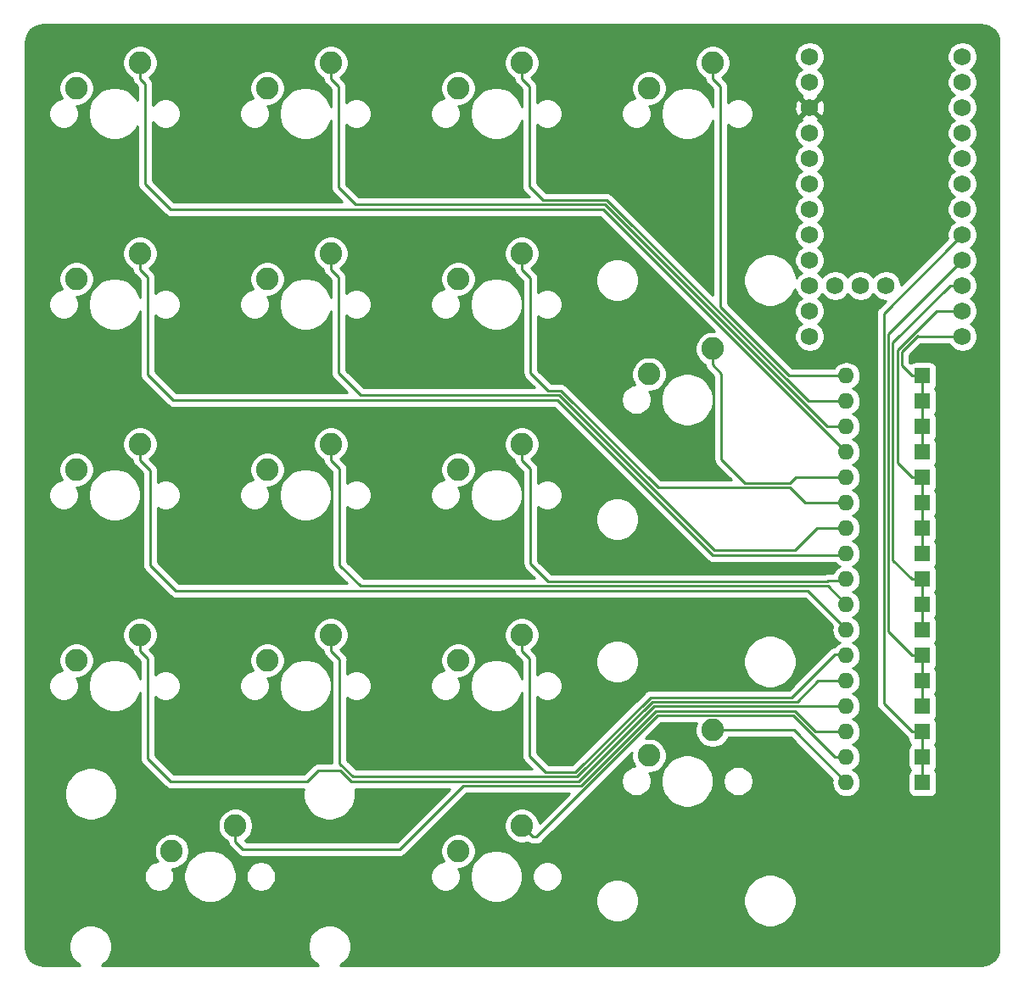
<source format=gbl>
G04 #@! TF.GenerationSoftware,KiCad,Pcbnew,(5.1.4)-1*
G04 #@! TF.CreationDate,2023-04-29T19:21:49-04:00*
G04 #@! TF.ProjectId,Rev 1,52657620-312e-46b6-9963-61645f706362,rev?*
G04 #@! TF.SameCoordinates,Original*
G04 #@! TF.FileFunction,Copper,L2,Bot*
G04 #@! TF.FilePolarity,Positive*
%FSLAX46Y46*%
G04 Gerber Fmt 4.6, Leading zero omitted, Abs format (unit mm)*
G04 Created by KiCad (PCBNEW (5.1.4)-1) date 2023-04-29 19:21:49*
%MOMM*%
%LPD*%
G04 APERTURE LIST*
%ADD10C,2.250000*%
%ADD11C,1.752600*%
%ADD12R,1.600000X1.600000*%
%ADD13O,1.600000X1.600000*%
%ADD14C,0.254000*%
G04 APERTURE END LIST*
D10*
X100965000Y-35401250D03*
X94615000Y-37941250D03*
X43815000Y-54451250D03*
X37465000Y-56991250D03*
X94615000Y-66516250D03*
X100965000Y-63976250D03*
X53340000Y-111601250D03*
X46990000Y-114141250D03*
D11*
X118268750Y-57658000D03*
X115728750Y-57658000D03*
X113188750Y-57658000D03*
X125888750Y-34798000D03*
X110648750Y-62738000D03*
X125888750Y-37338000D03*
X125888750Y-39878000D03*
X125888750Y-42418000D03*
X125888750Y-44958000D03*
X125888750Y-47498000D03*
X125888750Y-50038000D03*
X125888750Y-52578000D03*
X125888750Y-55118000D03*
X125888750Y-57658000D03*
X125888750Y-60198000D03*
X125888750Y-62738000D03*
X110648750Y-60198000D03*
X110648750Y-57658000D03*
X110648750Y-55118000D03*
X110648750Y-52578000D03*
X110648750Y-50038000D03*
X110648750Y-47498000D03*
X110648750Y-44958000D03*
X110648750Y-42418000D03*
X110648750Y-39878000D03*
X110648750Y-37338000D03*
X110648750Y-34798000D03*
D10*
X81915000Y-111601250D03*
X75565000Y-114141250D03*
X94615000Y-104616250D03*
X100965000Y-102076250D03*
X81915000Y-92551250D03*
X75565000Y-95091250D03*
X62865000Y-92551250D03*
X56515000Y-95091250D03*
X43815000Y-92551250D03*
X37465000Y-95091250D03*
X81915000Y-73501250D03*
X75565000Y-76041250D03*
X62865000Y-73501250D03*
X56515000Y-76041250D03*
X43815000Y-73501250D03*
X37465000Y-76041250D03*
X81915000Y-54451250D03*
X75565000Y-56991250D03*
X62865000Y-54451250D03*
X56515000Y-56991250D03*
X81915000Y-35401250D03*
X75565000Y-37941250D03*
X62865000Y-35401250D03*
X56515000Y-37941250D03*
X43815000Y-35401250D03*
X37465000Y-37941250D03*
D12*
X121920000Y-104775000D03*
D13*
X114300000Y-104775000D03*
D12*
X121920000Y-102235000D03*
D13*
X114300000Y-102235000D03*
D12*
X121920000Y-107315000D03*
D13*
X114300000Y-107315000D03*
D12*
X121920000Y-94615000D03*
D13*
X114300000Y-94615000D03*
D12*
X121920000Y-97155000D03*
D13*
X114300000Y-97155000D03*
D12*
X121920000Y-99695000D03*
D13*
X114300000Y-99695000D03*
D12*
X121920000Y-86995000D03*
D13*
X114300000Y-86995000D03*
D12*
X121920000Y-89535000D03*
D13*
X114300000Y-89535000D03*
D12*
X121920000Y-92075000D03*
D13*
X114300000Y-92075000D03*
D12*
X121920000Y-76835000D03*
D13*
X114300000Y-76835000D03*
D12*
X121920000Y-79375000D03*
D13*
X114300000Y-79375000D03*
D12*
X121920000Y-81915000D03*
D13*
X114300000Y-81915000D03*
D12*
X121920000Y-84455000D03*
D13*
X114300000Y-84455000D03*
D12*
X121920000Y-66675000D03*
D13*
X114300000Y-66675000D03*
D12*
X121920000Y-69215000D03*
D13*
X114300000Y-69215000D03*
D12*
X121920000Y-71755000D03*
D13*
X114300000Y-71755000D03*
D12*
X121920000Y-74295000D03*
D13*
X114300000Y-74295000D03*
D14*
X43815000Y-36992240D02*
X44323000Y-37500240D01*
X43815000Y-35401250D02*
X43815000Y-36992240D01*
X44323000Y-37500240D02*
X44323000Y-47498000D01*
X44323000Y-47498000D02*
X46863000Y-50038000D01*
X90043000Y-50038000D02*
X114300000Y-74295000D01*
X46863000Y-50038000D02*
X90043000Y-50038000D01*
X121920000Y-66675000D02*
X121920000Y-74295000D01*
X120866000Y-66675000D02*
X119856250Y-65665250D01*
X121920000Y-66675000D02*
X120866000Y-66675000D01*
X119856250Y-65665250D02*
X119856250Y-64293750D01*
X119856250Y-64293750D02*
X121443750Y-62706250D01*
X121475500Y-62738000D02*
X125888750Y-62738000D01*
X121443750Y-62706250D02*
X121475500Y-62738000D01*
X113168630Y-71755000D02*
X114300000Y-71755000D01*
X62865000Y-35401250D02*
X62865000Y-36992240D01*
X112402067Y-71755000D02*
X113168630Y-71755000D01*
X62865000Y-36992240D02*
X63627000Y-37754240D01*
X63627000Y-37754240D02*
X63627000Y-47879000D01*
X63627000Y-47879000D02*
X65331990Y-49583990D01*
X65331990Y-49583990D02*
X90231057Y-49583990D01*
X90231057Y-49583990D02*
X112402067Y-71755000D01*
X81915000Y-35401250D02*
X81915000Y-36992240D01*
X81915000Y-36992240D02*
X82677000Y-37754240D01*
X82677000Y-37754240D02*
X82677000Y-47752000D01*
X82677000Y-47752000D02*
X84054980Y-49129980D01*
X110504132Y-69215000D02*
X113168630Y-69215000D01*
X84054980Y-49129980D02*
X90419112Y-49129980D01*
X113168630Y-69215000D02*
X114300000Y-69215000D01*
X90419112Y-49129980D02*
X110504132Y-69215000D01*
X100965000Y-36992240D02*
X101727000Y-37754240D01*
X100965000Y-35401250D02*
X100965000Y-36992240D01*
X101727000Y-37754240D02*
X101727000Y-59795802D01*
X108606198Y-66675000D02*
X114300000Y-66675000D01*
X101727000Y-59795802D02*
X108606198Y-66675000D01*
X43815000Y-56042240D02*
X44577000Y-56804240D01*
X43815000Y-54451250D02*
X43815000Y-56042240D01*
X44577000Y-56804240D02*
X44577000Y-66548000D01*
X44577000Y-66548000D02*
X47117000Y-69088000D01*
X47117000Y-69088000D02*
X85471000Y-69088000D01*
X100965000Y-84582000D02*
X114300000Y-84582000D01*
X85471000Y-69088000D02*
X100965000Y-84582000D01*
X121920000Y-76835000D02*
X121920000Y-84582000D01*
X124649475Y-60198000D02*
X125888750Y-60198000D01*
X123309933Y-60198000D02*
X124649475Y-60198000D01*
X119402240Y-64105693D02*
X123309933Y-60198000D01*
X119402240Y-75371240D02*
X119402240Y-64105693D01*
X120866000Y-76835000D02*
X119402240Y-75371240D01*
X121920000Y-76835000D02*
X120866000Y-76835000D01*
X62865000Y-56042240D02*
X63627000Y-56804240D01*
X62865000Y-54451250D02*
X62865000Y-56042240D01*
X85659057Y-68633990D02*
X101153057Y-84127990D01*
X101153057Y-84127990D02*
X109166010Y-84127990D01*
X111379000Y-81915000D02*
X114300000Y-81915000D01*
X109166010Y-84127990D02*
X111379000Y-81915000D01*
X63627000Y-56804240D02*
X63627000Y-66421000D01*
X65839990Y-68633990D02*
X85659057Y-68633990D01*
X63627000Y-66421000D02*
X65839990Y-68633990D01*
X81915000Y-56042240D02*
X82804000Y-56931240D01*
X81915000Y-54451250D02*
X81915000Y-56042240D01*
X85847114Y-68179980D02*
X95518134Y-77851000D01*
X95518134Y-77851000D02*
X108712000Y-77851000D01*
X110236000Y-79375000D02*
X114300000Y-79375000D01*
X108712000Y-77851000D02*
X110236000Y-79375000D01*
X82804000Y-56931240D02*
X82804000Y-66421000D01*
X84562980Y-68179980D02*
X85847114Y-68179980D01*
X82804000Y-66421000D02*
X84562980Y-68179980D01*
X100965000Y-65567240D02*
X101854000Y-66456240D01*
X100965000Y-63976250D02*
X100965000Y-65567240D01*
X101854000Y-66456240D02*
X101854000Y-75057000D01*
X101854000Y-75057000D02*
X104193990Y-77396990D01*
X104193990Y-77396990D02*
X108712000Y-77396990D01*
X109273990Y-76835000D02*
X114300000Y-76835000D01*
X108712000Y-77396990D02*
X109273990Y-76835000D01*
X110490000Y-88138000D02*
X114300000Y-91948000D01*
X47371000Y-88138000D02*
X110490000Y-88138000D01*
X44831000Y-85598000D02*
X47371000Y-88138000D01*
X44831000Y-76108240D02*
X44831000Y-85598000D01*
X43815000Y-73501250D02*
X43815000Y-75092240D01*
X43815000Y-75092240D02*
X44831000Y-76108240D01*
X121920000Y-87122000D02*
X121920000Y-91948000D01*
X124649475Y-57658000D02*
X125888750Y-57658000D01*
X118948230Y-63359245D02*
X124649475Y-57658000D01*
X118948230Y-85077230D02*
X118948230Y-63359245D01*
X120866000Y-86995000D02*
X118948230Y-85077230D01*
X121920000Y-86995000D02*
X120866000Y-86995000D01*
X62865000Y-75092240D02*
X63754000Y-75981240D01*
X62865000Y-73501250D02*
X62865000Y-75092240D01*
X63754000Y-75981240D02*
X63754000Y-85598000D01*
X63754000Y-85598000D02*
X65839990Y-87683990D01*
X112448990Y-87683990D02*
X114300000Y-89535000D01*
X65839990Y-87683990D02*
X112448990Y-87683990D01*
X81915000Y-75092240D02*
X82804000Y-75981240D01*
X81915000Y-73501250D02*
X81915000Y-75092240D01*
X82804000Y-75981240D02*
X82804000Y-85471000D01*
X82804000Y-85471000D02*
X84562980Y-87229980D01*
X84562980Y-87229980D02*
X112395000Y-87229980D01*
X112502980Y-87122000D02*
X114300000Y-87122000D01*
X112395000Y-87229980D02*
X112502980Y-87122000D01*
X95123000Y-99695000D02*
X114300000Y-99695000D01*
X87630000Y-107188000D02*
X95123000Y-99695000D01*
X64902934Y-107188000D02*
X87630000Y-107188000D01*
X61592217Y-106105349D02*
X63820283Y-106105349D01*
X43815000Y-94142240D02*
X44577000Y-94904240D01*
X43815000Y-92551250D02*
X43815000Y-94142240D01*
X44577000Y-94904240D02*
X44577000Y-104902000D01*
X44577000Y-104902000D02*
X46863000Y-107188000D01*
X63820283Y-106105349D02*
X64902934Y-107188000D01*
X46863000Y-107188000D02*
X60509566Y-107188000D01*
X60509566Y-107188000D02*
X61592217Y-106105349D01*
X121920000Y-95542000D02*
X121920000Y-99695000D01*
X121920000Y-94488000D02*
X121920000Y-95542000D01*
X125012451Y-55994299D02*
X125888750Y-55118000D01*
X118494220Y-62512530D02*
X125012451Y-55994299D01*
X118494220Y-92243220D02*
X118494220Y-62512530D01*
X120866000Y-94615000D02*
X118494220Y-92243220D01*
X121920000Y-94615000D02*
X120866000Y-94615000D01*
X111506000Y-97155000D02*
X114300000Y-97155000D01*
X109420010Y-99240990D02*
X111506000Y-97155000D01*
X94934943Y-99240990D02*
X109420010Y-99240990D01*
X62865000Y-94142240D02*
X63754000Y-95031240D01*
X62865000Y-92551250D02*
X62865000Y-94142240D01*
X63754000Y-95031240D02*
X63754000Y-105396999D01*
X63754000Y-105396999D02*
X65090990Y-106733990D01*
X65090990Y-106733990D02*
X87441944Y-106733990D01*
X87441944Y-106733990D02*
X94934943Y-99240990D01*
X94746886Y-98786980D02*
X108869650Y-98786980D01*
X113168630Y-94488000D02*
X114300000Y-94488000D01*
X81915000Y-94142240D02*
X82677000Y-94904240D01*
X82677000Y-94904240D02*
X82677000Y-104648000D01*
X82677000Y-104648000D02*
X84308980Y-106279980D01*
X81915000Y-92551250D02*
X81915000Y-94142240D01*
X84308980Y-106279980D02*
X87253887Y-106279980D01*
X108869650Y-98786980D02*
X113168630Y-94488000D01*
X87253887Y-106279980D02*
X94746886Y-98786980D01*
X109061250Y-102076250D02*
X114300000Y-107315000D01*
X100965000Y-102076250D02*
X109061250Y-102076250D01*
X111252000Y-102235000D02*
X114300000Y-102235000D01*
X109166010Y-100149010D02*
X111252000Y-102235000D01*
X95311056Y-100149010D02*
X109166010Y-100149010D01*
X53340000Y-113192240D02*
X54102000Y-113954240D01*
X53340000Y-111601250D02*
X53340000Y-113192240D01*
X54102000Y-113954240D02*
X69758240Y-113954240D01*
X69758240Y-113954240D02*
X76070470Y-107642010D01*
X88084010Y-107376056D02*
X95311056Y-100149010D01*
X76070470Y-107642010D02*
X87818057Y-107642010D01*
X87818057Y-107642010D02*
X88084010Y-107376056D01*
X121920000Y-103289000D02*
X121920000Y-107315000D01*
X121920000Y-102235000D02*
X121920000Y-103289000D01*
X125012451Y-53454299D02*
X125888750Y-52578000D01*
X118040210Y-60426540D02*
X125012451Y-53454299D01*
X118040210Y-99409210D02*
X118040210Y-60426540D01*
X120866000Y-102235000D02*
X118040210Y-99409210D01*
X121920000Y-102235000D02*
X120866000Y-102235000D01*
X81915000Y-111601250D02*
X83039999Y-112726249D01*
X83039999Y-112726249D02*
X83375883Y-112726249D01*
X113168630Y-104775000D02*
X114300000Y-104775000D01*
X83375883Y-112726249D02*
X95499112Y-100603020D01*
X95499112Y-100603020D02*
X108977954Y-100603020D01*
X108977954Y-100603020D02*
X113149934Y-104775000D01*
X113149934Y-104775000D02*
X113168630Y-104775000D01*
G36*
X128127460Y-31652136D02*
G01*
X128448460Y-31749051D01*
X128744525Y-31906471D01*
X129004373Y-32118399D01*
X129218108Y-32376760D01*
X129377588Y-32671714D01*
X129476744Y-32992032D01*
X129515001Y-33356022D01*
X129515000Y-123792721D01*
X129479114Y-124158710D01*
X129382198Y-124479712D01*
X129224779Y-124775775D01*
X129012851Y-125035623D01*
X128754492Y-125249356D01*
X128459536Y-125408838D01*
X128139219Y-125507993D01*
X127775229Y-125546250D01*
X63778728Y-125546250D01*
X64082532Y-125343254D01*
X64383254Y-125042532D01*
X64619531Y-124688920D01*
X64782280Y-124296007D01*
X64865250Y-123878893D01*
X64865250Y-123453607D01*
X64782280Y-123036493D01*
X64619531Y-122643580D01*
X64383254Y-122289968D01*
X64082532Y-121989246D01*
X63728920Y-121752969D01*
X63336007Y-121590220D01*
X62918893Y-121507250D01*
X62493607Y-121507250D01*
X62076493Y-121590220D01*
X61683580Y-121752969D01*
X61329968Y-121989246D01*
X61029246Y-122289968D01*
X60792969Y-122643580D01*
X60630220Y-123036493D01*
X60547250Y-123453607D01*
X60547250Y-123878893D01*
X60630220Y-124296007D01*
X60792969Y-124688920D01*
X61029246Y-125042532D01*
X61329968Y-125343254D01*
X61633772Y-125546250D01*
X39966228Y-125546250D01*
X40270032Y-125343254D01*
X40570754Y-125042532D01*
X40807031Y-124688920D01*
X40969780Y-124296007D01*
X41052750Y-123878893D01*
X41052750Y-123453607D01*
X40969780Y-123036493D01*
X40807031Y-122643580D01*
X40570754Y-122289968D01*
X40270032Y-121989246D01*
X39916420Y-121752969D01*
X39523507Y-121590220D01*
X39106393Y-121507250D01*
X38681107Y-121507250D01*
X38263993Y-121590220D01*
X37871080Y-121752969D01*
X37517468Y-121989246D01*
X37216746Y-122289968D01*
X36980469Y-122643580D01*
X36817720Y-123036493D01*
X36734750Y-123453607D01*
X36734750Y-123878893D01*
X36817720Y-124296007D01*
X36980469Y-124688920D01*
X37216746Y-125042532D01*
X37517468Y-125343254D01*
X37821272Y-125546250D01*
X34163529Y-125546250D01*
X33797540Y-125510364D01*
X33476538Y-125413448D01*
X33180475Y-125256029D01*
X32920627Y-125044101D01*
X32706894Y-124785742D01*
X32547412Y-124490786D01*
X32448257Y-124170469D01*
X32410000Y-123806479D01*
X32410000Y-116532528D01*
X44210000Y-116532528D01*
X44210000Y-116829972D01*
X44268029Y-117121701D01*
X44381856Y-117396503D01*
X44547107Y-117643819D01*
X44757431Y-117854143D01*
X45004747Y-118019394D01*
X45279549Y-118133221D01*
X45571278Y-118191250D01*
X45868722Y-118191250D01*
X46160451Y-118133221D01*
X46435253Y-118019394D01*
X46682569Y-117854143D01*
X46892893Y-117643819D01*
X47058144Y-117396503D01*
X47171971Y-117121701D01*
X47230000Y-116829972D01*
X47230000Y-116532528D01*
X47208080Y-116422326D01*
X48171100Y-116422326D01*
X48171100Y-116940174D01*
X48272127Y-117448072D01*
X48470299Y-117926501D01*
X48758000Y-118357076D01*
X49124174Y-118723250D01*
X49554749Y-119010951D01*
X50033178Y-119209123D01*
X50541076Y-119310150D01*
X51058924Y-119310150D01*
X51566822Y-119209123D01*
X52045251Y-119010951D01*
X52475826Y-118723250D01*
X52842000Y-118357076D01*
X53129701Y-117926501D01*
X53327873Y-117448072D01*
X53428900Y-116940174D01*
X53428900Y-116532528D01*
X54370000Y-116532528D01*
X54370000Y-116829972D01*
X54428029Y-117121701D01*
X54541856Y-117396503D01*
X54707107Y-117643819D01*
X54917431Y-117854143D01*
X55164747Y-118019394D01*
X55439549Y-118133221D01*
X55731278Y-118191250D01*
X56028722Y-118191250D01*
X56320451Y-118133221D01*
X56595253Y-118019394D01*
X56842569Y-117854143D01*
X57052893Y-117643819D01*
X57218144Y-117396503D01*
X57331971Y-117121701D01*
X57390000Y-116829972D01*
X57390000Y-116532528D01*
X72785000Y-116532528D01*
X72785000Y-116829972D01*
X72843029Y-117121701D01*
X72956856Y-117396503D01*
X73122107Y-117643819D01*
X73332431Y-117854143D01*
X73579747Y-118019394D01*
X73854549Y-118133221D01*
X74146278Y-118191250D01*
X74443722Y-118191250D01*
X74735451Y-118133221D01*
X75010253Y-118019394D01*
X75257569Y-117854143D01*
X75467893Y-117643819D01*
X75633144Y-117396503D01*
X75746971Y-117121701D01*
X75805000Y-116829972D01*
X75805000Y-116532528D01*
X75783080Y-116422326D01*
X76746100Y-116422326D01*
X76746100Y-116940174D01*
X76847127Y-117448072D01*
X77045299Y-117926501D01*
X77333000Y-118357076D01*
X77699174Y-118723250D01*
X78129749Y-119010951D01*
X78608178Y-119209123D01*
X79116076Y-119310150D01*
X79633924Y-119310150D01*
X80141822Y-119209123D01*
X80620251Y-119010951D01*
X80813827Y-118881607D01*
X89281000Y-118881607D01*
X89281000Y-119306893D01*
X89363970Y-119724007D01*
X89526719Y-120116920D01*
X89762996Y-120470532D01*
X90063718Y-120771254D01*
X90417330Y-121007531D01*
X90810243Y-121170280D01*
X91227357Y-121253250D01*
X91652643Y-121253250D01*
X92069757Y-121170280D01*
X92462670Y-121007531D01*
X92816282Y-120771254D01*
X93117004Y-120470532D01*
X93353281Y-120116920D01*
X93516030Y-119724007D01*
X93599000Y-119306893D01*
X93599000Y-118881607D01*
X93589795Y-118835326D01*
X104051100Y-118835326D01*
X104051100Y-119353174D01*
X104152127Y-119861072D01*
X104350299Y-120339501D01*
X104638000Y-120770076D01*
X105004174Y-121136250D01*
X105434749Y-121423951D01*
X105913178Y-121622123D01*
X106421076Y-121723150D01*
X106938924Y-121723150D01*
X107446822Y-121622123D01*
X107925251Y-121423951D01*
X108355826Y-121136250D01*
X108722000Y-120770076D01*
X109009701Y-120339501D01*
X109207873Y-119861072D01*
X109308900Y-119353174D01*
X109308900Y-118835326D01*
X109207873Y-118327428D01*
X109009701Y-117848999D01*
X108722000Y-117418424D01*
X108355826Y-117052250D01*
X107925251Y-116764549D01*
X107446822Y-116566377D01*
X106938924Y-116465350D01*
X106421076Y-116465350D01*
X105913178Y-116566377D01*
X105434749Y-116764549D01*
X105004174Y-117052250D01*
X104638000Y-117418424D01*
X104350299Y-117848999D01*
X104152127Y-118327428D01*
X104051100Y-118835326D01*
X93589795Y-118835326D01*
X93516030Y-118464493D01*
X93353281Y-118071580D01*
X93117004Y-117717968D01*
X92816282Y-117417246D01*
X92462670Y-117180969D01*
X92069757Y-117018220D01*
X91652643Y-116935250D01*
X91227357Y-116935250D01*
X90810243Y-117018220D01*
X90417330Y-117180969D01*
X90063718Y-117417246D01*
X89762996Y-117717968D01*
X89526719Y-118071580D01*
X89363970Y-118464493D01*
X89281000Y-118881607D01*
X80813827Y-118881607D01*
X81050826Y-118723250D01*
X81417000Y-118357076D01*
X81704701Y-117926501D01*
X81902873Y-117448072D01*
X82003900Y-116940174D01*
X82003900Y-116532528D01*
X82945000Y-116532528D01*
X82945000Y-116829972D01*
X83003029Y-117121701D01*
X83116856Y-117396503D01*
X83282107Y-117643819D01*
X83492431Y-117854143D01*
X83739747Y-118019394D01*
X84014549Y-118133221D01*
X84306278Y-118191250D01*
X84603722Y-118191250D01*
X84895451Y-118133221D01*
X85170253Y-118019394D01*
X85417569Y-117854143D01*
X85627893Y-117643819D01*
X85793144Y-117396503D01*
X85906971Y-117121701D01*
X85965000Y-116829972D01*
X85965000Y-116532528D01*
X85906971Y-116240799D01*
X85793144Y-115965997D01*
X85627893Y-115718681D01*
X85417569Y-115508357D01*
X85170253Y-115343106D01*
X84895451Y-115229279D01*
X84603722Y-115171250D01*
X84306278Y-115171250D01*
X84014549Y-115229279D01*
X83739747Y-115343106D01*
X83492431Y-115508357D01*
X83282107Y-115718681D01*
X83116856Y-115965997D01*
X83003029Y-116240799D01*
X82945000Y-116532528D01*
X82003900Y-116532528D01*
X82003900Y-116422326D01*
X81902873Y-115914428D01*
X81704701Y-115435999D01*
X81417000Y-115005424D01*
X81050826Y-114639250D01*
X80620251Y-114351549D01*
X80141822Y-114153377D01*
X79633924Y-114052350D01*
X79116076Y-114052350D01*
X78608178Y-114153377D01*
X78129749Y-114351549D01*
X77699174Y-114639250D01*
X77333000Y-115005424D01*
X77045299Y-115435999D01*
X76847127Y-115914428D01*
X76746100Y-116422326D01*
X75783080Y-116422326D01*
X75746971Y-116240799D01*
X75633144Y-115965997D01*
X75589882Y-115901250D01*
X75738345Y-115901250D01*
X76078373Y-115833614D01*
X76398673Y-115700942D01*
X76686935Y-115508331D01*
X76932081Y-115263185D01*
X77124692Y-114974923D01*
X77257364Y-114654623D01*
X77325000Y-114314595D01*
X77325000Y-113967905D01*
X77257364Y-113627877D01*
X77124692Y-113307577D01*
X76932081Y-113019315D01*
X76686935Y-112774169D01*
X76398673Y-112581558D01*
X76078373Y-112448886D01*
X75738345Y-112381250D01*
X75391655Y-112381250D01*
X75051627Y-112448886D01*
X74731327Y-112581558D01*
X74443065Y-112774169D01*
X74197919Y-113019315D01*
X74005308Y-113307577D01*
X73872636Y-113627877D01*
X73805000Y-113967905D01*
X73805000Y-114314595D01*
X73872636Y-114654623D01*
X74005308Y-114974923D01*
X74137638Y-115172969D01*
X73854549Y-115229279D01*
X73579747Y-115343106D01*
X73332431Y-115508357D01*
X73122107Y-115718681D01*
X72956856Y-115965997D01*
X72843029Y-116240799D01*
X72785000Y-116532528D01*
X57390000Y-116532528D01*
X57331971Y-116240799D01*
X57218144Y-115965997D01*
X57052893Y-115718681D01*
X56842569Y-115508357D01*
X56595253Y-115343106D01*
X56320451Y-115229279D01*
X56028722Y-115171250D01*
X55731278Y-115171250D01*
X55439549Y-115229279D01*
X55164747Y-115343106D01*
X54917431Y-115508357D01*
X54707107Y-115718681D01*
X54541856Y-115965997D01*
X54428029Y-116240799D01*
X54370000Y-116532528D01*
X53428900Y-116532528D01*
X53428900Y-116422326D01*
X53327873Y-115914428D01*
X53129701Y-115435999D01*
X52842000Y-115005424D01*
X52475826Y-114639250D01*
X52045251Y-114351549D01*
X51566822Y-114153377D01*
X51058924Y-114052350D01*
X50541076Y-114052350D01*
X50033178Y-114153377D01*
X49554749Y-114351549D01*
X49124174Y-114639250D01*
X48758000Y-115005424D01*
X48470299Y-115435999D01*
X48272127Y-115914428D01*
X48171100Y-116422326D01*
X47208080Y-116422326D01*
X47171971Y-116240799D01*
X47058144Y-115965997D01*
X47014882Y-115901250D01*
X47163345Y-115901250D01*
X47503373Y-115833614D01*
X47823673Y-115700942D01*
X48111935Y-115508331D01*
X48357081Y-115263185D01*
X48549692Y-114974923D01*
X48682364Y-114654623D01*
X48750000Y-114314595D01*
X48750000Y-113967905D01*
X48682364Y-113627877D01*
X48549692Y-113307577D01*
X48357081Y-113019315D01*
X48111935Y-112774169D01*
X47823673Y-112581558D01*
X47503373Y-112448886D01*
X47163345Y-112381250D01*
X46816655Y-112381250D01*
X46476627Y-112448886D01*
X46156327Y-112581558D01*
X45868065Y-112774169D01*
X45622919Y-113019315D01*
X45430308Y-113307577D01*
X45297636Y-113627877D01*
X45230000Y-113967905D01*
X45230000Y-114314595D01*
X45297636Y-114654623D01*
X45430308Y-114974923D01*
X45562638Y-115172969D01*
X45279549Y-115229279D01*
X45004747Y-115343106D01*
X44757431Y-115508357D01*
X44547107Y-115718681D01*
X44381856Y-115965997D01*
X44268029Y-116240799D01*
X44210000Y-116532528D01*
X32410000Y-116532528D01*
X32410000Y-108167326D01*
X36264850Y-108167326D01*
X36264850Y-108685174D01*
X36365877Y-109193072D01*
X36564049Y-109671501D01*
X36851750Y-110102076D01*
X37217924Y-110468250D01*
X37648499Y-110755951D01*
X38126928Y-110954123D01*
X38634826Y-111055150D01*
X39152674Y-111055150D01*
X39660572Y-110954123D01*
X40139001Y-110755951D01*
X40569576Y-110468250D01*
X40935750Y-110102076D01*
X41223451Y-109671501D01*
X41421623Y-109193072D01*
X41522650Y-108685174D01*
X41522650Y-108167326D01*
X41421623Y-107659428D01*
X41223451Y-107180999D01*
X40935750Y-106750424D01*
X40569576Y-106384250D01*
X40139001Y-106096549D01*
X39660572Y-105898377D01*
X39152674Y-105797350D01*
X38634826Y-105797350D01*
X38126928Y-105898377D01*
X37648499Y-106096549D01*
X37217924Y-106384250D01*
X36851750Y-106750424D01*
X36564049Y-107180999D01*
X36365877Y-107659428D01*
X36264850Y-108167326D01*
X32410000Y-108167326D01*
X32410000Y-97482528D01*
X34685000Y-97482528D01*
X34685000Y-97779972D01*
X34743029Y-98071701D01*
X34856856Y-98346503D01*
X35022107Y-98593819D01*
X35232431Y-98804143D01*
X35479747Y-98969394D01*
X35754549Y-99083221D01*
X36046278Y-99141250D01*
X36343722Y-99141250D01*
X36635451Y-99083221D01*
X36910253Y-98969394D01*
X37157569Y-98804143D01*
X37367893Y-98593819D01*
X37533144Y-98346503D01*
X37646971Y-98071701D01*
X37705000Y-97779972D01*
X37705000Y-97482528D01*
X37646971Y-97190799D01*
X37533144Y-96915997D01*
X37489882Y-96851250D01*
X37638345Y-96851250D01*
X37978373Y-96783614D01*
X38298673Y-96650942D01*
X38586935Y-96458331D01*
X38832081Y-96213185D01*
X39024692Y-95924923D01*
X39157364Y-95604623D01*
X39225000Y-95264595D01*
X39225000Y-94917905D01*
X39157364Y-94577877D01*
X39024692Y-94257577D01*
X38832081Y-93969315D01*
X38586935Y-93724169D01*
X38298673Y-93531558D01*
X37978373Y-93398886D01*
X37638345Y-93331250D01*
X37291655Y-93331250D01*
X36951627Y-93398886D01*
X36631327Y-93531558D01*
X36343065Y-93724169D01*
X36097919Y-93969315D01*
X35905308Y-94257577D01*
X35772636Y-94577877D01*
X35705000Y-94917905D01*
X35705000Y-95264595D01*
X35772636Y-95604623D01*
X35905308Y-95924923D01*
X36037638Y-96122969D01*
X35754549Y-96179279D01*
X35479747Y-96293106D01*
X35232431Y-96458357D01*
X35022107Y-96668681D01*
X34856856Y-96915997D01*
X34743029Y-97190799D01*
X34685000Y-97482528D01*
X32410000Y-97482528D01*
X32410000Y-78432528D01*
X34685000Y-78432528D01*
X34685000Y-78729972D01*
X34743029Y-79021701D01*
X34856856Y-79296503D01*
X35022107Y-79543819D01*
X35232431Y-79754143D01*
X35479747Y-79919394D01*
X35754549Y-80033221D01*
X36046278Y-80091250D01*
X36343722Y-80091250D01*
X36635451Y-80033221D01*
X36910253Y-79919394D01*
X37157569Y-79754143D01*
X37367893Y-79543819D01*
X37533144Y-79296503D01*
X37646971Y-79021701D01*
X37705000Y-78729972D01*
X37705000Y-78432528D01*
X37683080Y-78322326D01*
X38646100Y-78322326D01*
X38646100Y-78840174D01*
X38747127Y-79348072D01*
X38945299Y-79826501D01*
X39233000Y-80257076D01*
X39599174Y-80623250D01*
X40029749Y-80910951D01*
X40508178Y-81109123D01*
X41016076Y-81210150D01*
X41533924Y-81210150D01*
X42041822Y-81109123D01*
X42520251Y-80910951D01*
X42950826Y-80623250D01*
X43317000Y-80257076D01*
X43604701Y-79826501D01*
X43802873Y-79348072D01*
X43903900Y-78840174D01*
X43903900Y-78322326D01*
X43802873Y-77814428D01*
X43604701Y-77335999D01*
X43317000Y-76905424D01*
X42950826Y-76539250D01*
X42520251Y-76251549D01*
X42041822Y-76053377D01*
X41533924Y-75952350D01*
X41016076Y-75952350D01*
X40508178Y-76053377D01*
X40029749Y-76251549D01*
X39599174Y-76539250D01*
X39233000Y-76905424D01*
X38945299Y-77335999D01*
X38747127Y-77814428D01*
X38646100Y-78322326D01*
X37683080Y-78322326D01*
X37646971Y-78140799D01*
X37533144Y-77865997D01*
X37489882Y-77801250D01*
X37638345Y-77801250D01*
X37978373Y-77733614D01*
X38298673Y-77600942D01*
X38586935Y-77408331D01*
X38832081Y-77163185D01*
X39024692Y-76874923D01*
X39157364Y-76554623D01*
X39225000Y-76214595D01*
X39225000Y-75867905D01*
X39157364Y-75527877D01*
X39024692Y-75207577D01*
X38832081Y-74919315D01*
X38586935Y-74674169D01*
X38298673Y-74481558D01*
X37978373Y-74348886D01*
X37638345Y-74281250D01*
X37291655Y-74281250D01*
X36951627Y-74348886D01*
X36631327Y-74481558D01*
X36343065Y-74674169D01*
X36097919Y-74919315D01*
X35905308Y-75207577D01*
X35772636Y-75527877D01*
X35705000Y-75867905D01*
X35705000Y-76214595D01*
X35772636Y-76554623D01*
X35905308Y-76874923D01*
X36037638Y-77072969D01*
X35754549Y-77129279D01*
X35479747Y-77243106D01*
X35232431Y-77408357D01*
X35022107Y-77618681D01*
X34856856Y-77865997D01*
X34743029Y-78140799D01*
X34685000Y-78432528D01*
X32410000Y-78432528D01*
X32410000Y-59382528D01*
X34685000Y-59382528D01*
X34685000Y-59679972D01*
X34743029Y-59971701D01*
X34856856Y-60246503D01*
X35022107Y-60493819D01*
X35232431Y-60704143D01*
X35479747Y-60869394D01*
X35754549Y-60983221D01*
X36046278Y-61041250D01*
X36343722Y-61041250D01*
X36635451Y-60983221D01*
X36910253Y-60869394D01*
X37157569Y-60704143D01*
X37367893Y-60493819D01*
X37533144Y-60246503D01*
X37646971Y-59971701D01*
X37705000Y-59679972D01*
X37705000Y-59382528D01*
X37646971Y-59090799D01*
X37533144Y-58815997D01*
X37489882Y-58751250D01*
X37638345Y-58751250D01*
X37978373Y-58683614D01*
X38298673Y-58550942D01*
X38586935Y-58358331D01*
X38832081Y-58113185D01*
X39024692Y-57824923D01*
X39157364Y-57504623D01*
X39225000Y-57164595D01*
X39225000Y-56817905D01*
X39157364Y-56477877D01*
X39024692Y-56157577D01*
X38832081Y-55869315D01*
X38586935Y-55624169D01*
X38298673Y-55431558D01*
X37978373Y-55298886D01*
X37638345Y-55231250D01*
X37291655Y-55231250D01*
X36951627Y-55298886D01*
X36631327Y-55431558D01*
X36343065Y-55624169D01*
X36097919Y-55869315D01*
X35905308Y-56157577D01*
X35772636Y-56477877D01*
X35705000Y-56817905D01*
X35705000Y-57164595D01*
X35772636Y-57504623D01*
X35905308Y-57824923D01*
X36037638Y-58022969D01*
X35754549Y-58079279D01*
X35479747Y-58193106D01*
X35232431Y-58358357D01*
X35022107Y-58568681D01*
X34856856Y-58815997D01*
X34743029Y-59090799D01*
X34685000Y-59382528D01*
X32410000Y-59382528D01*
X32410000Y-40332528D01*
X34685000Y-40332528D01*
X34685000Y-40629972D01*
X34743029Y-40921701D01*
X34856856Y-41196503D01*
X35022107Y-41443819D01*
X35232431Y-41654143D01*
X35479747Y-41819394D01*
X35754549Y-41933221D01*
X36046278Y-41991250D01*
X36343722Y-41991250D01*
X36635451Y-41933221D01*
X36910253Y-41819394D01*
X37157569Y-41654143D01*
X37367893Y-41443819D01*
X37533144Y-41196503D01*
X37646971Y-40921701D01*
X37705000Y-40629972D01*
X37705000Y-40332528D01*
X37683080Y-40222326D01*
X38646100Y-40222326D01*
X38646100Y-40740174D01*
X38747127Y-41248072D01*
X38945299Y-41726501D01*
X39233000Y-42157076D01*
X39599174Y-42523250D01*
X40029749Y-42810951D01*
X40508178Y-43009123D01*
X41016076Y-43110150D01*
X41533924Y-43110150D01*
X42041822Y-43009123D01*
X42520251Y-42810951D01*
X42950826Y-42523250D01*
X43317000Y-42157076D01*
X43561000Y-41791904D01*
X43561001Y-47460567D01*
X43557314Y-47498000D01*
X43572027Y-47647378D01*
X43615599Y-47791015D01*
X43686355Y-47923392D01*
X43757721Y-48010351D01*
X43781579Y-48039422D01*
X43810649Y-48063279D01*
X46297720Y-50550351D01*
X46321578Y-50579422D01*
X46437608Y-50674645D01*
X46569985Y-50745402D01*
X46713622Y-50788974D01*
X46825574Y-50800000D01*
X46825576Y-50800000D01*
X46862999Y-50803686D01*
X46900422Y-50800000D01*
X89727370Y-50800000D01*
X101144929Y-62217560D01*
X101138345Y-62216250D01*
X100791655Y-62216250D01*
X100451627Y-62283886D01*
X100131327Y-62416558D01*
X99843065Y-62609169D01*
X99597919Y-62854315D01*
X99405308Y-63142577D01*
X99272636Y-63462877D01*
X99205000Y-63802905D01*
X99205000Y-64149595D01*
X99272636Y-64489623D01*
X99405308Y-64809923D01*
X99597919Y-65098185D01*
X99843065Y-65343331D01*
X100131327Y-65535942D01*
X100199611Y-65564226D01*
X100199314Y-65567240D01*
X100214027Y-65716618D01*
X100257599Y-65860255D01*
X100328355Y-65992632D01*
X100399721Y-66079591D01*
X100423579Y-66108662D01*
X100452649Y-66132519D01*
X101092000Y-66771871D01*
X101092001Y-75019567D01*
X101088314Y-75057000D01*
X101103027Y-75206378D01*
X101146599Y-75350015D01*
X101217355Y-75482392D01*
X101277640Y-75555849D01*
X101312579Y-75598422D01*
X101341649Y-75622279D01*
X102808370Y-77089000D01*
X95833764Y-77089000D01*
X87652292Y-68907528D01*
X91835000Y-68907528D01*
X91835000Y-69204972D01*
X91893029Y-69496701D01*
X92006856Y-69771503D01*
X92172107Y-70018819D01*
X92382431Y-70229143D01*
X92629747Y-70394394D01*
X92904549Y-70508221D01*
X93196278Y-70566250D01*
X93493722Y-70566250D01*
X93785451Y-70508221D01*
X94060253Y-70394394D01*
X94307569Y-70229143D01*
X94517893Y-70018819D01*
X94683144Y-69771503D01*
X94796971Y-69496701D01*
X94855000Y-69204972D01*
X94855000Y-68907528D01*
X94833080Y-68797326D01*
X95796100Y-68797326D01*
X95796100Y-69315174D01*
X95897127Y-69823072D01*
X96095299Y-70301501D01*
X96383000Y-70732076D01*
X96749174Y-71098250D01*
X97179749Y-71385951D01*
X97658178Y-71584123D01*
X98166076Y-71685150D01*
X98683924Y-71685150D01*
X99191822Y-71584123D01*
X99670251Y-71385951D01*
X100100826Y-71098250D01*
X100467000Y-70732076D01*
X100754701Y-70301501D01*
X100952873Y-69823072D01*
X101053900Y-69315174D01*
X101053900Y-68797326D01*
X100952873Y-68289428D01*
X100754701Y-67810999D01*
X100467000Y-67380424D01*
X100100826Y-67014250D01*
X99670251Y-66726549D01*
X99191822Y-66528377D01*
X98683924Y-66427350D01*
X98166076Y-66427350D01*
X97658178Y-66528377D01*
X97179749Y-66726549D01*
X96749174Y-67014250D01*
X96383000Y-67380424D01*
X96095299Y-67810999D01*
X95897127Y-68289428D01*
X95796100Y-68797326D01*
X94833080Y-68797326D01*
X94796971Y-68615799D01*
X94683144Y-68340997D01*
X94639882Y-68276250D01*
X94788345Y-68276250D01*
X95128373Y-68208614D01*
X95448673Y-68075942D01*
X95736935Y-67883331D01*
X95982081Y-67638185D01*
X96174692Y-67349923D01*
X96307364Y-67029623D01*
X96375000Y-66689595D01*
X96375000Y-66342905D01*
X96307364Y-66002877D01*
X96174692Y-65682577D01*
X95982081Y-65394315D01*
X95736935Y-65149169D01*
X95448673Y-64956558D01*
X95128373Y-64823886D01*
X94788345Y-64756250D01*
X94441655Y-64756250D01*
X94101627Y-64823886D01*
X93781327Y-64956558D01*
X93493065Y-65149169D01*
X93247919Y-65394315D01*
X93055308Y-65682577D01*
X92922636Y-66002877D01*
X92855000Y-66342905D01*
X92855000Y-66689595D01*
X92922636Y-67029623D01*
X93055308Y-67349923D01*
X93187638Y-67547969D01*
X92904549Y-67604279D01*
X92629747Y-67718106D01*
X92382431Y-67883357D01*
X92172107Y-68093681D01*
X92006856Y-68340997D01*
X91893029Y-68615799D01*
X91835000Y-68907528D01*
X87652292Y-68907528D01*
X86412398Y-67667634D01*
X86388536Y-67638558D01*
X86272506Y-67543335D01*
X86140129Y-67472578D01*
X85996492Y-67429006D01*
X85884540Y-67417980D01*
X85884537Y-67417980D01*
X85847114Y-67414294D01*
X85809691Y-67417980D01*
X84878611Y-67417980D01*
X83566000Y-66105370D01*
X83566000Y-60753300D01*
X83739747Y-60869394D01*
X84014549Y-60983221D01*
X84306278Y-61041250D01*
X84603722Y-61041250D01*
X84895451Y-60983221D01*
X85170253Y-60869394D01*
X85417569Y-60704143D01*
X85627893Y-60493819D01*
X85793144Y-60246503D01*
X85906971Y-59971701D01*
X85965000Y-59679972D01*
X85965000Y-59382528D01*
X85906971Y-59090799D01*
X85793144Y-58815997D01*
X85627893Y-58568681D01*
X85417569Y-58358357D01*
X85170253Y-58193106D01*
X84895451Y-58079279D01*
X84603722Y-58021250D01*
X84306278Y-58021250D01*
X84014549Y-58079279D01*
X83739747Y-58193106D01*
X83566000Y-58309200D01*
X83566000Y-56968663D01*
X83569686Y-56931240D01*
X83567162Y-56905607D01*
X89281000Y-56905607D01*
X89281000Y-57330893D01*
X89363970Y-57748007D01*
X89526719Y-58140920D01*
X89762996Y-58494532D01*
X90063718Y-58795254D01*
X90417330Y-59031531D01*
X90810243Y-59194280D01*
X91227357Y-59277250D01*
X91652643Y-59277250D01*
X92069757Y-59194280D01*
X92462670Y-59031531D01*
X92816282Y-58795254D01*
X93117004Y-58494532D01*
X93353281Y-58140920D01*
X93516030Y-57748007D01*
X93599000Y-57330893D01*
X93599000Y-56905607D01*
X93516030Y-56488493D01*
X93353281Y-56095580D01*
X93117004Y-55741968D01*
X92816282Y-55441246D01*
X92462670Y-55204969D01*
X92069757Y-55042220D01*
X91652643Y-54959250D01*
X91227357Y-54959250D01*
X90810243Y-55042220D01*
X90417330Y-55204969D01*
X90063718Y-55441246D01*
X89762996Y-55741968D01*
X89526719Y-56095580D01*
X89363970Y-56488493D01*
X89281000Y-56905607D01*
X83567162Y-56905607D01*
X83562603Y-56859326D01*
X83554974Y-56781862D01*
X83511402Y-56638225D01*
X83443520Y-56511226D01*
X83440645Y-56505847D01*
X83369279Y-56418888D01*
X83345422Y-56389818D01*
X83316353Y-56365962D01*
X82876153Y-55925762D01*
X83036935Y-55818331D01*
X83282081Y-55573185D01*
X83474692Y-55284923D01*
X83607364Y-54964623D01*
X83675000Y-54624595D01*
X83675000Y-54277905D01*
X83607364Y-53937877D01*
X83474692Y-53617577D01*
X83282081Y-53329315D01*
X83036935Y-53084169D01*
X82748673Y-52891558D01*
X82428373Y-52758886D01*
X82088345Y-52691250D01*
X81741655Y-52691250D01*
X81401627Y-52758886D01*
X81081327Y-52891558D01*
X80793065Y-53084169D01*
X80547919Y-53329315D01*
X80355308Y-53617577D01*
X80222636Y-53937877D01*
X80155000Y-54277905D01*
X80155000Y-54624595D01*
X80222636Y-54964623D01*
X80355308Y-55284923D01*
X80547919Y-55573185D01*
X80793065Y-55818331D01*
X81081327Y-56010942D01*
X81149611Y-56039226D01*
X81149314Y-56042240D01*
X81164027Y-56191618D01*
X81207599Y-56335255D01*
X81278355Y-56467632D01*
X81334234Y-56535720D01*
X81373579Y-56583662D01*
X81402649Y-56607519D01*
X82042000Y-57246871D01*
X82042001Y-66383567D01*
X82038314Y-66421000D01*
X82053027Y-66570378D01*
X82096599Y-66714015D01*
X82167355Y-66846392D01*
X82238721Y-66933351D01*
X82262579Y-66962422D01*
X82291649Y-66986279D01*
X83177359Y-67871990D01*
X66155621Y-67871990D01*
X64389000Y-66105370D01*
X64389000Y-60650712D01*
X64442431Y-60704143D01*
X64689747Y-60869394D01*
X64964549Y-60983221D01*
X65256278Y-61041250D01*
X65553722Y-61041250D01*
X65845451Y-60983221D01*
X66120253Y-60869394D01*
X66367569Y-60704143D01*
X66577893Y-60493819D01*
X66743144Y-60246503D01*
X66856971Y-59971701D01*
X66915000Y-59679972D01*
X66915000Y-59382528D01*
X72785000Y-59382528D01*
X72785000Y-59679972D01*
X72843029Y-59971701D01*
X72956856Y-60246503D01*
X73122107Y-60493819D01*
X73332431Y-60704143D01*
X73579747Y-60869394D01*
X73854549Y-60983221D01*
X74146278Y-61041250D01*
X74443722Y-61041250D01*
X74735451Y-60983221D01*
X75010253Y-60869394D01*
X75257569Y-60704143D01*
X75467893Y-60493819D01*
X75633144Y-60246503D01*
X75746971Y-59971701D01*
X75805000Y-59679972D01*
X75805000Y-59382528D01*
X75783080Y-59272326D01*
X76746100Y-59272326D01*
X76746100Y-59790174D01*
X76847127Y-60298072D01*
X77045299Y-60776501D01*
X77333000Y-61207076D01*
X77699174Y-61573250D01*
X78129749Y-61860951D01*
X78608178Y-62059123D01*
X79116076Y-62160150D01*
X79633924Y-62160150D01*
X80141822Y-62059123D01*
X80620251Y-61860951D01*
X81050826Y-61573250D01*
X81417000Y-61207076D01*
X81704701Y-60776501D01*
X81902873Y-60298072D01*
X82003900Y-59790174D01*
X82003900Y-59272326D01*
X81902873Y-58764428D01*
X81704701Y-58285999D01*
X81417000Y-57855424D01*
X81050826Y-57489250D01*
X80620251Y-57201549D01*
X80141822Y-57003377D01*
X79633924Y-56902350D01*
X79116076Y-56902350D01*
X78608178Y-57003377D01*
X78129749Y-57201549D01*
X77699174Y-57489250D01*
X77333000Y-57855424D01*
X77045299Y-58285999D01*
X76847127Y-58764428D01*
X76746100Y-59272326D01*
X75783080Y-59272326D01*
X75746971Y-59090799D01*
X75633144Y-58815997D01*
X75589882Y-58751250D01*
X75738345Y-58751250D01*
X76078373Y-58683614D01*
X76398673Y-58550942D01*
X76686935Y-58358331D01*
X76932081Y-58113185D01*
X77124692Y-57824923D01*
X77257364Y-57504623D01*
X77325000Y-57164595D01*
X77325000Y-56817905D01*
X77257364Y-56477877D01*
X77124692Y-56157577D01*
X76932081Y-55869315D01*
X76686935Y-55624169D01*
X76398673Y-55431558D01*
X76078373Y-55298886D01*
X75738345Y-55231250D01*
X75391655Y-55231250D01*
X75051627Y-55298886D01*
X74731327Y-55431558D01*
X74443065Y-55624169D01*
X74197919Y-55869315D01*
X74005308Y-56157577D01*
X73872636Y-56477877D01*
X73805000Y-56817905D01*
X73805000Y-57164595D01*
X73872636Y-57504623D01*
X74005308Y-57824923D01*
X74137638Y-58022969D01*
X73854549Y-58079279D01*
X73579747Y-58193106D01*
X73332431Y-58358357D01*
X73122107Y-58568681D01*
X72956856Y-58815997D01*
X72843029Y-59090799D01*
X72785000Y-59382528D01*
X66915000Y-59382528D01*
X66856971Y-59090799D01*
X66743144Y-58815997D01*
X66577893Y-58568681D01*
X66367569Y-58358357D01*
X66120253Y-58193106D01*
X65845451Y-58079279D01*
X65553722Y-58021250D01*
X65256278Y-58021250D01*
X64964549Y-58079279D01*
X64689747Y-58193106D01*
X64442431Y-58358357D01*
X64389000Y-58411788D01*
X64389000Y-56841663D01*
X64392686Y-56804240D01*
X64388327Y-56759985D01*
X64377974Y-56654862D01*
X64334402Y-56511225D01*
X64263646Y-56378849D01*
X64263645Y-56378847D01*
X64192279Y-56291888D01*
X64168422Y-56262818D01*
X64139353Y-56238962D01*
X63826153Y-55925762D01*
X63986935Y-55818331D01*
X64232081Y-55573185D01*
X64424692Y-55284923D01*
X64557364Y-54964623D01*
X64625000Y-54624595D01*
X64625000Y-54277905D01*
X64557364Y-53937877D01*
X64424692Y-53617577D01*
X64232081Y-53329315D01*
X63986935Y-53084169D01*
X63698673Y-52891558D01*
X63378373Y-52758886D01*
X63038345Y-52691250D01*
X62691655Y-52691250D01*
X62351627Y-52758886D01*
X62031327Y-52891558D01*
X61743065Y-53084169D01*
X61497919Y-53329315D01*
X61305308Y-53617577D01*
X61172636Y-53937877D01*
X61105000Y-54277905D01*
X61105000Y-54624595D01*
X61172636Y-54964623D01*
X61305308Y-55284923D01*
X61497919Y-55573185D01*
X61743065Y-55818331D01*
X62031327Y-56010942D01*
X62099611Y-56039226D01*
X62099314Y-56042240D01*
X62114027Y-56191618D01*
X62157599Y-56335255D01*
X62228355Y-56467632D01*
X62284234Y-56535720D01*
X62323579Y-56583662D01*
X62352649Y-56607519D01*
X62865000Y-57119871D01*
X62865000Y-58825396D01*
X62852873Y-58764428D01*
X62654701Y-58285999D01*
X62367000Y-57855424D01*
X62000826Y-57489250D01*
X61570251Y-57201549D01*
X61091822Y-57003377D01*
X60583924Y-56902350D01*
X60066076Y-56902350D01*
X59558178Y-57003377D01*
X59079749Y-57201549D01*
X58649174Y-57489250D01*
X58283000Y-57855424D01*
X57995299Y-58285999D01*
X57797127Y-58764428D01*
X57696100Y-59272326D01*
X57696100Y-59790174D01*
X57797127Y-60298072D01*
X57995299Y-60776501D01*
X58283000Y-61207076D01*
X58649174Y-61573250D01*
X59079749Y-61860951D01*
X59558178Y-62059123D01*
X60066076Y-62160150D01*
X60583924Y-62160150D01*
X61091822Y-62059123D01*
X61570251Y-61860951D01*
X62000826Y-61573250D01*
X62367000Y-61207076D01*
X62654701Y-60776501D01*
X62852873Y-60298072D01*
X62865000Y-60237104D01*
X62865001Y-66383567D01*
X62861314Y-66421000D01*
X62876027Y-66570378D01*
X62919599Y-66714015D01*
X62990355Y-66846392D01*
X63061721Y-66933351D01*
X63085579Y-66962422D01*
X63114649Y-66986279D01*
X64454369Y-68326000D01*
X47432631Y-68326000D01*
X45339000Y-66232370D01*
X45339000Y-60650712D01*
X45392431Y-60704143D01*
X45639747Y-60869394D01*
X45914549Y-60983221D01*
X46206278Y-61041250D01*
X46503722Y-61041250D01*
X46795451Y-60983221D01*
X47070253Y-60869394D01*
X47317569Y-60704143D01*
X47527893Y-60493819D01*
X47693144Y-60246503D01*
X47806971Y-59971701D01*
X47865000Y-59679972D01*
X47865000Y-59382528D01*
X53735000Y-59382528D01*
X53735000Y-59679972D01*
X53793029Y-59971701D01*
X53906856Y-60246503D01*
X54072107Y-60493819D01*
X54282431Y-60704143D01*
X54529747Y-60869394D01*
X54804549Y-60983221D01*
X55096278Y-61041250D01*
X55393722Y-61041250D01*
X55685451Y-60983221D01*
X55960253Y-60869394D01*
X56207569Y-60704143D01*
X56417893Y-60493819D01*
X56583144Y-60246503D01*
X56696971Y-59971701D01*
X56755000Y-59679972D01*
X56755000Y-59382528D01*
X56696971Y-59090799D01*
X56583144Y-58815997D01*
X56539882Y-58751250D01*
X56688345Y-58751250D01*
X57028373Y-58683614D01*
X57348673Y-58550942D01*
X57636935Y-58358331D01*
X57882081Y-58113185D01*
X58074692Y-57824923D01*
X58207364Y-57504623D01*
X58275000Y-57164595D01*
X58275000Y-56817905D01*
X58207364Y-56477877D01*
X58074692Y-56157577D01*
X57882081Y-55869315D01*
X57636935Y-55624169D01*
X57348673Y-55431558D01*
X57028373Y-55298886D01*
X56688345Y-55231250D01*
X56341655Y-55231250D01*
X56001627Y-55298886D01*
X55681327Y-55431558D01*
X55393065Y-55624169D01*
X55147919Y-55869315D01*
X54955308Y-56157577D01*
X54822636Y-56477877D01*
X54755000Y-56817905D01*
X54755000Y-57164595D01*
X54822636Y-57504623D01*
X54955308Y-57824923D01*
X55087638Y-58022969D01*
X54804549Y-58079279D01*
X54529747Y-58193106D01*
X54282431Y-58358357D01*
X54072107Y-58568681D01*
X53906856Y-58815997D01*
X53793029Y-59090799D01*
X53735000Y-59382528D01*
X47865000Y-59382528D01*
X47806971Y-59090799D01*
X47693144Y-58815997D01*
X47527893Y-58568681D01*
X47317569Y-58358357D01*
X47070253Y-58193106D01*
X46795451Y-58079279D01*
X46503722Y-58021250D01*
X46206278Y-58021250D01*
X45914549Y-58079279D01*
X45639747Y-58193106D01*
X45392431Y-58358357D01*
X45339000Y-58411788D01*
X45339000Y-56841663D01*
X45342686Y-56804240D01*
X45338327Y-56759985D01*
X45327974Y-56654862D01*
X45284402Y-56511225D01*
X45213646Y-56378849D01*
X45213645Y-56378847D01*
X45142279Y-56291888D01*
X45118422Y-56262818D01*
X45089353Y-56238962D01*
X44776153Y-55925762D01*
X44936935Y-55818331D01*
X45182081Y-55573185D01*
X45374692Y-55284923D01*
X45507364Y-54964623D01*
X45575000Y-54624595D01*
X45575000Y-54277905D01*
X45507364Y-53937877D01*
X45374692Y-53617577D01*
X45182081Y-53329315D01*
X44936935Y-53084169D01*
X44648673Y-52891558D01*
X44328373Y-52758886D01*
X43988345Y-52691250D01*
X43641655Y-52691250D01*
X43301627Y-52758886D01*
X42981327Y-52891558D01*
X42693065Y-53084169D01*
X42447919Y-53329315D01*
X42255308Y-53617577D01*
X42122636Y-53937877D01*
X42055000Y-54277905D01*
X42055000Y-54624595D01*
X42122636Y-54964623D01*
X42255308Y-55284923D01*
X42447919Y-55573185D01*
X42693065Y-55818331D01*
X42981327Y-56010942D01*
X43049611Y-56039226D01*
X43049314Y-56042240D01*
X43064027Y-56191618D01*
X43107599Y-56335255D01*
X43178355Y-56467632D01*
X43234234Y-56535720D01*
X43273579Y-56583662D01*
X43302649Y-56607519D01*
X43815000Y-57119871D01*
X43815000Y-58825396D01*
X43802873Y-58764428D01*
X43604701Y-58285999D01*
X43317000Y-57855424D01*
X42950826Y-57489250D01*
X42520251Y-57201549D01*
X42041822Y-57003377D01*
X41533924Y-56902350D01*
X41016076Y-56902350D01*
X40508178Y-57003377D01*
X40029749Y-57201549D01*
X39599174Y-57489250D01*
X39233000Y-57855424D01*
X38945299Y-58285999D01*
X38747127Y-58764428D01*
X38646100Y-59272326D01*
X38646100Y-59790174D01*
X38747127Y-60298072D01*
X38945299Y-60776501D01*
X39233000Y-61207076D01*
X39599174Y-61573250D01*
X40029749Y-61860951D01*
X40508178Y-62059123D01*
X41016076Y-62160150D01*
X41533924Y-62160150D01*
X42041822Y-62059123D01*
X42520251Y-61860951D01*
X42950826Y-61573250D01*
X43317000Y-61207076D01*
X43604701Y-60776501D01*
X43802873Y-60298072D01*
X43815000Y-60237104D01*
X43815001Y-66510567D01*
X43811314Y-66548000D01*
X43826027Y-66697378D01*
X43869599Y-66841015D01*
X43940355Y-66973392D01*
X43986503Y-67029623D01*
X44035579Y-67089422D01*
X44064649Y-67113279D01*
X46551720Y-69600351D01*
X46575578Y-69629422D01*
X46691608Y-69724645D01*
X46823985Y-69795402D01*
X46967622Y-69838974D01*
X47079574Y-69850000D01*
X47079576Y-69850000D01*
X47116999Y-69853686D01*
X47154422Y-69850000D01*
X85155370Y-69850000D01*
X100399721Y-85094352D01*
X100423578Y-85123422D01*
X100452648Y-85147279D01*
X100539607Y-85218645D01*
X100607623Y-85255000D01*
X100671985Y-85289402D01*
X100815622Y-85332974D01*
X100927574Y-85344000D01*
X100927577Y-85344000D01*
X100965000Y-85347686D01*
X101002423Y-85344000D01*
X113173205Y-85344000D01*
X113280392Y-85474608D01*
X113498899Y-85653932D01*
X113631858Y-85725000D01*
X113498899Y-85796068D01*
X113280392Y-85975392D01*
X113101068Y-86193899D01*
X113012285Y-86360000D01*
X112540403Y-86360000D01*
X112502980Y-86356314D01*
X112465557Y-86360000D01*
X112465554Y-86360000D01*
X112353602Y-86371026D01*
X112209965Y-86414598D01*
X112110094Y-86467980D01*
X84878611Y-86467980D01*
X83566000Y-85155370D01*
X83566000Y-80781607D01*
X89281000Y-80781607D01*
X89281000Y-81206893D01*
X89363970Y-81624007D01*
X89526719Y-82016920D01*
X89762996Y-82370532D01*
X90063718Y-82671254D01*
X90417330Y-82907531D01*
X90810243Y-83070280D01*
X91227357Y-83153250D01*
X91652643Y-83153250D01*
X92069757Y-83070280D01*
X92462670Y-82907531D01*
X92816282Y-82671254D01*
X93117004Y-82370532D01*
X93353281Y-82016920D01*
X93516030Y-81624007D01*
X93599000Y-81206893D01*
X93599000Y-80781607D01*
X93516030Y-80364493D01*
X93353281Y-79971580D01*
X93117004Y-79617968D01*
X92816282Y-79317246D01*
X92462670Y-79080969D01*
X92069757Y-78918220D01*
X91652643Y-78835250D01*
X91227357Y-78835250D01*
X90810243Y-78918220D01*
X90417330Y-79080969D01*
X90063718Y-79317246D01*
X89762996Y-79617968D01*
X89526719Y-79971580D01*
X89363970Y-80364493D01*
X89281000Y-80781607D01*
X83566000Y-80781607D01*
X83566000Y-79803300D01*
X83739747Y-79919394D01*
X84014549Y-80033221D01*
X84306278Y-80091250D01*
X84603722Y-80091250D01*
X84895451Y-80033221D01*
X85170253Y-79919394D01*
X85417569Y-79754143D01*
X85627893Y-79543819D01*
X85793144Y-79296503D01*
X85906971Y-79021701D01*
X85965000Y-78729972D01*
X85965000Y-78432528D01*
X85906971Y-78140799D01*
X85793144Y-77865997D01*
X85627893Y-77618681D01*
X85417569Y-77408357D01*
X85170253Y-77243106D01*
X84895451Y-77129279D01*
X84603722Y-77071250D01*
X84306278Y-77071250D01*
X84014549Y-77129279D01*
X83739747Y-77243106D01*
X83566000Y-77359200D01*
X83566000Y-76018663D01*
X83569686Y-75981240D01*
X83566000Y-75943814D01*
X83554974Y-75831862D01*
X83511402Y-75688225D01*
X83440646Y-75555849D01*
X83440645Y-75555847D01*
X83369279Y-75468888D01*
X83345422Y-75439818D01*
X83316353Y-75415962D01*
X82876153Y-74975762D01*
X83036935Y-74868331D01*
X83282081Y-74623185D01*
X83474692Y-74334923D01*
X83607364Y-74014623D01*
X83675000Y-73674595D01*
X83675000Y-73327905D01*
X83607364Y-72987877D01*
X83474692Y-72667577D01*
X83282081Y-72379315D01*
X83036935Y-72134169D01*
X82748673Y-71941558D01*
X82428373Y-71808886D01*
X82088345Y-71741250D01*
X81741655Y-71741250D01*
X81401627Y-71808886D01*
X81081327Y-71941558D01*
X80793065Y-72134169D01*
X80547919Y-72379315D01*
X80355308Y-72667577D01*
X80222636Y-72987877D01*
X80155000Y-73327905D01*
X80155000Y-73674595D01*
X80222636Y-74014623D01*
X80355308Y-74334923D01*
X80547919Y-74623185D01*
X80793065Y-74868331D01*
X81081327Y-75060942D01*
X81149611Y-75089226D01*
X81149314Y-75092240D01*
X81164027Y-75241618D01*
X81207599Y-75385255D01*
X81278355Y-75517632D01*
X81342579Y-75595888D01*
X81373579Y-75633662D01*
X81402649Y-75657519D01*
X82042000Y-76296871D01*
X82042001Y-85433567D01*
X82038314Y-85471000D01*
X82053027Y-85620378D01*
X82096599Y-85764015D01*
X82167355Y-85896392D01*
X82232189Y-85975392D01*
X82262579Y-86012422D01*
X82291649Y-86036279D01*
X83177359Y-86921990D01*
X66155621Y-86921990D01*
X64516000Y-85282370D01*
X64516000Y-79803300D01*
X64689747Y-79919394D01*
X64964549Y-80033221D01*
X65256278Y-80091250D01*
X65553722Y-80091250D01*
X65845451Y-80033221D01*
X66120253Y-79919394D01*
X66367569Y-79754143D01*
X66577893Y-79543819D01*
X66743144Y-79296503D01*
X66856971Y-79021701D01*
X66915000Y-78729972D01*
X66915000Y-78432528D01*
X72785000Y-78432528D01*
X72785000Y-78729972D01*
X72843029Y-79021701D01*
X72956856Y-79296503D01*
X73122107Y-79543819D01*
X73332431Y-79754143D01*
X73579747Y-79919394D01*
X73854549Y-80033221D01*
X74146278Y-80091250D01*
X74443722Y-80091250D01*
X74735451Y-80033221D01*
X75010253Y-79919394D01*
X75257569Y-79754143D01*
X75467893Y-79543819D01*
X75633144Y-79296503D01*
X75746971Y-79021701D01*
X75805000Y-78729972D01*
X75805000Y-78432528D01*
X75783080Y-78322326D01*
X76746100Y-78322326D01*
X76746100Y-78840174D01*
X76847127Y-79348072D01*
X77045299Y-79826501D01*
X77333000Y-80257076D01*
X77699174Y-80623250D01*
X78129749Y-80910951D01*
X78608178Y-81109123D01*
X79116076Y-81210150D01*
X79633924Y-81210150D01*
X80141822Y-81109123D01*
X80620251Y-80910951D01*
X81050826Y-80623250D01*
X81417000Y-80257076D01*
X81704701Y-79826501D01*
X81902873Y-79348072D01*
X82003900Y-78840174D01*
X82003900Y-78322326D01*
X81902873Y-77814428D01*
X81704701Y-77335999D01*
X81417000Y-76905424D01*
X81050826Y-76539250D01*
X80620251Y-76251549D01*
X80141822Y-76053377D01*
X79633924Y-75952350D01*
X79116076Y-75952350D01*
X78608178Y-76053377D01*
X78129749Y-76251549D01*
X77699174Y-76539250D01*
X77333000Y-76905424D01*
X77045299Y-77335999D01*
X76847127Y-77814428D01*
X76746100Y-78322326D01*
X75783080Y-78322326D01*
X75746971Y-78140799D01*
X75633144Y-77865997D01*
X75589882Y-77801250D01*
X75738345Y-77801250D01*
X76078373Y-77733614D01*
X76398673Y-77600942D01*
X76686935Y-77408331D01*
X76932081Y-77163185D01*
X77124692Y-76874923D01*
X77257364Y-76554623D01*
X77325000Y-76214595D01*
X77325000Y-75867905D01*
X77257364Y-75527877D01*
X77124692Y-75207577D01*
X76932081Y-74919315D01*
X76686935Y-74674169D01*
X76398673Y-74481558D01*
X76078373Y-74348886D01*
X75738345Y-74281250D01*
X75391655Y-74281250D01*
X75051627Y-74348886D01*
X74731327Y-74481558D01*
X74443065Y-74674169D01*
X74197919Y-74919315D01*
X74005308Y-75207577D01*
X73872636Y-75527877D01*
X73805000Y-75867905D01*
X73805000Y-76214595D01*
X73872636Y-76554623D01*
X74005308Y-76874923D01*
X74137638Y-77072969D01*
X73854549Y-77129279D01*
X73579747Y-77243106D01*
X73332431Y-77408357D01*
X73122107Y-77618681D01*
X72956856Y-77865997D01*
X72843029Y-78140799D01*
X72785000Y-78432528D01*
X66915000Y-78432528D01*
X66856971Y-78140799D01*
X66743144Y-77865997D01*
X66577893Y-77618681D01*
X66367569Y-77408357D01*
X66120253Y-77243106D01*
X65845451Y-77129279D01*
X65553722Y-77071250D01*
X65256278Y-77071250D01*
X64964549Y-77129279D01*
X64689747Y-77243106D01*
X64516000Y-77359200D01*
X64516000Y-76018663D01*
X64519686Y-75981240D01*
X64516000Y-75943814D01*
X64504974Y-75831862D01*
X64461402Y-75688225D01*
X64390646Y-75555849D01*
X64390645Y-75555847D01*
X64319279Y-75468888D01*
X64295422Y-75439818D01*
X64266353Y-75415962D01*
X63826153Y-74975762D01*
X63986935Y-74868331D01*
X64232081Y-74623185D01*
X64424692Y-74334923D01*
X64557364Y-74014623D01*
X64625000Y-73674595D01*
X64625000Y-73327905D01*
X64557364Y-72987877D01*
X64424692Y-72667577D01*
X64232081Y-72379315D01*
X63986935Y-72134169D01*
X63698673Y-71941558D01*
X63378373Y-71808886D01*
X63038345Y-71741250D01*
X62691655Y-71741250D01*
X62351627Y-71808886D01*
X62031327Y-71941558D01*
X61743065Y-72134169D01*
X61497919Y-72379315D01*
X61305308Y-72667577D01*
X61172636Y-72987877D01*
X61105000Y-73327905D01*
X61105000Y-73674595D01*
X61172636Y-74014623D01*
X61305308Y-74334923D01*
X61497919Y-74623185D01*
X61743065Y-74868331D01*
X62031327Y-75060942D01*
X62099611Y-75089226D01*
X62099314Y-75092240D01*
X62114027Y-75241618D01*
X62157599Y-75385255D01*
X62228355Y-75517632D01*
X62292579Y-75595888D01*
X62323579Y-75633662D01*
X62352649Y-75657519D01*
X62992000Y-76296871D01*
X62992001Y-85560567D01*
X62988314Y-85598000D01*
X63003027Y-85747378D01*
X63046599Y-85891015D01*
X63117355Y-86023392D01*
X63156031Y-86070518D01*
X63212579Y-86139422D01*
X63241649Y-86163279D01*
X64454369Y-87376000D01*
X47686631Y-87376000D01*
X45593000Y-85282370D01*
X45593000Y-79888159D01*
X45639747Y-79919394D01*
X45914549Y-80033221D01*
X46206278Y-80091250D01*
X46503722Y-80091250D01*
X46795451Y-80033221D01*
X47070253Y-79919394D01*
X47317569Y-79754143D01*
X47527893Y-79543819D01*
X47693144Y-79296503D01*
X47806971Y-79021701D01*
X47865000Y-78729972D01*
X47865000Y-78432528D01*
X53735000Y-78432528D01*
X53735000Y-78729972D01*
X53793029Y-79021701D01*
X53906856Y-79296503D01*
X54072107Y-79543819D01*
X54282431Y-79754143D01*
X54529747Y-79919394D01*
X54804549Y-80033221D01*
X55096278Y-80091250D01*
X55393722Y-80091250D01*
X55685451Y-80033221D01*
X55960253Y-79919394D01*
X56207569Y-79754143D01*
X56417893Y-79543819D01*
X56583144Y-79296503D01*
X56696971Y-79021701D01*
X56755000Y-78729972D01*
X56755000Y-78432528D01*
X56733080Y-78322326D01*
X57696100Y-78322326D01*
X57696100Y-78840174D01*
X57797127Y-79348072D01*
X57995299Y-79826501D01*
X58283000Y-80257076D01*
X58649174Y-80623250D01*
X59079749Y-80910951D01*
X59558178Y-81109123D01*
X60066076Y-81210150D01*
X60583924Y-81210150D01*
X61091822Y-81109123D01*
X61570251Y-80910951D01*
X62000826Y-80623250D01*
X62367000Y-80257076D01*
X62654701Y-79826501D01*
X62852873Y-79348072D01*
X62953900Y-78840174D01*
X62953900Y-78322326D01*
X62852873Y-77814428D01*
X62654701Y-77335999D01*
X62367000Y-76905424D01*
X62000826Y-76539250D01*
X61570251Y-76251549D01*
X61091822Y-76053377D01*
X60583924Y-75952350D01*
X60066076Y-75952350D01*
X59558178Y-76053377D01*
X59079749Y-76251549D01*
X58649174Y-76539250D01*
X58283000Y-76905424D01*
X57995299Y-77335999D01*
X57797127Y-77814428D01*
X57696100Y-78322326D01*
X56733080Y-78322326D01*
X56696971Y-78140799D01*
X56583144Y-77865997D01*
X56539882Y-77801250D01*
X56688345Y-77801250D01*
X57028373Y-77733614D01*
X57348673Y-77600942D01*
X57636935Y-77408331D01*
X57882081Y-77163185D01*
X58074692Y-76874923D01*
X58207364Y-76554623D01*
X58275000Y-76214595D01*
X58275000Y-75867905D01*
X58207364Y-75527877D01*
X58074692Y-75207577D01*
X57882081Y-74919315D01*
X57636935Y-74674169D01*
X57348673Y-74481558D01*
X57028373Y-74348886D01*
X56688345Y-74281250D01*
X56341655Y-74281250D01*
X56001627Y-74348886D01*
X55681327Y-74481558D01*
X55393065Y-74674169D01*
X55147919Y-74919315D01*
X54955308Y-75207577D01*
X54822636Y-75527877D01*
X54755000Y-75867905D01*
X54755000Y-76214595D01*
X54822636Y-76554623D01*
X54955308Y-76874923D01*
X55087638Y-77072969D01*
X54804549Y-77129279D01*
X54529747Y-77243106D01*
X54282431Y-77408357D01*
X54072107Y-77618681D01*
X53906856Y-77865997D01*
X53793029Y-78140799D01*
X53735000Y-78432528D01*
X47865000Y-78432528D01*
X47806971Y-78140799D01*
X47693144Y-77865997D01*
X47527893Y-77618681D01*
X47317569Y-77408357D01*
X47070253Y-77243106D01*
X46795451Y-77129279D01*
X46503722Y-77071250D01*
X46206278Y-77071250D01*
X45914549Y-77129279D01*
X45639747Y-77243106D01*
X45593000Y-77274341D01*
X45593000Y-76145663D01*
X45596686Y-76108240D01*
X45592852Y-76069314D01*
X45581974Y-75958862D01*
X45538402Y-75815225D01*
X45481750Y-75709236D01*
X45467645Y-75682847D01*
X45396279Y-75595888D01*
X45372422Y-75566818D01*
X45343353Y-75542962D01*
X44776153Y-74975762D01*
X44936935Y-74868331D01*
X45182081Y-74623185D01*
X45374692Y-74334923D01*
X45507364Y-74014623D01*
X45575000Y-73674595D01*
X45575000Y-73327905D01*
X45507364Y-72987877D01*
X45374692Y-72667577D01*
X45182081Y-72379315D01*
X44936935Y-72134169D01*
X44648673Y-71941558D01*
X44328373Y-71808886D01*
X43988345Y-71741250D01*
X43641655Y-71741250D01*
X43301627Y-71808886D01*
X42981327Y-71941558D01*
X42693065Y-72134169D01*
X42447919Y-72379315D01*
X42255308Y-72667577D01*
X42122636Y-72987877D01*
X42055000Y-73327905D01*
X42055000Y-73674595D01*
X42122636Y-74014623D01*
X42255308Y-74334923D01*
X42447919Y-74623185D01*
X42693065Y-74868331D01*
X42981327Y-75060942D01*
X43049611Y-75089226D01*
X43049314Y-75092240D01*
X43064027Y-75241618D01*
X43107599Y-75385255D01*
X43178355Y-75517632D01*
X43242579Y-75595888D01*
X43273579Y-75633662D01*
X43302649Y-75657519D01*
X44069000Y-76423871D01*
X44069001Y-85560567D01*
X44065314Y-85598000D01*
X44080027Y-85747378D01*
X44123599Y-85891015D01*
X44194355Y-86023392D01*
X44233031Y-86070518D01*
X44289579Y-86139422D01*
X44318649Y-86163279D01*
X46805720Y-88650351D01*
X46829578Y-88679422D01*
X46945608Y-88774645D01*
X47077985Y-88845402D01*
X47221622Y-88888974D01*
X47333574Y-88900000D01*
X47333576Y-88900000D01*
X47370999Y-88903686D01*
X47408422Y-88900000D01*
X110174370Y-88900000D01*
X112928192Y-91653822D01*
X112885764Y-91793691D01*
X112858057Y-92075000D01*
X112885764Y-92356309D01*
X112967818Y-92626808D01*
X113101068Y-92876101D01*
X113280392Y-93094608D01*
X113498899Y-93273932D01*
X113631858Y-93345000D01*
X113498899Y-93416068D01*
X113280392Y-93595392D01*
X113175661Y-93723007D01*
X113168630Y-93722314D01*
X113131207Y-93726000D01*
X113131204Y-93726000D01*
X113019252Y-93737026D01*
X112875615Y-93780598D01*
X112813994Y-93813535D01*
X112743237Y-93851355D01*
X112674705Y-93907598D01*
X112627208Y-93946578D01*
X112603351Y-93975648D01*
X108554020Y-98024980D01*
X94784309Y-98024980D01*
X94746886Y-98021294D01*
X94709463Y-98024980D01*
X94709460Y-98024980D01*
X94597508Y-98036006D01*
X94453871Y-98079578D01*
X94392250Y-98112515D01*
X94321493Y-98150335D01*
X94291917Y-98174608D01*
X94205464Y-98245558D01*
X94181602Y-98274634D01*
X86938257Y-105517980D01*
X84624611Y-105517980D01*
X83439000Y-104332370D01*
X83439000Y-98750712D01*
X83492431Y-98804143D01*
X83739747Y-98969394D01*
X84014549Y-99083221D01*
X84306278Y-99141250D01*
X84603722Y-99141250D01*
X84895451Y-99083221D01*
X85170253Y-98969394D01*
X85417569Y-98804143D01*
X85627893Y-98593819D01*
X85793144Y-98346503D01*
X85906971Y-98071701D01*
X85965000Y-97779972D01*
X85965000Y-97482528D01*
X85906971Y-97190799D01*
X85793144Y-96915997D01*
X85627893Y-96668681D01*
X85417569Y-96458357D01*
X85170253Y-96293106D01*
X84895451Y-96179279D01*
X84603722Y-96121250D01*
X84306278Y-96121250D01*
X84014549Y-96179279D01*
X83739747Y-96293106D01*
X83492431Y-96458357D01*
X83439000Y-96511788D01*
X83439000Y-95005607D01*
X89281000Y-95005607D01*
X89281000Y-95430893D01*
X89363970Y-95848007D01*
X89526719Y-96240920D01*
X89762996Y-96594532D01*
X90063718Y-96895254D01*
X90417330Y-97131531D01*
X90810243Y-97294280D01*
X91227357Y-97377250D01*
X91652643Y-97377250D01*
X92069757Y-97294280D01*
X92462670Y-97131531D01*
X92816282Y-96895254D01*
X93117004Y-96594532D01*
X93353281Y-96240920D01*
X93516030Y-95848007D01*
X93599000Y-95430893D01*
X93599000Y-95005607D01*
X93589795Y-94959326D01*
X104051100Y-94959326D01*
X104051100Y-95477174D01*
X104152127Y-95985072D01*
X104350299Y-96463501D01*
X104638000Y-96894076D01*
X105004174Y-97260250D01*
X105434749Y-97547951D01*
X105913178Y-97746123D01*
X106421076Y-97847150D01*
X106938924Y-97847150D01*
X107446822Y-97746123D01*
X107925251Y-97547951D01*
X108355826Y-97260250D01*
X108722000Y-96894076D01*
X109009701Y-96463501D01*
X109207873Y-95985072D01*
X109308900Y-95477174D01*
X109308900Y-94959326D01*
X109207873Y-94451428D01*
X109009701Y-93972999D01*
X108722000Y-93542424D01*
X108355826Y-93176250D01*
X107925251Y-92888549D01*
X107446822Y-92690377D01*
X106938924Y-92589350D01*
X106421076Y-92589350D01*
X105913178Y-92690377D01*
X105434749Y-92888549D01*
X105004174Y-93176250D01*
X104638000Y-93542424D01*
X104350299Y-93972999D01*
X104152127Y-94451428D01*
X104051100Y-94959326D01*
X93589795Y-94959326D01*
X93516030Y-94588493D01*
X93353281Y-94195580D01*
X93117004Y-93841968D01*
X92816282Y-93541246D01*
X92462670Y-93304969D01*
X92069757Y-93142220D01*
X91652643Y-93059250D01*
X91227357Y-93059250D01*
X90810243Y-93142220D01*
X90417330Y-93304969D01*
X90063718Y-93541246D01*
X89762996Y-93841968D01*
X89526719Y-94195580D01*
X89363970Y-94588493D01*
X89281000Y-95005607D01*
X83439000Y-95005607D01*
X83439000Y-94941663D01*
X83442686Y-94904240D01*
X83439000Y-94866814D01*
X83427974Y-94754862D01*
X83384402Y-94611225D01*
X83313646Y-94478849D01*
X83313645Y-94478847D01*
X83242279Y-94391888D01*
X83218422Y-94362818D01*
X83189353Y-94338962D01*
X82876153Y-94025762D01*
X83036935Y-93918331D01*
X83282081Y-93673185D01*
X83474692Y-93384923D01*
X83607364Y-93064623D01*
X83675000Y-92724595D01*
X83675000Y-92377905D01*
X83607364Y-92037877D01*
X83474692Y-91717577D01*
X83282081Y-91429315D01*
X83036935Y-91184169D01*
X82748673Y-90991558D01*
X82428373Y-90858886D01*
X82088345Y-90791250D01*
X81741655Y-90791250D01*
X81401627Y-90858886D01*
X81081327Y-90991558D01*
X80793065Y-91184169D01*
X80547919Y-91429315D01*
X80355308Y-91717577D01*
X80222636Y-92037877D01*
X80155000Y-92377905D01*
X80155000Y-92724595D01*
X80222636Y-93064623D01*
X80355308Y-93384923D01*
X80547919Y-93673185D01*
X80793065Y-93918331D01*
X81081327Y-94110942D01*
X81149611Y-94139226D01*
X81149314Y-94142240D01*
X81164027Y-94291618D01*
X81207599Y-94435255D01*
X81278355Y-94567632D01*
X81349721Y-94654591D01*
X81373579Y-94683662D01*
X81402649Y-94707519D01*
X81915000Y-95219871D01*
X81915000Y-96925396D01*
X81902873Y-96864428D01*
X81704701Y-96385999D01*
X81417000Y-95955424D01*
X81050826Y-95589250D01*
X80620251Y-95301549D01*
X80141822Y-95103377D01*
X79633924Y-95002350D01*
X79116076Y-95002350D01*
X78608178Y-95103377D01*
X78129749Y-95301549D01*
X77699174Y-95589250D01*
X77333000Y-95955424D01*
X77045299Y-96385999D01*
X76847127Y-96864428D01*
X76746100Y-97372326D01*
X76746100Y-97890174D01*
X76847127Y-98398072D01*
X77045299Y-98876501D01*
X77333000Y-99307076D01*
X77699174Y-99673250D01*
X78129749Y-99960951D01*
X78608178Y-100159123D01*
X79116076Y-100260150D01*
X79633924Y-100260150D01*
X80141822Y-100159123D01*
X80620251Y-99960951D01*
X81050826Y-99673250D01*
X81417000Y-99307076D01*
X81704701Y-98876501D01*
X81902873Y-98398072D01*
X81915000Y-98337104D01*
X81915001Y-104610567D01*
X81911314Y-104648000D01*
X81926027Y-104797378D01*
X81969599Y-104941015D01*
X82040355Y-105073392D01*
X82065461Y-105103983D01*
X82135579Y-105189422D01*
X82164649Y-105213279D01*
X82923360Y-105971990D01*
X65406621Y-105971990D01*
X64516000Y-105081369D01*
X64516000Y-98853300D01*
X64689747Y-98969394D01*
X64964549Y-99083221D01*
X65256278Y-99141250D01*
X65553722Y-99141250D01*
X65845451Y-99083221D01*
X66120253Y-98969394D01*
X66367569Y-98804143D01*
X66577893Y-98593819D01*
X66743144Y-98346503D01*
X66856971Y-98071701D01*
X66915000Y-97779972D01*
X66915000Y-97482528D01*
X72785000Y-97482528D01*
X72785000Y-97779972D01*
X72843029Y-98071701D01*
X72956856Y-98346503D01*
X73122107Y-98593819D01*
X73332431Y-98804143D01*
X73579747Y-98969394D01*
X73854549Y-99083221D01*
X74146278Y-99141250D01*
X74443722Y-99141250D01*
X74735451Y-99083221D01*
X75010253Y-98969394D01*
X75257569Y-98804143D01*
X75467893Y-98593819D01*
X75633144Y-98346503D01*
X75746971Y-98071701D01*
X75805000Y-97779972D01*
X75805000Y-97482528D01*
X75746971Y-97190799D01*
X75633144Y-96915997D01*
X75589882Y-96851250D01*
X75738345Y-96851250D01*
X76078373Y-96783614D01*
X76398673Y-96650942D01*
X76686935Y-96458331D01*
X76932081Y-96213185D01*
X77124692Y-95924923D01*
X77257364Y-95604623D01*
X77325000Y-95264595D01*
X77325000Y-94917905D01*
X77257364Y-94577877D01*
X77124692Y-94257577D01*
X76932081Y-93969315D01*
X76686935Y-93724169D01*
X76398673Y-93531558D01*
X76078373Y-93398886D01*
X75738345Y-93331250D01*
X75391655Y-93331250D01*
X75051627Y-93398886D01*
X74731327Y-93531558D01*
X74443065Y-93724169D01*
X74197919Y-93969315D01*
X74005308Y-94257577D01*
X73872636Y-94577877D01*
X73805000Y-94917905D01*
X73805000Y-95264595D01*
X73872636Y-95604623D01*
X74005308Y-95924923D01*
X74137638Y-96122969D01*
X73854549Y-96179279D01*
X73579747Y-96293106D01*
X73332431Y-96458357D01*
X73122107Y-96668681D01*
X72956856Y-96915997D01*
X72843029Y-97190799D01*
X72785000Y-97482528D01*
X66915000Y-97482528D01*
X66856971Y-97190799D01*
X66743144Y-96915997D01*
X66577893Y-96668681D01*
X66367569Y-96458357D01*
X66120253Y-96293106D01*
X65845451Y-96179279D01*
X65553722Y-96121250D01*
X65256278Y-96121250D01*
X64964549Y-96179279D01*
X64689747Y-96293106D01*
X64516000Y-96409200D01*
X64516000Y-95068663D01*
X64519686Y-95031240D01*
X64512603Y-94959326D01*
X64504974Y-94881862D01*
X64461402Y-94738225D01*
X64395537Y-94615000D01*
X64390645Y-94605847D01*
X64319279Y-94518888D01*
X64295422Y-94489818D01*
X64266353Y-94465962D01*
X63826153Y-94025762D01*
X63986935Y-93918331D01*
X64232081Y-93673185D01*
X64424692Y-93384923D01*
X64557364Y-93064623D01*
X64625000Y-92724595D01*
X64625000Y-92377905D01*
X64557364Y-92037877D01*
X64424692Y-91717577D01*
X64232081Y-91429315D01*
X63986935Y-91184169D01*
X63698673Y-90991558D01*
X63378373Y-90858886D01*
X63038345Y-90791250D01*
X62691655Y-90791250D01*
X62351627Y-90858886D01*
X62031327Y-90991558D01*
X61743065Y-91184169D01*
X61497919Y-91429315D01*
X61305308Y-91717577D01*
X61172636Y-92037877D01*
X61105000Y-92377905D01*
X61105000Y-92724595D01*
X61172636Y-93064623D01*
X61305308Y-93384923D01*
X61497919Y-93673185D01*
X61743065Y-93918331D01*
X62031327Y-94110942D01*
X62099611Y-94139226D01*
X62099314Y-94142240D01*
X62114027Y-94291618D01*
X62157599Y-94435255D01*
X62228355Y-94567632D01*
X62299721Y-94654591D01*
X62323579Y-94683662D01*
X62352649Y-94707519D01*
X62992000Y-95346871D01*
X62992001Y-105343349D01*
X61629640Y-105343349D01*
X61592217Y-105339663D01*
X61554794Y-105343349D01*
X61554791Y-105343349D01*
X61442839Y-105354375D01*
X61299202Y-105397947D01*
X61237581Y-105430884D01*
X61166824Y-105468704D01*
X61124436Y-105503492D01*
X61050795Y-105563927D01*
X61026933Y-105593003D01*
X60193936Y-106426000D01*
X47178631Y-106426000D01*
X45339000Y-104586370D01*
X45339000Y-98750712D01*
X45392431Y-98804143D01*
X45639747Y-98969394D01*
X45914549Y-99083221D01*
X46206278Y-99141250D01*
X46503722Y-99141250D01*
X46795451Y-99083221D01*
X47070253Y-98969394D01*
X47317569Y-98804143D01*
X47527893Y-98593819D01*
X47693144Y-98346503D01*
X47806971Y-98071701D01*
X47865000Y-97779972D01*
X47865000Y-97482528D01*
X53735000Y-97482528D01*
X53735000Y-97779972D01*
X53793029Y-98071701D01*
X53906856Y-98346503D01*
X54072107Y-98593819D01*
X54282431Y-98804143D01*
X54529747Y-98969394D01*
X54804549Y-99083221D01*
X55096278Y-99141250D01*
X55393722Y-99141250D01*
X55685451Y-99083221D01*
X55960253Y-98969394D01*
X56207569Y-98804143D01*
X56417893Y-98593819D01*
X56583144Y-98346503D01*
X56696971Y-98071701D01*
X56755000Y-97779972D01*
X56755000Y-97482528D01*
X56733080Y-97372326D01*
X57696100Y-97372326D01*
X57696100Y-97890174D01*
X57797127Y-98398072D01*
X57995299Y-98876501D01*
X58283000Y-99307076D01*
X58649174Y-99673250D01*
X59079749Y-99960951D01*
X59558178Y-100159123D01*
X60066076Y-100260150D01*
X60583924Y-100260150D01*
X61091822Y-100159123D01*
X61570251Y-99960951D01*
X62000826Y-99673250D01*
X62367000Y-99307076D01*
X62654701Y-98876501D01*
X62852873Y-98398072D01*
X62953900Y-97890174D01*
X62953900Y-97372326D01*
X62852873Y-96864428D01*
X62654701Y-96385999D01*
X62367000Y-95955424D01*
X62000826Y-95589250D01*
X61570251Y-95301549D01*
X61091822Y-95103377D01*
X60583924Y-95002350D01*
X60066076Y-95002350D01*
X59558178Y-95103377D01*
X59079749Y-95301549D01*
X58649174Y-95589250D01*
X58283000Y-95955424D01*
X57995299Y-96385999D01*
X57797127Y-96864428D01*
X57696100Y-97372326D01*
X56733080Y-97372326D01*
X56696971Y-97190799D01*
X56583144Y-96915997D01*
X56539882Y-96851250D01*
X56688345Y-96851250D01*
X57028373Y-96783614D01*
X57348673Y-96650942D01*
X57636935Y-96458331D01*
X57882081Y-96213185D01*
X58074692Y-95924923D01*
X58207364Y-95604623D01*
X58275000Y-95264595D01*
X58275000Y-94917905D01*
X58207364Y-94577877D01*
X58074692Y-94257577D01*
X57882081Y-93969315D01*
X57636935Y-93724169D01*
X57348673Y-93531558D01*
X57028373Y-93398886D01*
X56688345Y-93331250D01*
X56341655Y-93331250D01*
X56001627Y-93398886D01*
X55681327Y-93531558D01*
X55393065Y-93724169D01*
X55147919Y-93969315D01*
X54955308Y-94257577D01*
X54822636Y-94577877D01*
X54755000Y-94917905D01*
X54755000Y-95264595D01*
X54822636Y-95604623D01*
X54955308Y-95924923D01*
X55087638Y-96122969D01*
X54804549Y-96179279D01*
X54529747Y-96293106D01*
X54282431Y-96458357D01*
X54072107Y-96668681D01*
X53906856Y-96915997D01*
X53793029Y-97190799D01*
X53735000Y-97482528D01*
X47865000Y-97482528D01*
X47806971Y-97190799D01*
X47693144Y-96915997D01*
X47527893Y-96668681D01*
X47317569Y-96458357D01*
X47070253Y-96293106D01*
X46795451Y-96179279D01*
X46503722Y-96121250D01*
X46206278Y-96121250D01*
X45914549Y-96179279D01*
X45639747Y-96293106D01*
X45392431Y-96458357D01*
X45339000Y-96511788D01*
X45339000Y-94941663D01*
X45342686Y-94904240D01*
X45339000Y-94866814D01*
X45327974Y-94754862D01*
X45284402Y-94611225D01*
X45213646Y-94478849D01*
X45213645Y-94478847D01*
X45142279Y-94391888D01*
X45118422Y-94362818D01*
X45089353Y-94338962D01*
X44776153Y-94025762D01*
X44936935Y-93918331D01*
X45182081Y-93673185D01*
X45374692Y-93384923D01*
X45507364Y-93064623D01*
X45575000Y-92724595D01*
X45575000Y-92377905D01*
X45507364Y-92037877D01*
X45374692Y-91717577D01*
X45182081Y-91429315D01*
X44936935Y-91184169D01*
X44648673Y-90991558D01*
X44328373Y-90858886D01*
X43988345Y-90791250D01*
X43641655Y-90791250D01*
X43301627Y-90858886D01*
X42981327Y-90991558D01*
X42693065Y-91184169D01*
X42447919Y-91429315D01*
X42255308Y-91717577D01*
X42122636Y-92037877D01*
X42055000Y-92377905D01*
X42055000Y-92724595D01*
X42122636Y-93064623D01*
X42255308Y-93384923D01*
X42447919Y-93673185D01*
X42693065Y-93918331D01*
X42981327Y-94110942D01*
X43049611Y-94139226D01*
X43049314Y-94142240D01*
X43064027Y-94291618D01*
X43107599Y-94435255D01*
X43178355Y-94567632D01*
X43249721Y-94654591D01*
X43273579Y-94683662D01*
X43302649Y-94707519D01*
X43815000Y-95219871D01*
X43815000Y-96925396D01*
X43802873Y-96864428D01*
X43604701Y-96385999D01*
X43317000Y-95955424D01*
X42950826Y-95589250D01*
X42520251Y-95301549D01*
X42041822Y-95103377D01*
X41533924Y-95002350D01*
X41016076Y-95002350D01*
X40508178Y-95103377D01*
X40029749Y-95301549D01*
X39599174Y-95589250D01*
X39233000Y-95955424D01*
X38945299Y-96385999D01*
X38747127Y-96864428D01*
X38646100Y-97372326D01*
X38646100Y-97890174D01*
X38747127Y-98398072D01*
X38945299Y-98876501D01*
X39233000Y-99307076D01*
X39599174Y-99673250D01*
X40029749Y-99960951D01*
X40508178Y-100159123D01*
X41016076Y-100260150D01*
X41533924Y-100260150D01*
X42041822Y-100159123D01*
X42520251Y-99960951D01*
X42950826Y-99673250D01*
X43317000Y-99307076D01*
X43604701Y-98876501D01*
X43802873Y-98398072D01*
X43815000Y-98337104D01*
X43815001Y-104864567D01*
X43811314Y-104902000D01*
X43826027Y-105051378D01*
X43869599Y-105195015D01*
X43940355Y-105327392D01*
X44009500Y-105411645D01*
X44035579Y-105443422D01*
X44064649Y-105467279D01*
X46297721Y-107700352D01*
X46321578Y-107729422D01*
X46437608Y-107824645D01*
X46569985Y-107895402D01*
X46713622Y-107938974D01*
X46825574Y-107950000D01*
X46825576Y-107950000D01*
X46862999Y-107953686D01*
X46900422Y-107950000D01*
X60120579Y-107950000D01*
X60077350Y-108167326D01*
X60077350Y-108685174D01*
X60178377Y-109193072D01*
X60376549Y-109671501D01*
X60664250Y-110102076D01*
X61030424Y-110468250D01*
X61460999Y-110755951D01*
X61939428Y-110954123D01*
X62447326Y-111055150D01*
X62965174Y-111055150D01*
X63473072Y-110954123D01*
X63951501Y-110755951D01*
X64382076Y-110468250D01*
X64748250Y-110102076D01*
X65035951Y-109671501D01*
X65234123Y-109193072D01*
X65335150Y-108685174D01*
X65335150Y-108167326D01*
X65291921Y-107950000D01*
X74684849Y-107950000D01*
X69442610Y-113192240D01*
X54417631Y-113192240D01*
X54301153Y-113075762D01*
X54461935Y-112968331D01*
X54707081Y-112723185D01*
X54899692Y-112434923D01*
X55032364Y-112114623D01*
X55100000Y-111774595D01*
X55100000Y-111427905D01*
X55032364Y-111087877D01*
X54899692Y-110767577D01*
X54707081Y-110479315D01*
X54461935Y-110234169D01*
X54173673Y-110041558D01*
X53853373Y-109908886D01*
X53513345Y-109841250D01*
X53166655Y-109841250D01*
X52826627Y-109908886D01*
X52506327Y-110041558D01*
X52218065Y-110234169D01*
X51972919Y-110479315D01*
X51780308Y-110767577D01*
X51647636Y-111087877D01*
X51580000Y-111427905D01*
X51580000Y-111774595D01*
X51647636Y-112114623D01*
X51780308Y-112434923D01*
X51972919Y-112723185D01*
X52218065Y-112968331D01*
X52506327Y-113160942D01*
X52574611Y-113189226D01*
X52574314Y-113192240D01*
X52589027Y-113341618D01*
X52632599Y-113485255D01*
X52703355Y-113617632D01*
X52774721Y-113704591D01*
X52798579Y-113733662D01*
X52827649Y-113757519D01*
X53536720Y-114466591D01*
X53560578Y-114495662D01*
X53589648Y-114519519D01*
X53676607Y-114590885D01*
X53747364Y-114628705D01*
X53808985Y-114661642D01*
X53952622Y-114705214D01*
X54064574Y-114716240D01*
X54064577Y-114716240D01*
X54102000Y-114719926D01*
X54139423Y-114716240D01*
X69720817Y-114716240D01*
X69758240Y-114719926D01*
X69795663Y-114716240D01*
X69795666Y-114716240D01*
X69907618Y-114705214D01*
X70051255Y-114661642D01*
X70183632Y-114590885D01*
X70299662Y-114495662D01*
X70323524Y-114466586D01*
X76386101Y-108404010D01*
X86620492Y-108404010D01*
X83661992Y-111362510D01*
X83607364Y-111087877D01*
X83474692Y-110767577D01*
X83282081Y-110479315D01*
X83036935Y-110234169D01*
X82748673Y-110041558D01*
X82428373Y-109908886D01*
X82088345Y-109841250D01*
X81741655Y-109841250D01*
X81401627Y-109908886D01*
X81081327Y-110041558D01*
X80793065Y-110234169D01*
X80547919Y-110479315D01*
X80355308Y-110767577D01*
X80222636Y-111087877D01*
X80155000Y-111427905D01*
X80155000Y-111774595D01*
X80222636Y-112114623D01*
X80355308Y-112434923D01*
X80547919Y-112723185D01*
X80793065Y-112968331D01*
X81081327Y-113160942D01*
X81401627Y-113293614D01*
X81741655Y-113361250D01*
X82088345Y-113361250D01*
X82428373Y-113293614D01*
X82496656Y-113265330D01*
X82498577Y-113267671D01*
X82527647Y-113291528D01*
X82614606Y-113362894D01*
X82685363Y-113400714D01*
X82746984Y-113433651D01*
X82890621Y-113477223D01*
X83002573Y-113488249D01*
X83002576Y-113488249D01*
X83039999Y-113491935D01*
X83077422Y-113488249D01*
X83338460Y-113488249D01*
X83375883Y-113491935D01*
X83413306Y-113488249D01*
X83413309Y-113488249D01*
X83525261Y-113477223D01*
X83668898Y-113433651D01*
X83801275Y-113362894D01*
X83917305Y-113267671D01*
X83941167Y-113238595D01*
X92884335Y-104295428D01*
X92855000Y-104442905D01*
X92855000Y-104789595D01*
X92922636Y-105129623D01*
X93055308Y-105449923D01*
X93187638Y-105647969D01*
X92904549Y-105704279D01*
X92629747Y-105818106D01*
X92382431Y-105983357D01*
X92172107Y-106193681D01*
X92006856Y-106440997D01*
X91893029Y-106715799D01*
X91835000Y-107007528D01*
X91835000Y-107304972D01*
X91893029Y-107596701D01*
X92006856Y-107871503D01*
X92172107Y-108118819D01*
X92382431Y-108329143D01*
X92629747Y-108494394D01*
X92904549Y-108608221D01*
X93196278Y-108666250D01*
X93493722Y-108666250D01*
X93785451Y-108608221D01*
X94060253Y-108494394D01*
X94307569Y-108329143D01*
X94517893Y-108118819D01*
X94683144Y-107871503D01*
X94796971Y-107596701D01*
X94855000Y-107304972D01*
X94855000Y-107007528D01*
X94833080Y-106897326D01*
X95796100Y-106897326D01*
X95796100Y-107415174D01*
X95897127Y-107923072D01*
X96095299Y-108401501D01*
X96383000Y-108832076D01*
X96749174Y-109198250D01*
X97179749Y-109485951D01*
X97658178Y-109684123D01*
X98166076Y-109785150D01*
X98683924Y-109785150D01*
X99191822Y-109684123D01*
X99670251Y-109485951D01*
X100100826Y-109198250D01*
X100467000Y-108832076D01*
X100754701Y-108401501D01*
X100952873Y-107923072D01*
X101053900Y-107415174D01*
X101053900Y-107007528D01*
X101995000Y-107007528D01*
X101995000Y-107304972D01*
X102053029Y-107596701D01*
X102166856Y-107871503D01*
X102332107Y-108118819D01*
X102542431Y-108329143D01*
X102789747Y-108494394D01*
X103064549Y-108608221D01*
X103356278Y-108666250D01*
X103653722Y-108666250D01*
X103945451Y-108608221D01*
X104220253Y-108494394D01*
X104467569Y-108329143D01*
X104677893Y-108118819D01*
X104843144Y-107871503D01*
X104956971Y-107596701D01*
X105015000Y-107304972D01*
X105015000Y-107007528D01*
X104956971Y-106715799D01*
X104843144Y-106440997D01*
X104677893Y-106193681D01*
X104467569Y-105983357D01*
X104220253Y-105818106D01*
X103945451Y-105704279D01*
X103653722Y-105646250D01*
X103356278Y-105646250D01*
X103064549Y-105704279D01*
X102789747Y-105818106D01*
X102542431Y-105983357D01*
X102332107Y-106193681D01*
X102166856Y-106440997D01*
X102053029Y-106715799D01*
X101995000Y-107007528D01*
X101053900Y-107007528D01*
X101053900Y-106897326D01*
X100952873Y-106389428D01*
X100754701Y-105910999D01*
X100467000Y-105480424D01*
X100100826Y-105114250D01*
X99670251Y-104826549D01*
X99191822Y-104628377D01*
X98683924Y-104527350D01*
X98166076Y-104527350D01*
X97658178Y-104628377D01*
X97179749Y-104826549D01*
X96749174Y-105114250D01*
X96383000Y-105480424D01*
X96095299Y-105910999D01*
X95897127Y-106389428D01*
X95796100Y-106897326D01*
X94833080Y-106897326D01*
X94796971Y-106715799D01*
X94683144Y-106440997D01*
X94639882Y-106376250D01*
X94788345Y-106376250D01*
X95128373Y-106308614D01*
X95448673Y-106175942D01*
X95736935Y-105983331D01*
X95982081Y-105738185D01*
X96174692Y-105449923D01*
X96307364Y-105129623D01*
X96375000Y-104789595D01*
X96375000Y-104442905D01*
X96307364Y-104102877D01*
X96174692Y-103782577D01*
X95982081Y-103494315D01*
X95736935Y-103249169D01*
X95448673Y-103056558D01*
X95128373Y-102923886D01*
X94788345Y-102856250D01*
X94441655Y-102856250D01*
X94294178Y-102885585D01*
X95814743Y-101365020D01*
X99354591Y-101365020D01*
X99272636Y-101562877D01*
X99205000Y-101902905D01*
X99205000Y-102249595D01*
X99272636Y-102589623D01*
X99405308Y-102909923D01*
X99597919Y-103198185D01*
X99843065Y-103443331D01*
X100131327Y-103635942D01*
X100451627Y-103768614D01*
X100791655Y-103836250D01*
X101138345Y-103836250D01*
X101478373Y-103768614D01*
X101798673Y-103635942D01*
X102086935Y-103443331D01*
X102332081Y-103198185D01*
X102524692Y-102909923D01*
X102554380Y-102838250D01*
X108745620Y-102838250D01*
X112898634Y-106991265D01*
X112885764Y-107033691D01*
X112858057Y-107315000D01*
X112885764Y-107596309D01*
X112967818Y-107866808D01*
X113101068Y-108116101D01*
X113280392Y-108334608D01*
X113498899Y-108513932D01*
X113748192Y-108647182D01*
X114018691Y-108729236D01*
X114229508Y-108750000D01*
X114370492Y-108750000D01*
X114581309Y-108729236D01*
X114851808Y-108647182D01*
X115101101Y-108513932D01*
X115319608Y-108334608D01*
X115498932Y-108116101D01*
X115632182Y-107866808D01*
X115714236Y-107596309D01*
X115741943Y-107315000D01*
X115714236Y-107033691D01*
X115632182Y-106763192D01*
X115498932Y-106513899D01*
X115319608Y-106295392D01*
X115101101Y-106116068D01*
X114968142Y-106045000D01*
X115101101Y-105973932D01*
X115319608Y-105794608D01*
X115498932Y-105576101D01*
X115632182Y-105326808D01*
X115714236Y-105056309D01*
X115741943Y-104775000D01*
X115714236Y-104493691D01*
X115632182Y-104223192D01*
X115498932Y-103973899D01*
X115319608Y-103755392D01*
X115101101Y-103576068D01*
X114968142Y-103505000D01*
X115101101Y-103433932D01*
X115319608Y-103254608D01*
X115498932Y-103036101D01*
X115632182Y-102786808D01*
X115714236Y-102516309D01*
X115741943Y-102235000D01*
X115714236Y-101953691D01*
X115632182Y-101683192D01*
X115498932Y-101433899D01*
X115319608Y-101215392D01*
X115101101Y-101036068D01*
X114968142Y-100965000D01*
X115101101Y-100893932D01*
X115319608Y-100714608D01*
X115498932Y-100496101D01*
X115632182Y-100246808D01*
X115714236Y-99976309D01*
X115741943Y-99695000D01*
X115714236Y-99413691D01*
X115632182Y-99143192D01*
X115498932Y-98893899D01*
X115319608Y-98675392D01*
X115101101Y-98496068D01*
X114968142Y-98425000D01*
X115101101Y-98353932D01*
X115319608Y-98174608D01*
X115498932Y-97956101D01*
X115632182Y-97706808D01*
X115714236Y-97436309D01*
X115741943Y-97155000D01*
X115714236Y-96873691D01*
X115632182Y-96603192D01*
X115498932Y-96353899D01*
X115319608Y-96135392D01*
X115101101Y-95956068D01*
X114968142Y-95885000D01*
X115101101Y-95813932D01*
X115319608Y-95634608D01*
X115498932Y-95416101D01*
X115632182Y-95166808D01*
X115714236Y-94896309D01*
X115741943Y-94615000D01*
X115714236Y-94333691D01*
X115632182Y-94063192D01*
X115498932Y-93813899D01*
X115319608Y-93595392D01*
X115101101Y-93416068D01*
X114968142Y-93345000D01*
X115101101Y-93273932D01*
X115319608Y-93094608D01*
X115498932Y-92876101D01*
X115632182Y-92626808D01*
X115714236Y-92356309D01*
X115741943Y-92075000D01*
X115714236Y-91793691D01*
X115632182Y-91523192D01*
X115498932Y-91273899D01*
X115319608Y-91055392D01*
X115101101Y-90876068D01*
X114968142Y-90805000D01*
X115101101Y-90733932D01*
X115319608Y-90554608D01*
X115498932Y-90336101D01*
X115632182Y-90086808D01*
X115714236Y-89816309D01*
X115741943Y-89535000D01*
X115714236Y-89253691D01*
X115632182Y-88983192D01*
X115498932Y-88733899D01*
X115319608Y-88515392D01*
X115101101Y-88336068D01*
X114968142Y-88265000D01*
X115101101Y-88193932D01*
X115319608Y-88014608D01*
X115498932Y-87796101D01*
X115632182Y-87546808D01*
X115714236Y-87276309D01*
X115741943Y-86995000D01*
X115714236Y-86713691D01*
X115632182Y-86443192D01*
X115498932Y-86193899D01*
X115319608Y-85975392D01*
X115101101Y-85796068D01*
X114968142Y-85725000D01*
X115101101Y-85653932D01*
X115319608Y-85474608D01*
X115498932Y-85256101D01*
X115632182Y-85006808D01*
X115714236Y-84736309D01*
X115741943Y-84455000D01*
X115714236Y-84173691D01*
X115632182Y-83903192D01*
X115498932Y-83653899D01*
X115319608Y-83435392D01*
X115101101Y-83256068D01*
X114968142Y-83185000D01*
X115101101Y-83113932D01*
X115319608Y-82934608D01*
X115498932Y-82716101D01*
X115632182Y-82466808D01*
X115714236Y-82196309D01*
X115741943Y-81915000D01*
X115714236Y-81633691D01*
X115632182Y-81363192D01*
X115498932Y-81113899D01*
X115319608Y-80895392D01*
X115101101Y-80716068D01*
X114968142Y-80645000D01*
X115101101Y-80573932D01*
X115319608Y-80394608D01*
X115498932Y-80176101D01*
X115632182Y-79926808D01*
X115714236Y-79656309D01*
X115741943Y-79375000D01*
X115714236Y-79093691D01*
X115632182Y-78823192D01*
X115498932Y-78573899D01*
X115319608Y-78355392D01*
X115101101Y-78176068D01*
X114968142Y-78105000D01*
X115101101Y-78033932D01*
X115319608Y-77854608D01*
X115498932Y-77636101D01*
X115632182Y-77386808D01*
X115714236Y-77116309D01*
X115741943Y-76835000D01*
X115714236Y-76553691D01*
X115632182Y-76283192D01*
X115498932Y-76033899D01*
X115319608Y-75815392D01*
X115101101Y-75636068D01*
X114968142Y-75565000D01*
X115101101Y-75493932D01*
X115319608Y-75314608D01*
X115498932Y-75096101D01*
X115632182Y-74846808D01*
X115714236Y-74576309D01*
X115741943Y-74295000D01*
X115714236Y-74013691D01*
X115632182Y-73743192D01*
X115498932Y-73493899D01*
X115319608Y-73275392D01*
X115101101Y-73096068D01*
X114968142Y-73025000D01*
X115101101Y-72953932D01*
X115319608Y-72774608D01*
X115498932Y-72556101D01*
X115632182Y-72306808D01*
X115714236Y-72036309D01*
X115741943Y-71755000D01*
X115714236Y-71473691D01*
X115632182Y-71203192D01*
X115498932Y-70953899D01*
X115319608Y-70735392D01*
X115101101Y-70556068D01*
X114968142Y-70485000D01*
X115101101Y-70413932D01*
X115319608Y-70234608D01*
X115498932Y-70016101D01*
X115632182Y-69766808D01*
X115714236Y-69496309D01*
X115741943Y-69215000D01*
X115714236Y-68933691D01*
X115632182Y-68663192D01*
X115498932Y-68413899D01*
X115319608Y-68195392D01*
X115101101Y-68016068D01*
X114968142Y-67945000D01*
X115101101Y-67873932D01*
X115319608Y-67694608D01*
X115498932Y-67476101D01*
X115632182Y-67226808D01*
X115714236Y-66956309D01*
X115741943Y-66675000D01*
X115714236Y-66393691D01*
X115632182Y-66123192D01*
X115498932Y-65873899D01*
X115319608Y-65655392D01*
X115101101Y-65476068D01*
X114851808Y-65342818D01*
X114581309Y-65260764D01*
X114370492Y-65240000D01*
X114229508Y-65240000D01*
X114018691Y-65260764D01*
X113748192Y-65342818D01*
X113498899Y-65476068D01*
X113280392Y-65655392D01*
X113101068Y-65873899D01*
X113080168Y-65913000D01*
X108921829Y-65913000D01*
X102489000Y-59480172D01*
X102489000Y-56859326D01*
X104051100Y-56859326D01*
X104051100Y-57377174D01*
X104152127Y-57885072D01*
X104350299Y-58363501D01*
X104638000Y-58794076D01*
X105004174Y-59160250D01*
X105434749Y-59447951D01*
X105913178Y-59646123D01*
X106421076Y-59747150D01*
X106938924Y-59747150D01*
X107446822Y-59646123D01*
X107925251Y-59447951D01*
X108355826Y-59160250D01*
X108722000Y-58794076D01*
X109009701Y-58363501D01*
X109170808Y-57974554D01*
X109195528Y-58098830D01*
X109309453Y-58373869D01*
X109474846Y-58621398D01*
X109685352Y-58831904D01*
X109829170Y-58928000D01*
X109685352Y-59024096D01*
X109474846Y-59234602D01*
X109309453Y-59482131D01*
X109195528Y-59757170D01*
X109137450Y-60049150D01*
X109137450Y-60346850D01*
X109195528Y-60638830D01*
X109309453Y-60913869D01*
X109474846Y-61161398D01*
X109685352Y-61371904D01*
X109829170Y-61468000D01*
X109685352Y-61564096D01*
X109474846Y-61774602D01*
X109309453Y-62022131D01*
X109195528Y-62297170D01*
X109137450Y-62589150D01*
X109137450Y-62886850D01*
X109195528Y-63178830D01*
X109309453Y-63453869D01*
X109474846Y-63701398D01*
X109685352Y-63911904D01*
X109932881Y-64077297D01*
X110207920Y-64191222D01*
X110499900Y-64249300D01*
X110797600Y-64249300D01*
X111089580Y-64191222D01*
X111364619Y-64077297D01*
X111612148Y-63911904D01*
X111822654Y-63701398D01*
X111988047Y-63453869D01*
X112101972Y-63178830D01*
X112160050Y-62886850D01*
X112160050Y-62589150D01*
X112101972Y-62297170D01*
X111988047Y-62022131D01*
X111822654Y-61774602D01*
X111612148Y-61564096D01*
X111468330Y-61468000D01*
X111612148Y-61371904D01*
X111822654Y-61161398D01*
X111988047Y-60913869D01*
X112101972Y-60638830D01*
X112160050Y-60346850D01*
X112160050Y-60049150D01*
X112101972Y-59757170D01*
X111988047Y-59482131D01*
X111822654Y-59234602D01*
X111612148Y-59024096D01*
X111468330Y-58928000D01*
X111612148Y-58831904D01*
X111822654Y-58621398D01*
X111918750Y-58477580D01*
X112014846Y-58621398D01*
X112225352Y-58831904D01*
X112472881Y-58997297D01*
X112747920Y-59111222D01*
X113039900Y-59169300D01*
X113337600Y-59169300D01*
X113629580Y-59111222D01*
X113904619Y-58997297D01*
X114152148Y-58831904D01*
X114362654Y-58621398D01*
X114458750Y-58477580D01*
X114554846Y-58621398D01*
X114765352Y-58831904D01*
X115012881Y-58997297D01*
X115287920Y-59111222D01*
X115579900Y-59169300D01*
X115877600Y-59169300D01*
X116169580Y-59111222D01*
X116444619Y-58997297D01*
X116692148Y-58831904D01*
X116902654Y-58621398D01*
X116998750Y-58477580D01*
X117094846Y-58621398D01*
X117305352Y-58831904D01*
X117552881Y-58997297D01*
X117827920Y-59111222D01*
X118119900Y-59169300D01*
X118219820Y-59169300D01*
X117527859Y-59861261D01*
X117498789Y-59885118D01*
X117474932Y-59914188D01*
X117474931Y-59914189D01*
X117403565Y-60001148D01*
X117332809Y-60133525D01*
X117289237Y-60277162D01*
X117274524Y-60426540D01*
X117278211Y-60463973D01*
X117278210Y-99371787D01*
X117274524Y-99409210D01*
X117278210Y-99446633D01*
X117278210Y-99446635D01*
X117289236Y-99558587D01*
X117332808Y-99702224D01*
X117360131Y-99753341D01*
X117403565Y-99834602D01*
X117417882Y-99852047D01*
X117498788Y-99950632D01*
X117527864Y-99974494D01*
X120300716Y-102747346D01*
X120324578Y-102776422D01*
X120386481Y-102827224D01*
X120440607Y-102871645D01*
X120481928Y-102893731D01*
X120481928Y-103035000D01*
X120494188Y-103159482D01*
X120530498Y-103279180D01*
X120589463Y-103389494D01*
X120668815Y-103486185D01*
X120691741Y-103505000D01*
X120668815Y-103523815D01*
X120589463Y-103620506D01*
X120530498Y-103730820D01*
X120494188Y-103850518D01*
X120481928Y-103975000D01*
X120481928Y-105575000D01*
X120494188Y-105699482D01*
X120530498Y-105819180D01*
X120589463Y-105929494D01*
X120668815Y-106026185D01*
X120691741Y-106045000D01*
X120668815Y-106063815D01*
X120589463Y-106160506D01*
X120530498Y-106270820D01*
X120494188Y-106390518D01*
X120481928Y-106515000D01*
X120481928Y-108115000D01*
X120494188Y-108239482D01*
X120530498Y-108359180D01*
X120589463Y-108469494D01*
X120668815Y-108566185D01*
X120765506Y-108645537D01*
X120875820Y-108704502D01*
X120995518Y-108740812D01*
X121120000Y-108753072D01*
X122720000Y-108753072D01*
X122844482Y-108740812D01*
X122964180Y-108704502D01*
X123074494Y-108645537D01*
X123171185Y-108566185D01*
X123250537Y-108469494D01*
X123309502Y-108359180D01*
X123345812Y-108239482D01*
X123358072Y-108115000D01*
X123358072Y-106515000D01*
X123345812Y-106390518D01*
X123309502Y-106270820D01*
X123250537Y-106160506D01*
X123171185Y-106063815D01*
X123148259Y-106045000D01*
X123171185Y-106026185D01*
X123250537Y-105929494D01*
X123309502Y-105819180D01*
X123345812Y-105699482D01*
X123358072Y-105575000D01*
X123358072Y-103975000D01*
X123345812Y-103850518D01*
X123309502Y-103730820D01*
X123250537Y-103620506D01*
X123171185Y-103523815D01*
X123148259Y-103505000D01*
X123171185Y-103486185D01*
X123250537Y-103389494D01*
X123309502Y-103279180D01*
X123345812Y-103159482D01*
X123358072Y-103035000D01*
X123358072Y-101435000D01*
X123345812Y-101310518D01*
X123309502Y-101190820D01*
X123250537Y-101080506D01*
X123171185Y-100983815D01*
X123148259Y-100965000D01*
X123171185Y-100946185D01*
X123250537Y-100849494D01*
X123309502Y-100739180D01*
X123345812Y-100619482D01*
X123358072Y-100495000D01*
X123358072Y-98895000D01*
X123345812Y-98770518D01*
X123309502Y-98650820D01*
X123250537Y-98540506D01*
X123171185Y-98443815D01*
X123148259Y-98425000D01*
X123171185Y-98406185D01*
X123250537Y-98309494D01*
X123309502Y-98199180D01*
X123345812Y-98079482D01*
X123358072Y-97955000D01*
X123358072Y-96355000D01*
X123345812Y-96230518D01*
X123309502Y-96110820D01*
X123250537Y-96000506D01*
X123171185Y-95903815D01*
X123148259Y-95885000D01*
X123171185Y-95866185D01*
X123250537Y-95769494D01*
X123309502Y-95659180D01*
X123345812Y-95539482D01*
X123358072Y-95415000D01*
X123358072Y-93815000D01*
X123345812Y-93690518D01*
X123309502Y-93570820D01*
X123250537Y-93460506D01*
X123171185Y-93363815D01*
X123148259Y-93345000D01*
X123171185Y-93326185D01*
X123250537Y-93229494D01*
X123309502Y-93119180D01*
X123345812Y-92999482D01*
X123358072Y-92875000D01*
X123358072Y-91275000D01*
X123345812Y-91150518D01*
X123309502Y-91030820D01*
X123250537Y-90920506D01*
X123171185Y-90823815D01*
X123148259Y-90805000D01*
X123171185Y-90786185D01*
X123250537Y-90689494D01*
X123309502Y-90579180D01*
X123345812Y-90459482D01*
X123358072Y-90335000D01*
X123358072Y-88735000D01*
X123345812Y-88610518D01*
X123309502Y-88490820D01*
X123250537Y-88380506D01*
X123171185Y-88283815D01*
X123148259Y-88265000D01*
X123171185Y-88246185D01*
X123250537Y-88149494D01*
X123309502Y-88039180D01*
X123345812Y-87919482D01*
X123358072Y-87795000D01*
X123358072Y-86195000D01*
X123345812Y-86070518D01*
X123309502Y-85950820D01*
X123250537Y-85840506D01*
X123171185Y-85743815D01*
X123148259Y-85725000D01*
X123171185Y-85706185D01*
X123250537Y-85609494D01*
X123309502Y-85499180D01*
X123345812Y-85379482D01*
X123358072Y-85255000D01*
X123358072Y-83655000D01*
X123345812Y-83530518D01*
X123309502Y-83410820D01*
X123250537Y-83300506D01*
X123171185Y-83203815D01*
X123148259Y-83185000D01*
X123171185Y-83166185D01*
X123250537Y-83069494D01*
X123309502Y-82959180D01*
X123345812Y-82839482D01*
X123358072Y-82715000D01*
X123358072Y-81115000D01*
X123345812Y-80990518D01*
X123309502Y-80870820D01*
X123250537Y-80760506D01*
X123171185Y-80663815D01*
X123148259Y-80645000D01*
X123171185Y-80626185D01*
X123250537Y-80529494D01*
X123309502Y-80419180D01*
X123345812Y-80299482D01*
X123358072Y-80175000D01*
X123358072Y-78575000D01*
X123345812Y-78450518D01*
X123309502Y-78330820D01*
X123250537Y-78220506D01*
X123171185Y-78123815D01*
X123148259Y-78105000D01*
X123171185Y-78086185D01*
X123250537Y-77989494D01*
X123309502Y-77879180D01*
X123345812Y-77759482D01*
X123358072Y-77635000D01*
X123358072Y-76035000D01*
X123345812Y-75910518D01*
X123309502Y-75790820D01*
X123250537Y-75680506D01*
X123171185Y-75583815D01*
X123148259Y-75565000D01*
X123171185Y-75546185D01*
X123250537Y-75449494D01*
X123309502Y-75339180D01*
X123345812Y-75219482D01*
X123358072Y-75095000D01*
X123358072Y-73495000D01*
X123345812Y-73370518D01*
X123309502Y-73250820D01*
X123250537Y-73140506D01*
X123171185Y-73043815D01*
X123148259Y-73025000D01*
X123171185Y-73006185D01*
X123250537Y-72909494D01*
X123309502Y-72799180D01*
X123345812Y-72679482D01*
X123358072Y-72555000D01*
X123358072Y-70955000D01*
X123345812Y-70830518D01*
X123309502Y-70710820D01*
X123250537Y-70600506D01*
X123171185Y-70503815D01*
X123148259Y-70485000D01*
X123171185Y-70466185D01*
X123250537Y-70369494D01*
X123309502Y-70259180D01*
X123345812Y-70139482D01*
X123358072Y-70015000D01*
X123358072Y-68415000D01*
X123345812Y-68290518D01*
X123309502Y-68170820D01*
X123250537Y-68060506D01*
X123171185Y-67963815D01*
X123148259Y-67945000D01*
X123171185Y-67926185D01*
X123250537Y-67829494D01*
X123309502Y-67719180D01*
X123345812Y-67599482D01*
X123358072Y-67475000D01*
X123358072Y-65875000D01*
X123345812Y-65750518D01*
X123309502Y-65630820D01*
X123250537Y-65520506D01*
X123171185Y-65423815D01*
X123074494Y-65344463D01*
X122964180Y-65285498D01*
X122844482Y-65249188D01*
X122720000Y-65236928D01*
X121120000Y-65236928D01*
X120995518Y-65249188D01*
X120875820Y-65285498D01*
X120765506Y-65344463D01*
X120681794Y-65413164D01*
X120618250Y-65349620D01*
X120618250Y-64609380D01*
X121727631Y-63500000D01*
X124580277Y-63500000D01*
X124714846Y-63701398D01*
X124925352Y-63911904D01*
X125172881Y-64077297D01*
X125447920Y-64191222D01*
X125739900Y-64249300D01*
X126037600Y-64249300D01*
X126329580Y-64191222D01*
X126604619Y-64077297D01*
X126852148Y-63911904D01*
X127062654Y-63701398D01*
X127228047Y-63453869D01*
X127341972Y-63178830D01*
X127400050Y-62886850D01*
X127400050Y-62589150D01*
X127341972Y-62297170D01*
X127228047Y-62022131D01*
X127062654Y-61774602D01*
X126852148Y-61564096D01*
X126708330Y-61468000D01*
X126852148Y-61371904D01*
X127062654Y-61161398D01*
X127228047Y-60913869D01*
X127341972Y-60638830D01*
X127400050Y-60346850D01*
X127400050Y-60049150D01*
X127341972Y-59757170D01*
X127228047Y-59482131D01*
X127062654Y-59234602D01*
X126852148Y-59024096D01*
X126708330Y-58928000D01*
X126852148Y-58831904D01*
X127062654Y-58621398D01*
X127228047Y-58373869D01*
X127341972Y-58098830D01*
X127400050Y-57806850D01*
X127400050Y-57509150D01*
X127341972Y-57217170D01*
X127228047Y-56942131D01*
X127062654Y-56694602D01*
X126852148Y-56484096D01*
X126708330Y-56388000D01*
X126852148Y-56291904D01*
X127062654Y-56081398D01*
X127228047Y-55833869D01*
X127341972Y-55558830D01*
X127400050Y-55266850D01*
X127400050Y-54969150D01*
X127341972Y-54677170D01*
X127228047Y-54402131D01*
X127062654Y-54154602D01*
X126852148Y-53944096D01*
X126708330Y-53848000D01*
X126852148Y-53751904D01*
X127062654Y-53541398D01*
X127228047Y-53293869D01*
X127341972Y-53018830D01*
X127400050Y-52726850D01*
X127400050Y-52429150D01*
X127341972Y-52137170D01*
X127228047Y-51862131D01*
X127062654Y-51614602D01*
X126852148Y-51404096D01*
X126708330Y-51308000D01*
X126852148Y-51211904D01*
X127062654Y-51001398D01*
X127228047Y-50753869D01*
X127341972Y-50478830D01*
X127400050Y-50186850D01*
X127400050Y-49889150D01*
X127341972Y-49597170D01*
X127228047Y-49322131D01*
X127062654Y-49074602D01*
X126852148Y-48864096D01*
X126708330Y-48768000D01*
X126852148Y-48671904D01*
X127062654Y-48461398D01*
X127228047Y-48213869D01*
X127341972Y-47938830D01*
X127400050Y-47646850D01*
X127400050Y-47349150D01*
X127341972Y-47057170D01*
X127228047Y-46782131D01*
X127062654Y-46534602D01*
X126852148Y-46324096D01*
X126708330Y-46228000D01*
X126852148Y-46131904D01*
X127062654Y-45921398D01*
X127228047Y-45673869D01*
X127341972Y-45398830D01*
X127400050Y-45106850D01*
X127400050Y-44809150D01*
X127341972Y-44517170D01*
X127228047Y-44242131D01*
X127062654Y-43994602D01*
X126852148Y-43784096D01*
X126708330Y-43688000D01*
X126852148Y-43591904D01*
X127062654Y-43381398D01*
X127228047Y-43133869D01*
X127341972Y-42858830D01*
X127400050Y-42566850D01*
X127400050Y-42269150D01*
X127341972Y-41977170D01*
X127228047Y-41702131D01*
X127062654Y-41454602D01*
X126852148Y-41244096D01*
X126708330Y-41148000D01*
X126852148Y-41051904D01*
X127062654Y-40841398D01*
X127228047Y-40593869D01*
X127341972Y-40318830D01*
X127400050Y-40026850D01*
X127400050Y-39729150D01*
X127341972Y-39437170D01*
X127228047Y-39162131D01*
X127062654Y-38914602D01*
X126852148Y-38704096D01*
X126708330Y-38608000D01*
X126852148Y-38511904D01*
X127062654Y-38301398D01*
X127228047Y-38053869D01*
X127341972Y-37778830D01*
X127400050Y-37486850D01*
X127400050Y-37189150D01*
X127341972Y-36897170D01*
X127228047Y-36622131D01*
X127062654Y-36374602D01*
X126852148Y-36164096D01*
X126708330Y-36068000D01*
X126852148Y-35971904D01*
X127062654Y-35761398D01*
X127228047Y-35513869D01*
X127341972Y-35238830D01*
X127400050Y-34946850D01*
X127400050Y-34649150D01*
X127341972Y-34357170D01*
X127228047Y-34082131D01*
X127062654Y-33834602D01*
X126852148Y-33624096D01*
X126604619Y-33458703D01*
X126329580Y-33344778D01*
X126037600Y-33286700D01*
X125739900Y-33286700D01*
X125447920Y-33344778D01*
X125172881Y-33458703D01*
X124925352Y-33624096D01*
X124714846Y-33834602D01*
X124549453Y-34082131D01*
X124435528Y-34357170D01*
X124377450Y-34649150D01*
X124377450Y-34946850D01*
X124435528Y-35238830D01*
X124549453Y-35513869D01*
X124714846Y-35761398D01*
X124925352Y-35971904D01*
X125069170Y-36068000D01*
X124925352Y-36164096D01*
X124714846Y-36374602D01*
X124549453Y-36622131D01*
X124435528Y-36897170D01*
X124377450Y-37189150D01*
X124377450Y-37486850D01*
X124435528Y-37778830D01*
X124549453Y-38053869D01*
X124714846Y-38301398D01*
X124925352Y-38511904D01*
X125069170Y-38608000D01*
X124925352Y-38704096D01*
X124714846Y-38914602D01*
X124549453Y-39162131D01*
X124435528Y-39437170D01*
X124377450Y-39729150D01*
X124377450Y-40026850D01*
X124435528Y-40318830D01*
X124549453Y-40593869D01*
X124714846Y-40841398D01*
X124925352Y-41051904D01*
X125069170Y-41148000D01*
X124925352Y-41244096D01*
X124714846Y-41454602D01*
X124549453Y-41702131D01*
X124435528Y-41977170D01*
X124377450Y-42269150D01*
X124377450Y-42566850D01*
X124435528Y-42858830D01*
X124549453Y-43133869D01*
X124714846Y-43381398D01*
X124925352Y-43591904D01*
X125069170Y-43688000D01*
X124925352Y-43784096D01*
X124714846Y-43994602D01*
X124549453Y-44242131D01*
X124435528Y-44517170D01*
X124377450Y-44809150D01*
X124377450Y-45106850D01*
X124435528Y-45398830D01*
X124549453Y-45673869D01*
X124714846Y-45921398D01*
X124925352Y-46131904D01*
X125069170Y-46228000D01*
X124925352Y-46324096D01*
X124714846Y-46534602D01*
X124549453Y-46782131D01*
X124435528Y-47057170D01*
X124377450Y-47349150D01*
X124377450Y-47646850D01*
X124435528Y-47938830D01*
X124549453Y-48213869D01*
X124714846Y-48461398D01*
X124925352Y-48671904D01*
X125069170Y-48768000D01*
X124925352Y-48864096D01*
X124714846Y-49074602D01*
X124549453Y-49322131D01*
X124435528Y-49597170D01*
X124377450Y-49889150D01*
X124377450Y-50186850D01*
X124435528Y-50478830D01*
X124549453Y-50753869D01*
X124714846Y-51001398D01*
X124925352Y-51211904D01*
X125069170Y-51308000D01*
X124925352Y-51404096D01*
X124714846Y-51614602D01*
X124549453Y-51862131D01*
X124435528Y-52137170D01*
X124377450Y-52429150D01*
X124377450Y-52726850D01*
X124424704Y-52964415D01*
X119780050Y-57609070D01*
X119780050Y-57509150D01*
X119721972Y-57217170D01*
X119608047Y-56942131D01*
X119442654Y-56694602D01*
X119232148Y-56484096D01*
X118984619Y-56318703D01*
X118709580Y-56204778D01*
X118417600Y-56146700D01*
X118119900Y-56146700D01*
X117827920Y-56204778D01*
X117552881Y-56318703D01*
X117305352Y-56484096D01*
X117094846Y-56694602D01*
X116998750Y-56838420D01*
X116902654Y-56694602D01*
X116692148Y-56484096D01*
X116444619Y-56318703D01*
X116169580Y-56204778D01*
X115877600Y-56146700D01*
X115579900Y-56146700D01*
X115287920Y-56204778D01*
X115012881Y-56318703D01*
X114765352Y-56484096D01*
X114554846Y-56694602D01*
X114458750Y-56838420D01*
X114362654Y-56694602D01*
X114152148Y-56484096D01*
X113904619Y-56318703D01*
X113629580Y-56204778D01*
X113337600Y-56146700D01*
X113039900Y-56146700D01*
X112747920Y-56204778D01*
X112472881Y-56318703D01*
X112225352Y-56484096D01*
X112014846Y-56694602D01*
X111918750Y-56838420D01*
X111822654Y-56694602D01*
X111612148Y-56484096D01*
X111468330Y-56388000D01*
X111612148Y-56291904D01*
X111822654Y-56081398D01*
X111988047Y-55833869D01*
X112101972Y-55558830D01*
X112160050Y-55266850D01*
X112160050Y-54969150D01*
X112101972Y-54677170D01*
X111988047Y-54402131D01*
X111822654Y-54154602D01*
X111612148Y-53944096D01*
X111468330Y-53848000D01*
X111612148Y-53751904D01*
X111822654Y-53541398D01*
X111988047Y-53293869D01*
X112101972Y-53018830D01*
X112160050Y-52726850D01*
X112160050Y-52429150D01*
X112101972Y-52137170D01*
X111988047Y-51862131D01*
X111822654Y-51614602D01*
X111612148Y-51404096D01*
X111468330Y-51308000D01*
X111612148Y-51211904D01*
X111822654Y-51001398D01*
X111988047Y-50753869D01*
X112101972Y-50478830D01*
X112160050Y-50186850D01*
X112160050Y-49889150D01*
X112101972Y-49597170D01*
X111988047Y-49322131D01*
X111822654Y-49074602D01*
X111612148Y-48864096D01*
X111468330Y-48768000D01*
X111612148Y-48671904D01*
X111822654Y-48461398D01*
X111988047Y-48213869D01*
X112101972Y-47938830D01*
X112160050Y-47646850D01*
X112160050Y-47349150D01*
X112101972Y-47057170D01*
X111988047Y-46782131D01*
X111822654Y-46534602D01*
X111612148Y-46324096D01*
X111468330Y-46228000D01*
X111612148Y-46131904D01*
X111822654Y-45921398D01*
X111988047Y-45673869D01*
X112101972Y-45398830D01*
X112160050Y-45106850D01*
X112160050Y-44809150D01*
X112101972Y-44517170D01*
X111988047Y-44242131D01*
X111822654Y-43994602D01*
X111612148Y-43784096D01*
X111468330Y-43688000D01*
X111612148Y-43591904D01*
X111822654Y-43381398D01*
X111988047Y-43133869D01*
X112101972Y-42858830D01*
X112160050Y-42566850D01*
X112160050Y-42269150D01*
X112101972Y-41977170D01*
X111988047Y-41702131D01*
X111822654Y-41454602D01*
X111612148Y-41244096D01*
X111448941Y-41135045D01*
X111516313Y-40925169D01*
X110648750Y-40057605D01*
X109781187Y-40925169D01*
X109848559Y-41135045D01*
X109685352Y-41244096D01*
X109474846Y-41454602D01*
X109309453Y-41702131D01*
X109195528Y-41977170D01*
X109137450Y-42269150D01*
X109137450Y-42566850D01*
X109195528Y-42858830D01*
X109309453Y-43133869D01*
X109474846Y-43381398D01*
X109685352Y-43591904D01*
X109829170Y-43688000D01*
X109685352Y-43784096D01*
X109474846Y-43994602D01*
X109309453Y-44242131D01*
X109195528Y-44517170D01*
X109137450Y-44809150D01*
X109137450Y-45106850D01*
X109195528Y-45398830D01*
X109309453Y-45673869D01*
X109474846Y-45921398D01*
X109685352Y-46131904D01*
X109829170Y-46228000D01*
X109685352Y-46324096D01*
X109474846Y-46534602D01*
X109309453Y-46782131D01*
X109195528Y-47057170D01*
X109137450Y-47349150D01*
X109137450Y-47646850D01*
X109195528Y-47938830D01*
X109309453Y-48213869D01*
X109474846Y-48461398D01*
X109685352Y-48671904D01*
X109829170Y-48768000D01*
X109685352Y-48864096D01*
X109474846Y-49074602D01*
X109309453Y-49322131D01*
X109195528Y-49597170D01*
X109137450Y-49889150D01*
X109137450Y-50186850D01*
X109195528Y-50478830D01*
X109309453Y-50753869D01*
X109474846Y-51001398D01*
X109685352Y-51211904D01*
X109829170Y-51308000D01*
X109685352Y-51404096D01*
X109474846Y-51614602D01*
X109309453Y-51862131D01*
X109195528Y-52137170D01*
X109137450Y-52429150D01*
X109137450Y-52726850D01*
X109195528Y-53018830D01*
X109309453Y-53293869D01*
X109474846Y-53541398D01*
X109685352Y-53751904D01*
X109829170Y-53848000D01*
X109685352Y-53944096D01*
X109474846Y-54154602D01*
X109309453Y-54402131D01*
X109195528Y-54677170D01*
X109137450Y-54969150D01*
X109137450Y-55266850D01*
X109195528Y-55558830D01*
X109309453Y-55833869D01*
X109474846Y-56081398D01*
X109685352Y-56291904D01*
X109829170Y-56388000D01*
X109685352Y-56484096D01*
X109474846Y-56694602D01*
X109309453Y-56942131D01*
X109308900Y-56943466D01*
X109308900Y-56859326D01*
X109207873Y-56351428D01*
X109009701Y-55872999D01*
X108722000Y-55442424D01*
X108355826Y-55076250D01*
X107925251Y-54788549D01*
X107446822Y-54590377D01*
X106938924Y-54489350D01*
X106421076Y-54489350D01*
X105913178Y-54590377D01*
X105434749Y-54788549D01*
X105004174Y-55076250D01*
X104638000Y-55442424D01*
X104350299Y-55872999D01*
X104152127Y-56351428D01*
X104051100Y-56859326D01*
X102489000Y-56859326D01*
X102489000Y-41600712D01*
X102542431Y-41654143D01*
X102789747Y-41819394D01*
X103064549Y-41933221D01*
X103356278Y-41991250D01*
X103653722Y-41991250D01*
X103945451Y-41933221D01*
X104220253Y-41819394D01*
X104467569Y-41654143D01*
X104677893Y-41443819D01*
X104843144Y-41196503D01*
X104956971Y-40921701D01*
X105015000Y-40629972D01*
X105015000Y-40332528D01*
X104956971Y-40040799D01*
X104917494Y-39945491D01*
X109131637Y-39945491D01*
X109173954Y-40240167D01*
X109272948Y-40520927D01*
X109349821Y-40664746D01*
X109601581Y-40745563D01*
X110469145Y-39878000D01*
X110828355Y-39878000D01*
X111695919Y-40745563D01*
X111947679Y-40664746D01*
X112076207Y-40396221D01*
X112149879Y-40107781D01*
X112165863Y-39810509D01*
X112123546Y-39515833D01*
X112024552Y-39235073D01*
X111947679Y-39091254D01*
X111695919Y-39010437D01*
X110828355Y-39878000D01*
X110469145Y-39878000D01*
X109601581Y-39010437D01*
X109349821Y-39091254D01*
X109221293Y-39359779D01*
X109147621Y-39648219D01*
X109131637Y-39945491D01*
X104917494Y-39945491D01*
X104843144Y-39765997D01*
X104677893Y-39518681D01*
X104467569Y-39308357D01*
X104220253Y-39143106D01*
X103945451Y-39029279D01*
X103653722Y-38971250D01*
X103356278Y-38971250D01*
X103064549Y-39029279D01*
X102789747Y-39143106D01*
X102542431Y-39308357D01*
X102489000Y-39361788D01*
X102489000Y-37791663D01*
X102492686Y-37754240D01*
X102489000Y-37716814D01*
X102477974Y-37604862D01*
X102434402Y-37461225D01*
X102401465Y-37399604D01*
X102363645Y-37328847D01*
X102292279Y-37241888D01*
X102268422Y-37212818D01*
X102239353Y-37188962D01*
X101926153Y-36875762D01*
X102086935Y-36768331D01*
X102332081Y-36523185D01*
X102524692Y-36234923D01*
X102657364Y-35914623D01*
X102725000Y-35574595D01*
X102725000Y-35227905D01*
X102657364Y-34887877D01*
X102558481Y-34649150D01*
X109137450Y-34649150D01*
X109137450Y-34946850D01*
X109195528Y-35238830D01*
X109309453Y-35513869D01*
X109474846Y-35761398D01*
X109685352Y-35971904D01*
X109829170Y-36068000D01*
X109685352Y-36164096D01*
X109474846Y-36374602D01*
X109309453Y-36622131D01*
X109195528Y-36897170D01*
X109137450Y-37189150D01*
X109137450Y-37486850D01*
X109195528Y-37778830D01*
X109309453Y-38053869D01*
X109474846Y-38301398D01*
X109685352Y-38511904D01*
X109848559Y-38620955D01*
X109781187Y-38830831D01*
X110648750Y-39698395D01*
X111516313Y-38830831D01*
X111448941Y-38620955D01*
X111612148Y-38511904D01*
X111822654Y-38301398D01*
X111988047Y-38053869D01*
X112101972Y-37778830D01*
X112160050Y-37486850D01*
X112160050Y-37189150D01*
X112101972Y-36897170D01*
X111988047Y-36622131D01*
X111822654Y-36374602D01*
X111612148Y-36164096D01*
X111468330Y-36068000D01*
X111612148Y-35971904D01*
X111822654Y-35761398D01*
X111988047Y-35513869D01*
X112101972Y-35238830D01*
X112160050Y-34946850D01*
X112160050Y-34649150D01*
X112101972Y-34357170D01*
X111988047Y-34082131D01*
X111822654Y-33834602D01*
X111612148Y-33624096D01*
X111364619Y-33458703D01*
X111089580Y-33344778D01*
X110797600Y-33286700D01*
X110499900Y-33286700D01*
X110207920Y-33344778D01*
X109932881Y-33458703D01*
X109685352Y-33624096D01*
X109474846Y-33834602D01*
X109309453Y-34082131D01*
X109195528Y-34357170D01*
X109137450Y-34649150D01*
X102558481Y-34649150D01*
X102524692Y-34567577D01*
X102332081Y-34279315D01*
X102086935Y-34034169D01*
X101798673Y-33841558D01*
X101478373Y-33708886D01*
X101138345Y-33641250D01*
X100791655Y-33641250D01*
X100451627Y-33708886D01*
X100131327Y-33841558D01*
X99843065Y-34034169D01*
X99597919Y-34279315D01*
X99405308Y-34567577D01*
X99272636Y-34887877D01*
X99205000Y-35227905D01*
X99205000Y-35574595D01*
X99272636Y-35914623D01*
X99405308Y-36234923D01*
X99597919Y-36523185D01*
X99843065Y-36768331D01*
X100131327Y-36960942D01*
X100199611Y-36989226D01*
X100199314Y-36992240D01*
X100214027Y-37141618D01*
X100257599Y-37285255D01*
X100328355Y-37417632D01*
X100399721Y-37504591D01*
X100423579Y-37533662D01*
X100452649Y-37557519D01*
X100965000Y-38069871D01*
X100965000Y-39775395D01*
X100952873Y-39714428D01*
X100754701Y-39235999D01*
X100467000Y-38805424D01*
X100100826Y-38439250D01*
X99670251Y-38151549D01*
X99191822Y-37953377D01*
X98683924Y-37852350D01*
X98166076Y-37852350D01*
X97658178Y-37953377D01*
X97179749Y-38151549D01*
X96749174Y-38439250D01*
X96383000Y-38805424D01*
X96095299Y-39235999D01*
X95897127Y-39714428D01*
X95796100Y-40222326D01*
X95796100Y-40740174D01*
X95897127Y-41248072D01*
X96095299Y-41726501D01*
X96383000Y-42157076D01*
X96749174Y-42523250D01*
X97179749Y-42810951D01*
X97658178Y-43009123D01*
X98166076Y-43110150D01*
X98683924Y-43110150D01*
X99191822Y-43009123D01*
X99670251Y-42810951D01*
X100100826Y-42523250D01*
X100467000Y-42157076D01*
X100754701Y-41726501D01*
X100952873Y-41248072D01*
X100965000Y-41187105D01*
X100965001Y-58598239D01*
X90984396Y-48617634D01*
X90960534Y-48588558D01*
X90844504Y-48493335D01*
X90712127Y-48422578D01*
X90568490Y-48379006D01*
X90456538Y-48367980D01*
X90456535Y-48367980D01*
X90419112Y-48364294D01*
X90381689Y-48367980D01*
X84370611Y-48367980D01*
X83439000Y-47436370D01*
X83439000Y-41600712D01*
X83492431Y-41654143D01*
X83739747Y-41819394D01*
X84014549Y-41933221D01*
X84306278Y-41991250D01*
X84603722Y-41991250D01*
X84895451Y-41933221D01*
X85170253Y-41819394D01*
X85417569Y-41654143D01*
X85627893Y-41443819D01*
X85793144Y-41196503D01*
X85906971Y-40921701D01*
X85965000Y-40629972D01*
X85965000Y-40332528D01*
X91835000Y-40332528D01*
X91835000Y-40629972D01*
X91893029Y-40921701D01*
X92006856Y-41196503D01*
X92172107Y-41443819D01*
X92382431Y-41654143D01*
X92629747Y-41819394D01*
X92904549Y-41933221D01*
X93196278Y-41991250D01*
X93493722Y-41991250D01*
X93785451Y-41933221D01*
X94060253Y-41819394D01*
X94307569Y-41654143D01*
X94517893Y-41443819D01*
X94683144Y-41196503D01*
X94796971Y-40921701D01*
X94855000Y-40629972D01*
X94855000Y-40332528D01*
X94796971Y-40040799D01*
X94683144Y-39765997D01*
X94639882Y-39701250D01*
X94788345Y-39701250D01*
X95128373Y-39633614D01*
X95448673Y-39500942D01*
X95736935Y-39308331D01*
X95982081Y-39063185D01*
X96174692Y-38774923D01*
X96307364Y-38454623D01*
X96375000Y-38114595D01*
X96375000Y-37767905D01*
X96307364Y-37427877D01*
X96174692Y-37107577D01*
X95982081Y-36819315D01*
X95736935Y-36574169D01*
X95448673Y-36381558D01*
X95128373Y-36248886D01*
X94788345Y-36181250D01*
X94441655Y-36181250D01*
X94101627Y-36248886D01*
X93781327Y-36381558D01*
X93493065Y-36574169D01*
X93247919Y-36819315D01*
X93055308Y-37107577D01*
X92922636Y-37427877D01*
X92855000Y-37767905D01*
X92855000Y-38114595D01*
X92922636Y-38454623D01*
X93055308Y-38774923D01*
X93187638Y-38972969D01*
X92904549Y-39029279D01*
X92629747Y-39143106D01*
X92382431Y-39308357D01*
X92172107Y-39518681D01*
X92006856Y-39765997D01*
X91893029Y-40040799D01*
X91835000Y-40332528D01*
X85965000Y-40332528D01*
X85906971Y-40040799D01*
X85793144Y-39765997D01*
X85627893Y-39518681D01*
X85417569Y-39308357D01*
X85170253Y-39143106D01*
X84895451Y-39029279D01*
X84603722Y-38971250D01*
X84306278Y-38971250D01*
X84014549Y-39029279D01*
X83739747Y-39143106D01*
X83492431Y-39308357D01*
X83439000Y-39361788D01*
X83439000Y-37791663D01*
X83442686Y-37754240D01*
X83439000Y-37716814D01*
X83427974Y-37604862D01*
X83384402Y-37461225D01*
X83351465Y-37399604D01*
X83313645Y-37328847D01*
X83242279Y-37241888D01*
X83218422Y-37212818D01*
X83189353Y-37188962D01*
X82876153Y-36875762D01*
X83036935Y-36768331D01*
X83282081Y-36523185D01*
X83474692Y-36234923D01*
X83607364Y-35914623D01*
X83675000Y-35574595D01*
X83675000Y-35227905D01*
X83607364Y-34887877D01*
X83474692Y-34567577D01*
X83282081Y-34279315D01*
X83036935Y-34034169D01*
X82748673Y-33841558D01*
X82428373Y-33708886D01*
X82088345Y-33641250D01*
X81741655Y-33641250D01*
X81401627Y-33708886D01*
X81081327Y-33841558D01*
X80793065Y-34034169D01*
X80547919Y-34279315D01*
X80355308Y-34567577D01*
X80222636Y-34887877D01*
X80155000Y-35227905D01*
X80155000Y-35574595D01*
X80222636Y-35914623D01*
X80355308Y-36234923D01*
X80547919Y-36523185D01*
X80793065Y-36768331D01*
X81081327Y-36960942D01*
X81149611Y-36989226D01*
X81149314Y-36992240D01*
X81164027Y-37141618D01*
X81207599Y-37285255D01*
X81278355Y-37417632D01*
X81349721Y-37504591D01*
X81373579Y-37533662D01*
X81402649Y-37557519D01*
X81915000Y-38069871D01*
X81915000Y-39775395D01*
X81902873Y-39714428D01*
X81704701Y-39235999D01*
X81417000Y-38805424D01*
X81050826Y-38439250D01*
X80620251Y-38151549D01*
X80141822Y-37953377D01*
X79633924Y-37852350D01*
X79116076Y-37852350D01*
X78608178Y-37953377D01*
X78129749Y-38151549D01*
X77699174Y-38439250D01*
X77333000Y-38805424D01*
X77045299Y-39235999D01*
X76847127Y-39714428D01*
X76746100Y-40222326D01*
X76746100Y-40740174D01*
X76847127Y-41248072D01*
X77045299Y-41726501D01*
X77333000Y-42157076D01*
X77699174Y-42523250D01*
X78129749Y-42810951D01*
X78608178Y-43009123D01*
X79116076Y-43110150D01*
X79633924Y-43110150D01*
X80141822Y-43009123D01*
X80620251Y-42810951D01*
X81050826Y-42523250D01*
X81417000Y-42157076D01*
X81704701Y-41726501D01*
X81902873Y-41248072D01*
X81915000Y-41187105D01*
X81915001Y-47714567D01*
X81911314Y-47752000D01*
X81926027Y-47901378D01*
X81969599Y-48045015D01*
X82040355Y-48177392D01*
X82111175Y-48263686D01*
X82135579Y-48293422D01*
X82164649Y-48317279D01*
X82669360Y-48821990D01*
X65647621Y-48821990D01*
X64389000Y-47563370D01*
X64389000Y-41600712D01*
X64442431Y-41654143D01*
X64689747Y-41819394D01*
X64964549Y-41933221D01*
X65256278Y-41991250D01*
X65553722Y-41991250D01*
X65845451Y-41933221D01*
X66120253Y-41819394D01*
X66367569Y-41654143D01*
X66577893Y-41443819D01*
X66743144Y-41196503D01*
X66856971Y-40921701D01*
X66915000Y-40629972D01*
X66915000Y-40332528D01*
X72785000Y-40332528D01*
X72785000Y-40629972D01*
X72843029Y-40921701D01*
X72956856Y-41196503D01*
X73122107Y-41443819D01*
X73332431Y-41654143D01*
X73579747Y-41819394D01*
X73854549Y-41933221D01*
X74146278Y-41991250D01*
X74443722Y-41991250D01*
X74735451Y-41933221D01*
X75010253Y-41819394D01*
X75257569Y-41654143D01*
X75467893Y-41443819D01*
X75633144Y-41196503D01*
X75746971Y-40921701D01*
X75805000Y-40629972D01*
X75805000Y-40332528D01*
X75746971Y-40040799D01*
X75633144Y-39765997D01*
X75589882Y-39701250D01*
X75738345Y-39701250D01*
X76078373Y-39633614D01*
X76398673Y-39500942D01*
X76686935Y-39308331D01*
X76932081Y-39063185D01*
X77124692Y-38774923D01*
X77257364Y-38454623D01*
X77325000Y-38114595D01*
X77325000Y-37767905D01*
X77257364Y-37427877D01*
X77124692Y-37107577D01*
X76932081Y-36819315D01*
X76686935Y-36574169D01*
X76398673Y-36381558D01*
X76078373Y-36248886D01*
X75738345Y-36181250D01*
X75391655Y-36181250D01*
X75051627Y-36248886D01*
X74731327Y-36381558D01*
X74443065Y-36574169D01*
X74197919Y-36819315D01*
X74005308Y-37107577D01*
X73872636Y-37427877D01*
X73805000Y-37767905D01*
X73805000Y-38114595D01*
X73872636Y-38454623D01*
X74005308Y-38774923D01*
X74137638Y-38972969D01*
X73854549Y-39029279D01*
X73579747Y-39143106D01*
X73332431Y-39308357D01*
X73122107Y-39518681D01*
X72956856Y-39765997D01*
X72843029Y-40040799D01*
X72785000Y-40332528D01*
X66915000Y-40332528D01*
X66856971Y-40040799D01*
X66743144Y-39765997D01*
X66577893Y-39518681D01*
X66367569Y-39308357D01*
X66120253Y-39143106D01*
X65845451Y-39029279D01*
X65553722Y-38971250D01*
X65256278Y-38971250D01*
X64964549Y-39029279D01*
X64689747Y-39143106D01*
X64442431Y-39308357D01*
X64389000Y-39361788D01*
X64389000Y-37791663D01*
X64392686Y-37754240D01*
X64389000Y-37716814D01*
X64377974Y-37604862D01*
X64334402Y-37461225D01*
X64301465Y-37399604D01*
X64263645Y-37328847D01*
X64192279Y-37241888D01*
X64168422Y-37212818D01*
X64139353Y-37188962D01*
X63826153Y-36875762D01*
X63986935Y-36768331D01*
X64232081Y-36523185D01*
X64424692Y-36234923D01*
X64557364Y-35914623D01*
X64625000Y-35574595D01*
X64625000Y-35227905D01*
X64557364Y-34887877D01*
X64424692Y-34567577D01*
X64232081Y-34279315D01*
X63986935Y-34034169D01*
X63698673Y-33841558D01*
X63378373Y-33708886D01*
X63038345Y-33641250D01*
X62691655Y-33641250D01*
X62351627Y-33708886D01*
X62031327Y-33841558D01*
X61743065Y-34034169D01*
X61497919Y-34279315D01*
X61305308Y-34567577D01*
X61172636Y-34887877D01*
X61105000Y-35227905D01*
X61105000Y-35574595D01*
X61172636Y-35914623D01*
X61305308Y-36234923D01*
X61497919Y-36523185D01*
X61743065Y-36768331D01*
X62031327Y-36960942D01*
X62099611Y-36989226D01*
X62099314Y-36992240D01*
X62114027Y-37141618D01*
X62157599Y-37285255D01*
X62228355Y-37417632D01*
X62299721Y-37504591D01*
X62323579Y-37533662D01*
X62352649Y-37557519D01*
X62865000Y-38069871D01*
X62865000Y-39775395D01*
X62852873Y-39714428D01*
X62654701Y-39235999D01*
X62367000Y-38805424D01*
X62000826Y-38439250D01*
X61570251Y-38151549D01*
X61091822Y-37953377D01*
X60583924Y-37852350D01*
X60066076Y-37852350D01*
X59558178Y-37953377D01*
X59079749Y-38151549D01*
X58649174Y-38439250D01*
X58283000Y-38805424D01*
X57995299Y-39235999D01*
X57797127Y-39714428D01*
X57696100Y-40222326D01*
X57696100Y-40740174D01*
X57797127Y-41248072D01*
X57995299Y-41726501D01*
X58283000Y-42157076D01*
X58649174Y-42523250D01*
X59079749Y-42810951D01*
X59558178Y-43009123D01*
X60066076Y-43110150D01*
X60583924Y-43110150D01*
X61091822Y-43009123D01*
X61570251Y-42810951D01*
X62000826Y-42523250D01*
X62367000Y-42157076D01*
X62654701Y-41726501D01*
X62852873Y-41248072D01*
X62865000Y-41187105D01*
X62865001Y-47841567D01*
X62861314Y-47879000D01*
X62876027Y-48028378D01*
X62919599Y-48172015D01*
X62990355Y-48304392D01*
X63059500Y-48388645D01*
X63085579Y-48420422D01*
X63114649Y-48444279D01*
X63946369Y-49276000D01*
X47178631Y-49276000D01*
X45085000Y-47182370D01*
X45085000Y-41298488D01*
X45182107Y-41443819D01*
X45392431Y-41654143D01*
X45639747Y-41819394D01*
X45914549Y-41933221D01*
X46206278Y-41991250D01*
X46503722Y-41991250D01*
X46795451Y-41933221D01*
X47070253Y-41819394D01*
X47317569Y-41654143D01*
X47527893Y-41443819D01*
X47693144Y-41196503D01*
X47806971Y-40921701D01*
X47865000Y-40629972D01*
X47865000Y-40332528D01*
X53735000Y-40332528D01*
X53735000Y-40629972D01*
X53793029Y-40921701D01*
X53906856Y-41196503D01*
X54072107Y-41443819D01*
X54282431Y-41654143D01*
X54529747Y-41819394D01*
X54804549Y-41933221D01*
X55096278Y-41991250D01*
X55393722Y-41991250D01*
X55685451Y-41933221D01*
X55960253Y-41819394D01*
X56207569Y-41654143D01*
X56417893Y-41443819D01*
X56583144Y-41196503D01*
X56696971Y-40921701D01*
X56755000Y-40629972D01*
X56755000Y-40332528D01*
X56696971Y-40040799D01*
X56583144Y-39765997D01*
X56539882Y-39701250D01*
X56688345Y-39701250D01*
X57028373Y-39633614D01*
X57348673Y-39500942D01*
X57636935Y-39308331D01*
X57882081Y-39063185D01*
X58074692Y-38774923D01*
X58207364Y-38454623D01*
X58275000Y-38114595D01*
X58275000Y-37767905D01*
X58207364Y-37427877D01*
X58074692Y-37107577D01*
X57882081Y-36819315D01*
X57636935Y-36574169D01*
X57348673Y-36381558D01*
X57028373Y-36248886D01*
X56688345Y-36181250D01*
X56341655Y-36181250D01*
X56001627Y-36248886D01*
X55681327Y-36381558D01*
X55393065Y-36574169D01*
X55147919Y-36819315D01*
X54955308Y-37107577D01*
X54822636Y-37427877D01*
X54755000Y-37767905D01*
X54755000Y-38114595D01*
X54822636Y-38454623D01*
X54955308Y-38774923D01*
X55087638Y-38972969D01*
X54804549Y-39029279D01*
X54529747Y-39143106D01*
X54282431Y-39308357D01*
X54072107Y-39518681D01*
X53906856Y-39765997D01*
X53793029Y-40040799D01*
X53735000Y-40332528D01*
X47865000Y-40332528D01*
X47806971Y-40040799D01*
X47693144Y-39765997D01*
X47527893Y-39518681D01*
X47317569Y-39308357D01*
X47070253Y-39143106D01*
X46795451Y-39029279D01*
X46503722Y-38971250D01*
X46206278Y-38971250D01*
X45914549Y-39029279D01*
X45639747Y-39143106D01*
X45392431Y-39308357D01*
X45182107Y-39518681D01*
X45085000Y-39664012D01*
X45085000Y-37537655D01*
X45088685Y-37500239D01*
X45085000Y-37462823D01*
X45085000Y-37462814D01*
X45073974Y-37350862D01*
X45030402Y-37207225D01*
X44959645Y-37074848D01*
X44864422Y-36958818D01*
X44835347Y-36934957D01*
X44776153Y-36875763D01*
X44936935Y-36768331D01*
X45182081Y-36523185D01*
X45374692Y-36234923D01*
X45507364Y-35914623D01*
X45575000Y-35574595D01*
X45575000Y-35227905D01*
X45507364Y-34887877D01*
X45374692Y-34567577D01*
X45182081Y-34279315D01*
X44936935Y-34034169D01*
X44648673Y-33841558D01*
X44328373Y-33708886D01*
X43988345Y-33641250D01*
X43641655Y-33641250D01*
X43301627Y-33708886D01*
X42981327Y-33841558D01*
X42693065Y-34034169D01*
X42447919Y-34279315D01*
X42255308Y-34567577D01*
X42122636Y-34887877D01*
X42055000Y-35227905D01*
X42055000Y-35574595D01*
X42122636Y-35914623D01*
X42255308Y-36234923D01*
X42447919Y-36523185D01*
X42693065Y-36768331D01*
X42981327Y-36960942D01*
X43049611Y-36989226D01*
X43049314Y-36992240D01*
X43064027Y-37141618D01*
X43107599Y-37285255D01*
X43178355Y-37417632D01*
X43249721Y-37504591D01*
X43273579Y-37533662D01*
X43302649Y-37557519D01*
X43561000Y-37815870D01*
X43561000Y-39170596D01*
X43317000Y-38805424D01*
X42950826Y-38439250D01*
X42520251Y-38151549D01*
X42041822Y-37953377D01*
X41533924Y-37852350D01*
X41016076Y-37852350D01*
X40508178Y-37953377D01*
X40029749Y-38151549D01*
X39599174Y-38439250D01*
X39233000Y-38805424D01*
X38945299Y-39235999D01*
X38747127Y-39714428D01*
X38646100Y-40222326D01*
X37683080Y-40222326D01*
X37646971Y-40040799D01*
X37533144Y-39765997D01*
X37489882Y-39701250D01*
X37638345Y-39701250D01*
X37978373Y-39633614D01*
X38298673Y-39500942D01*
X38586935Y-39308331D01*
X38832081Y-39063185D01*
X39024692Y-38774923D01*
X39157364Y-38454623D01*
X39225000Y-38114595D01*
X39225000Y-37767905D01*
X39157364Y-37427877D01*
X39024692Y-37107577D01*
X38832081Y-36819315D01*
X38586935Y-36574169D01*
X38298673Y-36381558D01*
X37978373Y-36248886D01*
X37638345Y-36181250D01*
X37291655Y-36181250D01*
X36951627Y-36248886D01*
X36631327Y-36381558D01*
X36343065Y-36574169D01*
X36097919Y-36819315D01*
X35905308Y-37107577D01*
X35772636Y-37427877D01*
X35705000Y-37767905D01*
X35705000Y-38114595D01*
X35772636Y-38454623D01*
X35905308Y-38774923D01*
X36037638Y-38972969D01*
X35754549Y-39029279D01*
X35479747Y-39143106D01*
X35232431Y-39308357D01*
X35022107Y-39518681D01*
X34856856Y-39765997D01*
X34743029Y-40040799D01*
X34685000Y-40332528D01*
X32410000Y-40332528D01*
X32410000Y-33369779D01*
X32445886Y-33003790D01*
X32542801Y-32682790D01*
X32700221Y-32386725D01*
X32912149Y-32126877D01*
X33170510Y-31913142D01*
X33465464Y-31753662D01*
X33785782Y-31654506D01*
X34149762Y-31616250D01*
X127761471Y-31616250D01*
X128127460Y-31652136D01*
X128127460Y-31652136D01*
G37*
X128127460Y-31652136D02*
X128448460Y-31749051D01*
X128744525Y-31906471D01*
X129004373Y-32118399D01*
X129218108Y-32376760D01*
X129377588Y-32671714D01*
X129476744Y-32992032D01*
X129515001Y-33356022D01*
X129515000Y-123792721D01*
X129479114Y-124158710D01*
X129382198Y-124479712D01*
X129224779Y-124775775D01*
X129012851Y-125035623D01*
X128754492Y-125249356D01*
X128459536Y-125408838D01*
X128139219Y-125507993D01*
X127775229Y-125546250D01*
X63778728Y-125546250D01*
X64082532Y-125343254D01*
X64383254Y-125042532D01*
X64619531Y-124688920D01*
X64782280Y-124296007D01*
X64865250Y-123878893D01*
X64865250Y-123453607D01*
X64782280Y-123036493D01*
X64619531Y-122643580D01*
X64383254Y-122289968D01*
X64082532Y-121989246D01*
X63728920Y-121752969D01*
X63336007Y-121590220D01*
X62918893Y-121507250D01*
X62493607Y-121507250D01*
X62076493Y-121590220D01*
X61683580Y-121752969D01*
X61329968Y-121989246D01*
X61029246Y-122289968D01*
X60792969Y-122643580D01*
X60630220Y-123036493D01*
X60547250Y-123453607D01*
X60547250Y-123878893D01*
X60630220Y-124296007D01*
X60792969Y-124688920D01*
X61029246Y-125042532D01*
X61329968Y-125343254D01*
X61633772Y-125546250D01*
X39966228Y-125546250D01*
X40270032Y-125343254D01*
X40570754Y-125042532D01*
X40807031Y-124688920D01*
X40969780Y-124296007D01*
X41052750Y-123878893D01*
X41052750Y-123453607D01*
X40969780Y-123036493D01*
X40807031Y-122643580D01*
X40570754Y-122289968D01*
X40270032Y-121989246D01*
X39916420Y-121752969D01*
X39523507Y-121590220D01*
X39106393Y-121507250D01*
X38681107Y-121507250D01*
X38263993Y-121590220D01*
X37871080Y-121752969D01*
X37517468Y-121989246D01*
X37216746Y-122289968D01*
X36980469Y-122643580D01*
X36817720Y-123036493D01*
X36734750Y-123453607D01*
X36734750Y-123878893D01*
X36817720Y-124296007D01*
X36980469Y-124688920D01*
X37216746Y-125042532D01*
X37517468Y-125343254D01*
X37821272Y-125546250D01*
X34163529Y-125546250D01*
X33797540Y-125510364D01*
X33476538Y-125413448D01*
X33180475Y-125256029D01*
X32920627Y-125044101D01*
X32706894Y-124785742D01*
X32547412Y-124490786D01*
X32448257Y-124170469D01*
X32410000Y-123806479D01*
X32410000Y-116532528D01*
X44210000Y-116532528D01*
X44210000Y-116829972D01*
X44268029Y-117121701D01*
X44381856Y-117396503D01*
X44547107Y-117643819D01*
X44757431Y-117854143D01*
X45004747Y-118019394D01*
X45279549Y-118133221D01*
X45571278Y-118191250D01*
X45868722Y-118191250D01*
X46160451Y-118133221D01*
X46435253Y-118019394D01*
X46682569Y-117854143D01*
X46892893Y-117643819D01*
X47058144Y-117396503D01*
X47171971Y-117121701D01*
X47230000Y-116829972D01*
X47230000Y-116532528D01*
X47208080Y-116422326D01*
X48171100Y-116422326D01*
X48171100Y-116940174D01*
X48272127Y-117448072D01*
X48470299Y-117926501D01*
X48758000Y-118357076D01*
X49124174Y-118723250D01*
X49554749Y-119010951D01*
X50033178Y-119209123D01*
X50541076Y-119310150D01*
X51058924Y-119310150D01*
X51566822Y-119209123D01*
X52045251Y-119010951D01*
X52475826Y-118723250D01*
X52842000Y-118357076D01*
X53129701Y-117926501D01*
X53327873Y-117448072D01*
X53428900Y-116940174D01*
X53428900Y-116532528D01*
X54370000Y-116532528D01*
X54370000Y-116829972D01*
X54428029Y-117121701D01*
X54541856Y-117396503D01*
X54707107Y-117643819D01*
X54917431Y-117854143D01*
X55164747Y-118019394D01*
X55439549Y-118133221D01*
X55731278Y-118191250D01*
X56028722Y-118191250D01*
X56320451Y-118133221D01*
X56595253Y-118019394D01*
X56842569Y-117854143D01*
X57052893Y-117643819D01*
X57218144Y-117396503D01*
X57331971Y-117121701D01*
X57390000Y-116829972D01*
X57390000Y-116532528D01*
X72785000Y-116532528D01*
X72785000Y-116829972D01*
X72843029Y-117121701D01*
X72956856Y-117396503D01*
X73122107Y-117643819D01*
X73332431Y-117854143D01*
X73579747Y-118019394D01*
X73854549Y-118133221D01*
X74146278Y-118191250D01*
X74443722Y-118191250D01*
X74735451Y-118133221D01*
X75010253Y-118019394D01*
X75257569Y-117854143D01*
X75467893Y-117643819D01*
X75633144Y-117396503D01*
X75746971Y-117121701D01*
X75805000Y-116829972D01*
X75805000Y-116532528D01*
X75783080Y-116422326D01*
X76746100Y-116422326D01*
X76746100Y-116940174D01*
X76847127Y-117448072D01*
X77045299Y-117926501D01*
X77333000Y-118357076D01*
X77699174Y-118723250D01*
X78129749Y-119010951D01*
X78608178Y-119209123D01*
X79116076Y-119310150D01*
X79633924Y-119310150D01*
X80141822Y-119209123D01*
X80620251Y-119010951D01*
X80813827Y-118881607D01*
X89281000Y-118881607D01*
X89281000Y-119306893D01*
X89363970Y-119724007D01*
X89526719Y-120116920D01*
X89762996Y-120470532D01*
X90063718Y-120771254D01*
X90417330Y-121007531D01*
X90810243Y-121170280D01*
X91227357Y-121253250D01*
X91652643Y-121253250D01*
X92069757Y-121170280D01*
X92462670Y-121007531D01*
X92816282Y-120771254D01*
X93117004Y-120470532D01*
X93353281Y-120116920D01*
X93516030Y-119724007D01*
X93599000Y-119306893D01*
X93599000Y-118881607D01*
X93589795Y-118835326D01*
X104051100Y-118835326D01*
X104051100Y-119353174D01*
X104152127Y-119861072D01*
X104350299Y-120339501D01*
X104638000Y-120770076D01*
X105004174Y-121136250D01*
X105434749Y-121423951D01*
X105913178Y-121622123D01*
X106421076Y-121723150D01*
X106938924Y-121723150D01*
X107446822Y-121622123D01*
X107925251Y-121423951D01*
X108355826Y-121136250D01*
X108722000Y-120770076D01*
X109009701Y-120339501D01*
X109207873Y-119861072D01*
X109308900Y-119353174D01*
X109308900Y-118835326D01*
X109207873Y-118327428D01*
X109009701Y-117848999D01*
X108722000Y-117418424D01*
X108355826Y-117052250D01*
X107925251Y-116764549D01*
X107446822Y-116566377D01*
X106938924Y-116465350D01*
X106421076Y-116465350D01*
X105913178Y-116566377D01*
X105434749Y-116764549D01*
X105004174Y-117052250D01*
X104638000Y-117418424D01*
X104350299Y-117848999D01*
X104152127Y-118327428D01*
X104051100Y-118835326D01*
X93589795Y-118835326D01*
X93516030Y-118464493D01*
X93353281Y-118071580D01*
X93117004Y-117717968D01*
X92816282Y-117417246D01*
X92462670Y-117180969D01*
X92069757Y-117018220D01*
X91652643Y-116935250D01*
X91227357Y-116935250D01*
X90810243Y-117018220D01*
X90417330Y-117180969D01*
X90063718Y-117417246D01*
X89762996Y-117717968D01*
X89526719Y-118071580D01*
X89363970Y-118464493D01*
X89281000Y-118881607D01*
X80813827Y-118881607D01*
X81050826Y-118723250D01*
X81417000Y-118357076D01*
X81704701Y-117926501D01*
X81902873Y-117448072D01*
X82003900Y-116940174D01*
X82003900Y-116532528D01*
X82945000Y-116532528D01*
X82945000Y-116829972D01*
X83003029Y-117121701D01*
X83116856Y-117396503D01*
X83282107Y-117643819D01*
X83492431Y-117854143D01*
X83739747Y-118019394D01*
X84014549Y-118133221D01*
X84306278Y-118191250D01*
X84603722Y-118191250D01*
X84895451Y-118133221D01*
X85170253Y-118019394D01*
X85417569Y-117854143D01*
X85627893Y-117643819D01*
X85793144Y-117396503D01*
X85906971Y-117121701D01*
X85965000Y-116829972D01*
X85965000Y-116532528D01*
X85906971Y-116240799D01*
X85793144Y-115965997D01*
X85627893Y-115718681D01*
X85417569Y-115508357D01*
X85170253Y-115343106D01*
X84895451Y-115229279D01*
X84603722Y-115171250D01*
X84306278Y-115171250D01*
X84014549Y-115229279D01*
X83739747Y-115343106D01*
X83492431Y-115508357D01*
X83282107Y-115718681D01*
X83116856Y-115965997D01*
X83003029Y-116240799D01*
X82945000Y-116532528D01*
X82003900Y-116532528D01*
X82003900Y-116422326D01*
X81902873Y-115914428D01*
X81704701Y-115435999D01*
X81417000Y-115005424D01*
X81050826Y-114639250D01*
X80620251Y-114351549D01*
X80141822Y-114153377D01*
X79633924Y-114052350D01*
X79116076Y-114052350D01*
X78608178Y-114153377D01*
X78129749Y-114351549D01*
X77699174Y-114639250D01*
X77333000Y-115005424D01*
X77045299Y-115435999D01*
X76847127Y-115914428D01*
X76746100Y-116422326D01*
X75783080Y-116422326D01*
X75746971Y-116240799D01*
X75633144Y-115965997D01*
X75589882Y-115901250D01*
X75738345Y-115901250D01*
X76078373Y-115833614D01*
X76398673Y-115700942D01*
X76686935Y-115508331D01*
X76932081Y-115263185D01*
X77124692Y-114974923D01*
X77257364Y-114654623D01*
X77325000Y-114314595D01*
X77325000Y-113967905D01*
X77257364Y-113627877D01*
X77124692Y-113307577D01*
X76932081Y-113019315D01*
X76686935Y-112774169D01*
X76398673Y-112581558D01*
X76078373Y-112448886D01*
X75738345Y-112381250D01*
X75391655Y-112381250D01*
X75051627Y-112448886D01*
X74731327Y-112581558D01*
X74443065Y-112774169D01*
X74197919Y-113019315D01*
X74005308Y-113307577D01*
X73872636Y-113627877D01*
X73805000Y-113967905D01*
X73805000Y-114314595D01*
X73872636Y-114654623D01*
X74005308Y-114974923D01*
X74137638Y-115172969D01*
X73854549Y-115229279D01*
X73579747Y-115343106D01*
X73332431Y-115508357D01*
X73122107Y-115718681D01*
X72956856Y-115965997D01*
X72843029Y-116240799D01*
X72785000Y-116532528D01*
X57390000Y-116532528D01*
X57331971Y-116240799D01*
X57218144Y-115965997D01*
X57052893Y-115718681D01*
X56842569Y-115508357D01*
X56595253Y-115343106D01*
X56320451Y-115229279D01*
X56028722Y-115171250D01*
X55731278Y-115171250D01*
X55439549Y-115229279D01*
X55164747Y-115343106D01*
X54917431Y-115508357D01*
X54707107Y-115718681D01*
X54541856Y-115965997D01*
X54428029Y-116240799D01*
X54370000Y-116532528D01*
X53428900Y-116532528D01*
X53428900Y-116422326D01*
X53327873Y-115914428D01*
X53129701Y-115435999D01*
X52842000Y-115005424D01*
X52475826Y-114639250D01*
X52045251Y-114351549D01*
X51566822Y-114153377D01*
X51058924Y-114052350D01*
X50541076Y-114052350D01*
X50033178Y-114153377D01*
X49554749Y-114351549D01*
X49124174Y-114639250D01*
X48758000Y-115005424D01*
X48470299Y-115435999D01*
X48272127Y-115914428D01*
X48171100Y-116422326D01*
X47208080Y-116422326D01*
X47171971Y-116240799D01*
X47058144Y-115965997D01*
X47014882Y-115901250D01*
X47163345Y-115901250D01*
X47503373Y-115833614D01*
X47823673Y-115700942D01*
X48111935Y-115508331D01*
X48357081Y-115263185D01*
X48549692Y-114974923D01*
X48682364Y-114654623D01*
X48750000Y-114314595D01*
X48750000Y-113967905D01*
X48682364Y-113627877D01*
X48549692Y-113307577D01*
X48357081Y-113019315D01*
X48111935Y-112774169D01*
X47823673Y-112581558D01*
X47503373Y-112448886D01*
X47163345Y-112381250D01*
X46816655Y-112381250D01*
X46476627Y-112448886D01*
X46156327Y-112581558D01*
X45868065Y-112774169D01*
X45622919Y-113019315D01*
X45430308Y-113307577D01*
X45297636Y-113627877D01*
X45230000Y-113967905D01*
X45230000Y-114314595D01*
X45297636Y-114654623D01*
X45430308Y-114974923D01*
X45562638Y-115172969D01*
X45279549Y-115229279D01*
X45004747Y-115343106D01*
X44757431Y-115508357D01*
X44547107Y-115718681D01*
X44381856Y-115965997D01*
X44268029Y-116240799D01*
X44210000Y-116532528D01*
X32410000Y-116532528D01*
X32410000Y-108167326D01*
X36264850Y-108167326D01*
X36264850Y-108685174D01*
X36365877Y-109193072D01*
X36564049Y-109671501D01*
X36851750Y-110102076D01*
X37217924Y-110468250D01*
X37648499Y-110755951D01*
X38126928Y-110954123D01*
X38634826Y-111055150D01*
X39152674Y-111055150D01*
X39660572Y-110954123D01*
X40139001Y-110755951D01*
X40569576Y-110468250D01*
X40935750Y-110102076D01*
X41223451Y-109671501D01*
X41421623Y-109193072D01*
X41522650Y-108685174D01*
X41522650Y-108167326D01*
X41421623Y-107659428D01*
X41223451Y-107180999D01*
X40935750Y-106750424D01*
X40569576Y-106384250D01*
X40139001Y-106096549D01*
X39660572Y-105898377D01*
X39152674Y-105797350D01*
X38634826Y-105797350D01*
X38126928Y-105898377D01*
X37648499Y-106096549D01*
X37217924Y-106384250D01*
X36851750Y-106750424D01*
X36564049Y-107180999D01*
X36365877Y-107659428D01*
X36264850Y-108167326D01*
X32410000Y-108167326D01*
X32410000Y-97482528D01*
X34685000Y-97482528D01*
X34685000Y-97779972D01*
X34743029Y-98071701D01*
X34856856Y-98346503D01*
X35022107Y-98593819D01*
X35232431Y-98804143D01*
X35479747Y-98969394D01*
X35754549Y-99083221D01*
X36046278Y-99141250D01*
X36343722Y-99141250D01*
X36635451Y-99083221D01*
X36910253Y-98969394D01*
X37157569Y-98804143D01*
X37367893Y-98593819D01*
X37533144Y-98346503D01*
X37646971Y-98071701D01*
X37705000Y-97779972D01*
X37705000Y-97482528D01*
X37646971Y-97190799D01*
X37533144Y-96915997D01*
X37489882Y-96851250D01*
X37638345Y-96851250D01*
X37978373Y-96783614D01*
X38298673Y-96650942D01*
X38586935Y-96458331D01*
X38832081Y-96213185D01*
X39024692Y-95924923D01*
X39157364Y-95604623D01*
X39225000Y-95264595D01*
X39225000Y-94917905D01*
X39157364Y-94577877D01*
X39024692Y-94257577D01*
X38832081Y-93969315D01*
X38586935Y-93724169D01*
X38298673Y-93531558D01*
X37978373Y-93398886D01*
X37638345Y-93331250D01*
X37291655Y-93331250D01*
X36951627Y-93398886D01*
X36631327Y-93531558D01*
X36343065Y-93724169D01*
X36097919Y-93969315D01*
X35905308Y-94257577D01*
X35772636Y-94577877D01*
X35705000Y-94917905D01*
X35705000Y-95264595D01*
X35772636Y-95604623D01*
X35905308Y-95924923D01*
X36037638Y-96122969D01*
X35754549Y-96179279D01*
X35479747Y-96293106D01*
X35232431Y-96458357D01*
X35022107Y-96668681D01*
X34856856Y-96915997D01*
X34743029Y-97190799D01*
X34685000Y-97482528D01*
X32410000Y-97482528D01*
X32410000Y-78432528D01*
X34685000Y-78432528D01*
X34685000Y-78729972D01*
X34743029Y-79021701D01*
X34856856Y-79296503D01*
X35022107Y-79543819D01*
X35232431Y-79754143D01*
X35479747Y-79919394D01*
X35754549Y-80033221D01*
X36046278Y-80091250D01*
X36343722Y-80091250D01*
X36635451Y-80033221D01*
X36910253Y-79919394D01*
X37157569Y-79754143D01*
X37367893Y-79543819D01*
X37533144Y-79296503D01*
X37646971Y-79021701D01*
X37705000Y-78729972D01*
X37705000Y-78432528D01*
X37683080Y-78322326D01*
X38646100Y-78322326D01*
X38646100Y-78840174D01*
X38747127Y-79348072D01*
X38945299Y-79826501D01*
X39233000Y-80257076D01*
X39599174Y-80623250D01*
X40029749Y-80910951D01*
X40508178Y-81109123D01*
X41016076Y-81210150D01*
X41533924Y-81210150D01*
X42041822Y-81109123D01*
X42520251Y-80910951D01*
X42950826Y-80623250D01*
X43317000Y-80257076D01*
X43604701Y-79826501D01*
X43802873Y-79348072D01*
X43903900Y-78840174D01*
X43903900Y-78322326D01*
X43802873Y-77814428D01*
X43604701Y-77335999D01*
X43317000Y-76905424D01*
X42950826Y-76539250D01*
X42520251Y-76251549D01*
X42041822Y-76053377D01*
X41533924Y-75952350D01*
X41016076Y-75952350D01*
X40508178Y-76053377D01*
X40029749Y-76251549D01*
X39599174Y-76539250D01*
X39233000Y-76905424D01*
X38945299Y-77335999D01*
X38747127Y-77814428D01*
X38646100Y-78322326D01*
X37683080Y-78322326D01*
X37646971Y-78140799D01*
X37533144Y-77865997D01*
X37489882Y-77801250D01*
X37638345Y-77801250D01*
X37978373Y-77733614D01*
X38298673Y-77600942D01*
X38586935Y-77408331D01*
X38832081Y-77163185D01*
X39024692Y-76874923D01*
X39157364Y-76554623D01*
X39225000Y-76214595D01*
X39225000Y-75867905D01*
X39157364Y-75527877D01*
X39024692Y-75207577D01*
X38832081Y-74919315D01*
X38586935Y-74674169D01*
X38298673Y-74481558D01*
X37978373Y-74348886D01*
X37638345Y-74281250D01*
X37291655Y-74281250D01*
X36951627Y-74348886D01*
X36631327Y-74481558D01*
X36343065Y-74674169D01*
X36097919Y-74919315D01*
X35905308Y-75207577D01*
X35772636Y-75527877D01*
X35705000Y-75867905D01*
X35705000Y-76214595D01*
X35772636Y-76554623D01*
X35905308Y-76874923D01*
X36037638Y-77072969D01*
X35754549Y-77129279D01*
X35479747Y-77243106D01*
X35232431Y-77408357D01*
X35022107Y-77618681D01*
X34856856Y-77865997D01*
X34743029Y-78140799D01*
X34685000Y-78432528D01*
X32410000Y-78432528D01*
X32410000Y-59382528D01*
X34685000Y-59382528D01*
X34685000Y-59679972D01*
X34743029Y-59971701D01*
X34856856Y-60246503D01*
X35022107Y-60493819D01*
X35232431Y-60704143D01*
X35479747Y-60869394D01*
X35754549Y-60983221D01*
X36046278Y-61041250D01*
X36343722Y-61041250D01*
X36635451Y-60983221D01*
X36910253Y-60869394D01*
X37157569Y-60704143D01*
X37367893Y-60493819D01*
X37533144Y-60246503D01*
X37646971Y-59971701D01*
X37705000Y-59679972D01*
X37705000Y-59382528D01*
X37646971Y-59090799D01*
X37533144Y-58815997D01*
X37489882Y-58751250D01*
X37638345Y-58751250D01*
X37978373Y-58683614D01*
X38298673Y-58550942D01*
X38586935Y-58358331D01*
X38832081Y-58113185D01*
X39024692Y-57824923D01*
X39157364Y-57504623D01*
X39225000Y-57164595D01*
X39225000Y-56817905D01*
X39157364Y-56477877D01*
X39024692Y-56157577D01*
X38832081Y-55869315D01*
X38586935Y-55624169D01*
X38298673Y-55431558D01*
X37978373Y-55298886D01*
X37638345Y-55231250D01*
X37291655Y-55231250D01*
X36951627Y-55298886D01*
X36631327Y-55431558D01*
X36343065Y-55624169D01*
X36097919Y-55869315D01*
X35905308Y-56157577D01*
X35772636Y-56477877D01*
X35705000Y-56817905D01*
X35705000Y-57164595D01*
X35772636Y-57504623D01*
X35905308Y-57824923D01*
X36037638Y-58022969D01*
X35754549Y-58079279D01*
X35479747Y-58193106D01*
X35232431Y-58358357D01*
X35022107Y-58568681D01*
X34856856Y-58815997D01*
X34743029Y-59090799D01*
X34685000Y-59382528D01*
X32410000Y-59382528D01*
X32410000Y-40332528D01*
X34685000Y-40332528D01*
X34685000Y-40629972D01*
X34743029Y-40921701D01*
X34856856Y-41196503D01*
X35022107Y-41443819D01*
X35232431Y-41654143D01*
X35479747Y-41819394D01*
X35754549Y-41933221D01*
X36046278Y-41991250D01*
X36343722Y-41991250D01*
X36635451Y-41933221D01*
X36910253Y-41819394D01*
X37157569Y-41654143D01*
X37367893Y-41443819D01*
X37533144Y-41196503D01*
X37646971Y-40921701D01*
X37705000Y-40629972D01*
X37705000Y-40332528D01*
X37683080Y-40222326D01*
X38646100Y-40222326D01*
X38646100Y-40740174D01*
X38747127Y-41248072D01*
X38945299Y-41726501D01*
X39233000Y-42157076D01*
X39599174Y-42523250D01*
X40029749Y-42810951D01*
X40508178Y-43009123D01*
X41016076Y-43110150D01*
X41533924Y-43110150D01*
X42041822Y-43009123D01*
X42520251Y-42810951D01*
X42950826Y-42523250D01*
X43317000Y-42157076D01*
X43561000Y-41791904D01*
X43561001Y-47460567D01*
X43557314Y-47498000D01*
X43572027Y-47647378D01*
X43615599Y-47791015D01*
X43686355Y-47923392D01*
X43757721Y-48010351D01*
X43781579Y-48039422D01*
X43810649Y-48063279D01*
X46297720Y-50550351D01*
X46321578Y-50579422D01*
X46437608Y-50674645D01*
X46569985Y-50745402D01*
X46713622Y-50788974D01*
X46825574Y-50800000D01*
X46825576Y-50800000D01*
X46862999Y-50803686D01*
X46900422Y-50800000D01*
X89727370Y-50800000D01*
X101144929Y-62217560D01*
X101138345Y-62216250D01*
X100791655Y-62216250D01*
X100451627Y-62283886D01*
X100131327Y-62416558D01*
X99843065Y-62609169D01*
X99597919Y-62854315D01*
X99405308Y-63142577D01*
X99272636Y-63462877D01*
X99205000Y-63802905D01*
X99205000Y-64149595D01*
X99272636Y-64489623D01*
X99405308Y-64809923D01*
X99597919Y-65098185D01*
X99843065Y-65343331D01*
X100131327Y-65535942D01*
X100199611Y-65564226D01*
X100199314Y-65567240D01*
X100214027Y-65716618D01*
X100257599Y-65860255D01*
X100328355Y-65992632D01*
X100399721Y-66079591D01*
X100423579Y-66108662D01*
X100452649Y-66132519D01*
X101092000Y-66771871D01*
X101092001Y-75019567D01*
X101088314Y-75057000D01*
X101103027Y-75206378D01*
X101146599Y-75350015D01*
X101217355Y-75482392D01*
X101277640Y-75555849D01*
X101312579Y-75598422D01*
X101341649Y-75622279D01*
X102808370Y-77089000D01*
X95833764Y-77089000D01*
X87652292Y-68907528D01*
X91835000Y-68907528D01*
X91835000Y-69204972D01*
X91893029Y-69496701D01*
X92006856Y-69771503D01*
X92172107Y-70018819D01*
X92382431Y-70229143D01*
X92629747Y-70394394D01*
X92904549Y-70508221D01*
X93196278Y-70566250D01*
X93493722Y-70566250D01*
X93785451Y-70508221D01*
X94060253Y-70394394D01*
X94307569Y-70229143D01*
X94517893Y-70018819D01*
X94683144Y-69771503D01*
X94796971Y-69496701D01*
X94855000Y-69204972D01*
X94855000Y-68907528D01*
X94833080Y-68797326D01*
X95796100Y-68797326D01*
X95796100Y-69315174D01*
X95897127Y-69823072D01*
X96095299Y-70301501D01*
X96383000Y-70732076D01*
X96749174Y-71098250D01*
X97179749Y-71385951D01*
X97658178Y-71584123D01*
X98166076Y-71685150D01*
X98683924Y-71685150D01*
X99191822Y-71584123D01*
X99670251Y-71385951D01*
X100100826Y-71098250D01*
X100467000Y-70732076D01*
X100754701Y-70301501D01*
X100952873Y-69823072D01*
X101053900Y-69315174D01*
X101053900Y-68797326D01*
X100952873Y-68289428D01*
X100754701Y-67810999D01*
X100467000Y-67380424D01*
X100100826Y-67014250D01*
X99670251Y-66726549D01*
X99191822Y-66528377D01*
X98683924Y-66427350D01*
X98166076Y-66427350D01*
X97658178Y-66528377D01*
X97179749Y-66726549D01*
X96749174Y-67014250D01*
X96383000Y-67380424D01*
X96095299Y-67810999D01*
X95897127Y-68289428D01*
X95796100Y-68797326D01*
X94833080Y-68797326D01*
X94796971Y-68615799D01*
X94683144Y-68340997D01*
X94639882Y-68276250D01*
X94788345Y-68276250D01*
X95128373Y-68208614D01*
X95448673Y-68075942D01*
X95736935Y-67883331D01*
X95982081Y-67638185D01*
X96174692Y-67349923D01*
X96307364Y-67029623D01*
X96375000Y-66689595D01*
X96375000Y-66342905D01*
X96307364Y-66002877D01*
X96174692Y-65682577D01*
X95982081Y-65394315D01*
X95736935Y-65149169D01*
X95448673Y-64956558D01*
X95128373Y-64823886D01*
X94788345Y-64756250D01*
X94441655Y-64756250D01*
X94101627Y-64823886D01*
X93781327Y-64956558D01*
X93493065Y-65149169D01*
X93247919Y-65394315D01*
X93055308Y-65682577D01*
X92922636Y-66002877D01*
X92855000Y-66342905D01*
X92855000Y-66689595D01*
X92922636Y-67029623D01*
X93055308Y-67349923D01*
X93187638Y-67547969D01*
X92904549Y-67604279D01*
X92629747Y-67718106D01*
X92382431Y-67883357D01*
X92172107Y-68093681D01*
X92006856Y-68340997D01*
X91893029Y-68615799D01*
X91835000Y-68907528D01*
X87652292Y-68907528D01*
X86412398Y-67667634D01*
X86388536Y-67638558D01*
X86272506Y-67543335D01*
X86140129Y-67472578D01*
X85996492Y-67429006D01*
X85884540Y-67417980D01*
X85884537Y-67417980D01*
X85847114Y-67414294D01*
X85809691Y-67417980D01*
X84878611Y-67417980D01*
X83566000Y-66105370D01*
X83566000Y-60753300D01*
X83739747Y-60869394D01*
X84014549Y-60983221D01*
X84306278Y-61041250D01*
X84603722Y-61041250D01*
X84895451Y-60983221D01*
X85170253Y-60869394D01*
X85417569Y-60704143D01*
X85627893Y-60493819D01*
X85793144Y-60246503D01*
X85906971Y-59971701D01*
X85965000Y-59679972D01*
X85965000Y-59382528D01*
X85906971Y-59090799D01*
X85793144Y-58815997D01*
X85627893Y-58568681D01*
X85417569Y-58358357D01*
X85170253Y-58193106D01*
X84895451Y-58079279D01*
X84603722Y-58021250D01*
X84306278Y-58021250D01*
X84014549Y-58079279D01*
X83739747Y-58193106D01*
X83566000Y-58309200D01*
X83566000Y-56968663D01*
X83569686Y-56931240D01*
X83567162Y-56905607D01*
X89281000Y-56905607D01*
X89281000Y-57330893D01*
X89363970Y-57748007D01*
X89526719Y-58140920D01*
X89762996Y-58494532D01*
X90063718Y-58795254D01*
X90417330Y-59031531D01*
X90810243Y-59194280D01*
X91227357Y-59277250D01*
X91652643Y-59277250D01*
X92069757Y-59194280D01*
X92462670Y-59031531D01*
X92816282Y-58795254D01*
X93117004Y-58494532D01*
X93353281Y-58140920D01*
X93516030Y-57748007D01*
X93599000Y-57330893D01*
X93599000Y-56905607D01*
X93516030Y-56488493D01*
X93353281Y-56095580D01*
X93117004Y-55741968D01*
X92816282Y-55441246D01*
X92462670Y-55204969D01*
X92069757Y-55042220D01*
X91652643Y-54959250D01*
X91227357Y-54959250D01*
X90810243Y-55042220D01*
X90417330Y-55204969D01*
X90063718Y-55441246D01*
X89762996Y-55741968D01*
X89526719Y-56095580D01*
X89363970Y-56488493D01*
X89281000Y-56905607D01*
X83567162Y-56905607D01*
X83562603Y-56859326D01*
X83554974Y-56781862D01*
X83511402Y-56638225D01*
X83443520Y-56511226D01*
X83440645Y-56505847D01*
X83369279Y-56418888D01*
X83345422Y-56389818D01*
X83316353Y-56365962D01*
X82876153Y-55925762D01*
X83036935Y-55818331D01*
X83282081Y-55573185D01*
X83474692Y-55284923D01*
X83607364Y-54964623D01*
X83675000Y-54624595D01*
X83675000Y-54277905D01*
X83607364Y-53937877D01*
X83474692Y-53617577D01*
X83282081Y-53329315D01*
X83036935Y-53084169D01*
X82748673Y-52891558D01*
X82428373Y-52758886D01*
X82088345Y-52691250D01*
X81741655Y-52691250D01*
X81401627Y-52758886D01*
X81081327Y-52891558D01*
X80793065Y-53084169D01*
X80547919Y-53329315D01*
X80355308Y-53617577D01*
X80222636Y-53937877D01*
X80155000Y-54277905D01*
X80155000Y-54624595D01*
X80222636Y-54964623D01*
X80355308Y-55284923D01*
X80547919Y-55573185D01*
X80793065Y-55818331D01*
X81081327Y-56010942D01*
X81149611Y-56039226D01*
X81149314Y-56042240D01*
X81164027Y-56191618D01*
X81207599Y-56335255D01*
X81278355Y-56467632D01*
X81334234Y-56535720D01*
X81373579Y-56583662D01*
X81402649Y-56607519D01*
X82042000Y-57246871D01*
X82042001Y-66383567D01*
X82038314Y-66421000D01*
X82053027Y-66570378D01*
X82096599Y-66714015D01*
X82167355Y-66846392D01*
X82238721Y-66933351D01*
X82262579Y-66962422D01*
X82291649Y-66986279D01*
X83177359Y-67871990D01*
X66155621Y-67871990D01*
X64389000Y-66105370D01*
X64389000Y-60650712D01*
X64442431Y-60704143D01*
X64689747Y-60869394D01*
X64964549Y-60983221D01*
X65256278Y-61041250D01*
X65553722Y-61041250D01*
X65845451Y-60983221D01*
X66120253Y-60869394D01*
X66367569Y-60704143D01*
X66577893Y-60493819D01*
X66743144Y-60246503D01*
X66856971Y-59971701D01*
X66915000Y-59679972D01*
X66915000Y-59382528D01*
X72785000Y-59382528D01*
X72785000Y-59679972D01*
X72843029Y-59971701D01*
X72956856Y-60246503D01*
X73122107Y-60493819D01*
X73332431Y-60704143D01*
X73579747Y-60869394D01*
X73854549Y-60983221D01*
X74146278Y-61041250D01*
X74443722Y-61041250D01*
X74735451Y-60983221D01*
X75010253Y-60869394D01*
X75257569Y-60704143D01*
X75467893Y-60493819D01*
X75633144Y-60246503D01*
X75746971Y-59971701D01*
X75805000Y-59679972D01*
X75805000Y-59382528D01*
X75783080Y-59272326D01*
X76746100Y-59272326D01*
X76746100Y-59790174D01*
X76847127Y-60298072D01*
X77045299Y-60776501D01*
X77333000Y-61207076D01*
X77699174Y-61573250D01*
X78129749Y-61860951D01*
X78608178Y-62059123D01*
X79116076Y-62160150D01*
X79633924Y-62160150D01*
X80141822Y-62059123D01*
X80620251Y-61860951D01*
X81050826Y-61573250D01*
X81417000Y-61207076D01*
X81704701Y-60776501D01*
X81902873Y-60298072D01*
X82003900Y-59790174D01*
X82003900Y-59272326D01*
X81902873Y-58764428D01*
X81704701Y-58285999D01*
X81417000Y-57855424D01*
X81050826Y-57489250D01*
X80620251Y-57201549D01*
X80141822Y-57003377D01*
X79633924Y-56902350D01*
X79116076Y-56902350D01*
X78608178Y-57003377D01*
X78129749Y-57201549D01*
X77699174Y-57489250D01*
X77333000Y-57855424D01*
X77045299Y-58285999D01*
X76847127Y-58764428D01*
X76746100Y-59272326D01*
X75783080Y-59272326D01*
X75746971Y-59090799D01*
X75633144Y-58815997D01*
X75589882Y-58751250D01*
X75738345Y-58751250D01*
X76078373Y-58683614D01*
X76398673Y-58550942D01*
X76686935Y-58358331D01*
X76932081Y-58113185D01*
X77124692Y-57824923D01*
X77257364Y-57504623D01*
X77325000Y-57164595D01*
X77325000Y-56817905D01*
X77257364Y-56477877D01*
X77124692Y-56157577D01*
X76932081Y-55869315D01*
X76686935Y-55624169D01*
X76398673Y-55431558D01*
X76078373Y-55298886D01*
X75738345Y-55231250D01*
X75391655Y-55231250D01*
X75051627Y-55298886D01*
X74731327Y-55431558D01*
X74443065Y-55624169D01*
X74197919Y-55869315D01*
X74005308Y-56157577D01*
X73872636Y-56477877D01*
X73805000Y-56817905D01*
X73805000Y-57164595D01*
X73872636Y-57504623D01*
X74005308Y-57824923D01*
X74137638Y-58022969D01*
X73854549Y-58079279D01*
X73579747Y-58193106D01*
X73332431Y-58358357D01*
X73122107Y-58568681D01*
X72956856Y-58815997D01*
X72843029Y-59090799D01*
X72785000Y-59382528D01*
X66915000Y-59382528D01*
X66856971Y-59090799D01*
X66743144Y-58815997D01*
X66577893Y-58568681D01*
X66367569Y-58358357D01*
X66120253Y-58193106D01*
X65845451Y-58079279D01*
X65553722Y-58021250D01*
X65256278Y-58021250D01*
X64964549Y-58079279D01*
X64689747Y-58193106D01*
X64442431Y-58358357D01*
X64389000Y-58411788D01*
X64389000Y-56841663D01*
X64392686Y-56804240D01*
X64388327Y-56759985D01*
X64377974Y-56654862D01*
X64334402Y-56511225D01*
X64263646Y-56378849D01*
X64263645Y-56378847D01*
X64192279Y-56291888D01*
X64168422Y-56262818D01*
X64139353Y-56238962D01*
X63826153Y-55925762D01*
X63986935Y-55818331D01*
X64232081Y-55573185D01*
X64424692Y-55284923D01*
X64557364Y-54964623D01*
X64625000Y-54624595D01*
X64625000Y-54277905D01*
X64557364Y-53937877D01*
X64424692Y-53617577D01*
X64232081Y-53329315D01*
X63986935Y-53084169D01*
X63698673Y-52891558D01*
X63378373Y-52758886D01*
X63038345Y-52691250D01*
X62691655Y-52691250D01*
X62351627Y-52758886D01*
X62031327Y-52891558D01*
X61743065Y-53084169D01*
X61497919Y-53329315D01*
X61305308Y-53617577D01*
X61172636Y-53937877D01*
X61105000Y-54277905D01*
X61105000Y-54624595D01*
X61172636Y-54964623D01*
X61305308Y-55284923D01*
X61497919Y-55573185D01*
X61743065Y-55818331D01*
X62031327Y-56010942D01*
X62099611Y-56039226D01*
X62099314Y-56042240D01*
X62114027Y-56191618D01*
X62157599Y-56335255D01*
X62228355Y-56467632D01*
X62284234Y-56535720D01*
X62323579Y-56583662D01*
X62352649Y-56607519D01*
X62865000Y-57119871D01*
X62865000Y-58825396D01*
X62852873Y-58764428D01*
X62654701Y-58285999D01*
X62367000Y-57855424D01*
X62000826Y-57489250D01*
X61570251Y-57201549D01*
X61091822Y-57003377D01*
X60583924Y-56902350D01*
X60066076Y-56902350D01*
X59558178Y-57003377D01*
X59079749Y-57201549D01*
X58649174Y-57489250D01*
X58283000Y-57855424D01*
X57995299Y-58285999D01*
X57797127Y-58764428D01*
X57696100Y-59272326D01*
X57696100Y-59790174D01*
X57797127Y-60298072D01*
X57995299Y-60776501D01*
X58283000Y-61207076D01*
X58649174Y-61573250D01*
X59079749Y-61860951D01*
X59558178Y-62059123D01*
X60066076Y-62160150D01*
X60583924Y-62160150D01*
X61091822Y-62059123D01*
X61570251Y-61860951D01*
X62000826Y-61573250D01*
X62367000Y-61207076D01*
X62654701Y-60776501D01*
X62852873Y-60298072D01*
X62865000Y-60237104D01*
X62865001Y-66383567D01*
X62861314Y-66421000D01*
X62876027Y-66570378D01*
X62919599Y-66714015D01*
X62990355Y-66846392D01*
X63061721Y-66933351D01*
X63085579Y-66962422D01*
X63114649Y-66986279D01*
X64454369Y-68326000D01*
X47432631Y-68326000D01*
X45339000Y-66232370D01*
X45339000Y-60650712D01*
X45392431Y-60704143D01*
X45639747Y-60869394D01*
X45914549Y-60983221D01*
X46206278Y-61041250D01*
X46503722Y-61041250D01*
X46795451Y-60983221D01*
X47070253Y-60869394D01*
X47317569Y-60704143D01*
X47527893Y-60493819D01*
X47693144Y-60246503D01*
X47806971Y-59971701D01*
X47865000Y-59679972D01*
X47865000Y-59382528D01*
X53735000Y-59382528D01*
X53735000Y-59679972D01*
X53793029Y-59971701D01*
X53906856Y-60246503D01*
X54072107Y-60493819D01*
X54282431Y-60704143D01*
X54529747Y-60869394D01*
X54804549Y-60983221D01*
X55096278Y-61041250D01*
X55393722Y-61041250D01*
X55685451Y-60983221D01*
X55960253Y-60869394D01*
X56207569Y-60704143D01*
X56417893Y-60493819D01*
X56583144Y-60246503D01*
X56696971Y-59971701D01*
X56755000Y-59679972D01*
X56755000Y-59382528D01*
X56696971Y-59090799D01*
X56583144Y-58815997D01*
X56539882Y-58751250D01*
X56688345Y-58751250D01*
X57028373Y-58683614D01*
X57348673Y-58550942D01*
X57636935Y-58358331D01*
X57882081Y-58113185D01*
X58074692Y-57824923D01*
X58207364Y-57504623D01*
X58275000Y-57164595D01*
X58275000Y-56817905D01*
X58207364Y-56477877D01*
X58074692Y-56157577D01*
X57882081Y-55869315D01*
X57636935Y-55624169D01*
X57348673Y-55431558D01*
X57028373Y-55298886D01*
X56688345Y-55231250D01*
X56341655Y-55231250D01*
X56001627Y-55298886D01*
X55681327Y-55431558D01*
X55393065Y-55624169D01*
X55147919Y-55869315D01*
X54955308Y-56157577D01*
X54822636Y-56477877D01*
X54755000Y-56817905D01*
X54755000Y-57164595D01*
X54822636Y-57504623D01*
X54955308Y-57824923D01*
X55087638Y-58022969D01*
X54804549Y-58079279D01*
X54529747Y-58193106D01*
X54282431Y-58358357D01*
X54072107Y-58568681D01*
X53906856Y-58815997D01*
X53793029Y-59090799D01*
X53735000Y-59382528D01*
X47865000Y-59382528D01*
X47806971Y-59090799D01*
X47693144Y-58815997D01*
X47527893Y-58568681D01*
X47317569Y-58358357D01*
X47070253Y-58193106D01*
X46795451Y-58079279D01*
X46503722Y-58021250D01*
X46206278Y-58021250D01*
X45914549Y-58079279D01*
X45639747Y-58193106D01*
X45392431Y-58358357D01*
X45339000Y-58411788D01*
X45339000Y-56841663D01*
X45342686Y-56804240D01*
X45338327Y-56759985D01*
X45327974Y-56654862D01*
X45284402Y-56511225D01*
X45213646Y-56378849D01*
X45213645Y-56378847D01*
X45142279Y-56291888D01*
X45118422Y-56262818D01*
X45089353Y-56238962D01*
X44776153Y-55925762D01*
X44936935Y-55818331D01*
X45182081Y-55573185D01*
X45374692Y-55284923D01*
X45507364Y-54964623D01*
X45575000Y-54624595D01*
X45575000Y-54277905D01*
X45507364Y-53937877D01*
X45374692Y-53617577D01*
X45182081Y-53329315D01*
X44936935Y-53084169D01*
X44648673Y-52891558D01*
X44328373Y-52758886D01*
X43988345Y-52691250D01*
X43641655Y-52691250D01*
X43301627Y-52758886D01*
X42981327Y-52891558D01*
X42693065Y-53084169D01*
X42447919Y-53329315D01*
X42255308Y-53617577D01*
X42122636Y-53937877D01*
X42055000Y-54277905D01*
X42055000Y-54624595D01*
X42122636Y-54964623D01*
X42255308Y-55284923D01*
X42447919Y-55573185D01*
X42693065Y-55818331D01*
X42981327Y-56010942D01*
X43049611Y-56039226D01*
X43049314Y-56042240D01*
X43064027Y-56191618D01*
X43107599Y-56335255D01*
X43178355Y-56467632D01*
X43234234Y-56535720D01*
X43273579Y-56583662D01*
X43302649Y-56607519D01*
X43815000Y-57119871D01*
X43815000Y-58825396D01*
X43802873Y-58764428D01*
X43604701Y-58285999D01*
X43317000Y-57855424D01*
X42950826Y-57489250D01*
X42520251Y-57201549D01*
X42041822Y-57003377D01*
X41533924Y-56902350D01*
X41016076Y-56902350D01*
X40508178Y-57003377D01*
X40029749Y-57201549D01*
X39599174Y-57489250D01*
X39233000Y-57855424D01*
X38945299Y-58285999D01*
X38747127Y-58764428D01*
X38646100Y-59272326D01*
X38646100Y-59790174D01*
X38747127Y-60298072D01*
X38945299Y-60776501D01*
X39233000Y-61207076D01*
X39599174Y-61573250D01*
X40029749Y-61860951D01*
X40508178Y-62059123D01*
X41016076Y-62160150D01*
X41533924Y-62160150D01*
X42041822Y-62059123D01*
X42520251Y-61860951D01*
X42950826Y-61573250D01*
X43317000Y-61207076D01*
X43604701Y-60776501D01*
X43802873Y-60298072D01*
X43815000Y-60237104D01*
X43815001Y-66510567D01*
X43811314Y-66548000D01*
X43826027Y-66697378D01*
X43869599Y-66841015D01*
X43940355Y-66973392D01*
X43986503Y-67029623D01*
X44035579Y-67089422D01*
X44064649Y-67113279D01*
X46551720Y-69600351D01*
X46575578Y-69629422D01*
X46691608Y-69724645D01*
X46823985Y-69795402D01*
X46967622Y-69838974D01*
X47079574Y-69850000D01*
X47079576Y-69850000D01*
X47116999Y-69853686D01*
X47154422Y-69850000D01*
X85155370Y-69850000D01*
X100399721Y-85094352D01*
X100423578Y-85123422D01*
X100452648Y-85147279D01*
X100539607Y-85218645D01*
X100607623Y-85255000D01*
X100671985Y-85289402D01*
X100815622Y-85332974D01*
X100927574Y-85344000D01*
X100927577Y-85344000D01*
X100965000Y-85347686D01*
X101002423Y-85344000D01*
X113173205Y-85344000D01*
X113280392Y-85474608D01*
X113498899Y-85653932D01*
X113631858Y-85725000D01*
X113498899Y-85796068D01*
X113280392Y-85975392D01*
X113101068Y-86193899D01*
X113012285Y-86360000D01*
X112540403Y-86360000D01*
X112502980Y-86356314D01*
X112465557Y-86360000D01*
X112465554Y-86360000D01*
X112353602Y-86371026D01*
X112209965Y-86414598D01*
X112110094Y-86467980D01*
X84878611Y-86467980D01*
X83566000Y-85155370D01*
X83566000Y-80781607D01*
X89281000Y-80781607D01*
X89281000Y-81206893D01*
X89363970Y-81624007D01*
X89526719Y-82016920D01*
X89762996Y-82370532D01*
X90063718Y-82671254D01*
X90417330Y-82907531D01*
X90810243Y-83070280D01*
X91227357Y-83153250D01*
X91652643Y-83153250D01*
X92069757Y-83070280D01*
X92462670Y-82907531D01*
X92816282Y-82671254D01*
X93117004Y-82370532D01*
X93353281Y-82016920D01*
X93516030Y-81624007D01*
X93599000Y-81206893D01*
X93599000Y-80781607D01*
X93516030Y-80364493D01*
X93353281Y-79971580D01*
X93117004Y-79617968D01*
X92816282Y-79317246D01*
X92462670Y-79080969D01*
X92069757Y-78918220D01*
X91652643Y-78835250D01*
X91227357Y-78835250D01*
X90810243Y-78918220D01*
X90417330Y-79080969D01*
X90063718Y-79317246D01*
X89762996Y-79617968D01*
X89526719Y-79971580D01*
X89363970Y-80364493D01*
X89281000Y-80781607D01*
X83566000Y-80781607D01*
X83566000Y-79803300D01*
X83739747Y-79919394D01*
X84014549Y-80033221D01*
X84306278Y-80091250D01*
X84603722Y-80091250D01*
X84895451Y-80033221D01*
X85170253Y-79919394D01*
X85417569Y-79754143D01*
X85627893Y-79543819D01*
X85793144Y-79296503D01*
X85906971Y-79021701D01*
X85965000Y-78729972D01*
X85965000Y-78432528D01*
X85906971Y-78140799D01*
X85793144Y-77865997D01*
X85627893Y-77618681D01*
X85417569Y-77408357D01*
X85170253Y-77243106D01*
X84895451Y-77129279D01*
X84603722Y-77071250D01*
X84306278Y-77071250D01*
X84014549Y-77129279D01*
X83739747Y-77243106D01*
X83566000Y-77359200D01*
X83566000Y-76018663D01*
X83569686Y-75981240D01*
X83566000Y-75943814D01*
X83554974Y-75831862D01*
X83511402Y-75688225D01*
X83440646Y-75555849D01*
X83440645Y-75555847D01*
X83369279Y-75468888D01*
X83345422Y-75439818D01*
X83316353Y-75415962D01*
X82876153Y-74975762D01*
X83036935Y-74868331D01*
X83282081Y-74623185D01*
X83474692Y-74334923D01*
X83607364Y-74014623D01*
X83675000Y-73674595D01*
X83675000Y-73327905D01*
X83607364Y-72987877D01*
X83474692Y-72667577D01*
X83282081Y-72379315D01*
X83036935Y-72134169D01*
X82748673Y-71941558D01*
X82428373Y-71808886D01*
X82088345Y-71741250D01*
X81741655Y-71741250D01*
X81401627Y-71808886D01*
X81081327Y-71941558D01*
X80793065Y-72134169D01*
X80547919Y-72379315D01*
X80355308Y-72667577D01*
X80222636Y-72987877D01*
X80155000Y-73327905D01*
X80155000Y-73674595D01*
X80222636Y-74014623D01*
X80355308Y-74334923D01*
X80547919Y-74623185D01*
X80793065Y-74868331D01*
X81081327Y-75060942D01*
X81149611Y-75089226D01*
X81149314Y-75092240D01*
X81164027Y-75241618D01*
X81207599Y-75385255D01*
X81278355Y-75517632D01*
X81342579Y-75595888D01*
X81373579Y-75633662D01*
X81402649Y-75657519D01*
X82042000Y-76296871D01*
X82042001Y-85433567D01*
X82038314Y-85471000D01*
X82053027Y-85620378D01*
X82096599Y-85764015D01*
X82167355Y-85896392D01*
X82232189Y-85975392D01*
X82262579Y-86012422D01*
X82291649Y-86036279D01*
X83177359Y-86921990D01*
X66155621Y-86921990D01*
X64516000Y-85282370D01*
X64516000Y-79803300D01*
X64689747Y-79919394D01*
X64964549Y-80033221D01*
X65256278Y-80091250D01*
X65553722Y-80091250D01*
X65845451Y-80033221D01*
X66120253Y-79919394D01*
X66367569Y-79754143D01*
X66577893Y-79543819D01*
X66743144Y-79296503D01*
X66856971Y-79021701D01*
X66915000Y-78729972D01*
X66915000Y-78432528D01*
X72785000Y-78432528D01*
X72785000Y-78729972D01*
X72843029Y-79021701D01*
X72956856Y-79296503D01*
X73122107Y-79543819D01*
X73332431Y-79754143D01*
X73579747Y-79919394D01*
X73854549Y-80033221D01*
X74146278Y-80091250D01*
X74443722Y-80091250D01*
X74735451Y-80033221D01*
X75010253Y-79919394D01*
X75257569Y-79754143D01*
X75467893Y-79543819D01*
X75633144Y-79296503D01*
X75746971Y-79021701D01*
X75805000Y-78729972D01*
X75805000Y-78432528D01*
X75783080Y-78322326D01*
X76746100Y-78322326D01*
X76746100Y-78840174D01*
X76847127Y-79348072D01*
X77045299Y-79826501D01*
X77333000Y-80257076D01*
X77699174Y-80623250D01*
X78129749Y-80910951D01*
X78608178Y-81109123D01*
X79116076Y-81210150D01*
X79633924Y-81210150D01*
X80141822Y-81109123D01*
X80620251Y-80910951D01*
X81050826Y-80623250D01*
X81417000Y-80257076D01*
X81704701Y-79826501D01*
X81902873Y-79348072D01*
X82003900Y-78840174D01*
X82003900Y-78322326D01*
X81902873Y-77814428D01*
X81704701Y-77335999D01*
X81417000Y-76905424D01*
X81050826Y-76539250D01*
X80620251Y-76251549D01*
X80141822Y-76053377D01*
X79633924Y-75952350D01*
X79116076Y-75952350D01*
X78608178Y-76053377D01*
X78129749Y-76251549D01*
X77699174Y-76539250D01*
X77333000Y-76905424D01*
X77045299Y-77335999D01*
X76847127Y-77814428D01*
X76746100Y-78322326D01*
X75783080Y-78322326D01*
X75746971Y-78140799D01*
X75633144Y-77865997D01*
X75589882Y-77801250D01*
X75738345Y-77801250D01*
X76078373Y-77733614D01*
X76398673Y-77600942D01*
X76686935Y-77408331D01*
X76932081Y-77163185D01*
X77124692Y-76874923D01*
X77257364Y-76554623D01*
X77325000Y-76214595D01*
X77325000Y-75867905D01*
X77257364Y-75527877D01*
X77124692Y-75207577D01*
X76932081Y-74919315D01*
X76686935Y-74674169D01*
X76398673Y-74481558D01*
X76078373Y-74348886D01*
X75738345Y-74281250D01*
X75391655Y-74281250D01*
X75051627Y-74348886D01*
X74731327Y-74481558D01*
X74443065Y-74674169D01*
X74197919Y-74919315D01*
X74005308Y-75207577D01*
X73872636Y-75527877D01*
X73805000Y-75867905D01*
X73805000Y-76214595D01*
X73872636Y-76554623D01*
X74005308Y-76874923D01*
X74137638Y-77072969D01*
X73854549Y-77129279D01*
X73579747Y-77243106D01*
X73332431Y-77408357D01*
X73122107Y-77618681D01*
X72956856Y-77865997D01*
X72843029Y-78140799D01*
X72785000Y-78432528D01*
X66915000Y-78432528D01*
X66856971Y-78140799D01*
X66743144Y-77865997D01*
X66577893Y-77618681D01*
X66367569Y-77408357D01*
X66120253Y-77243106D01*
X65845451Y-77129279D01*
X65553722Y-77071250D01*
X65256278Y-77071250D01*
X64964549Y-77129279D01*
X64689747Y-77243106D01*
X64516000Y-77359200D01*
X64516000Y-76018663D01*
X64519686Y-75981240D01*
X64516000Y-75943814D01*
X64504974Y-75831862D01*
X64461402Y-75688225D01*
X64390646Y-75555849D01*
X64390645Y-75555847D01*
X64319279Y-75468888D01*
X64295422Y-75439818D01*
X64266353Y-75415962D01*
X63826153Y-74975762D01*
X63986935Y-74868331D01*
X64232081Y-74623185D01*
X64424692Y-74334923D01*
X64557364Y-74014623D01*
X64625000Y-73674595D01*
X64625000Y-73327905D01*
X64557364Y-72987877D01*
X64424692Y-72667577D01*
X64232081Y-72379315D01*
X63986935Y-72134169D01*
X63698673Y-71941558D01*
X63378373Y-71808886D01*
X63038345Y-71741250D01*
X62691655Y-71741250D01*
X62351627Y-71808886D01*
X62031327Y-71941558D01*
X61743065Y-72134169D01*
X61497919Y-72379315D01*
X61305308Y-72667577D01*
X61172636Y-72987877D01*
X61105000Y-73327905D01*
X61105000Y-73674595D01*
X61172636Y-74014623D01*
X61305308Y-74334923D01*
X61497919Y-74623185D01*
X61743065Y-74868331D01*
X62031327Y-75060942D01*
X62099611Y-75089226D01*
X62099314Y-75092240D01*
X62114027Y-75241618D01*
X62157599Y-75385255D01*
X62228355Y-75517632D01*
X62292579Y-75595888D01*
X62323579Y-75633662D01*
X62352649Y-75657519D01*
X62992000Y-76296871D01*
X62992001Y-85560567D01*
X62988314Y-85598000D01*
X63003027Y-85747378D01*
X63046599Y-85891015D01*
X63117355Y-86023392D01*
X63156031Y-86070518D01*
X63212579Y-86139422D01*
X63241649Y-86163279D01*
X64454369Y-87376000D01*
X47686631Y-87376000D01*
X45593000Y-85282370D01*
X45593000Y-79888159D01*
X45639747Y-79919394D01*
X45914549Y-80033221D01*
X46206278Y-80091250D01*
X46503722Y-80091250D01*
X46795451Y-80033221D01*
X47070253Y-79919394D01*
X47317569Y-79754143D01*
X47527893Y-79543819D01*
X47693144Y-79296503D01*
X47806971Y-79021701D01*
X47865000Y-78729972D01*
X47865000Y-78432528D01*
X53735000Y-78432528D01*
X53735000Y-78729972D01*
X53793029Y-79021701D01*
X53906856Y-79296503D01*
X54072107Y-79543819D01*
X54282431Y-79754143D01*
X54529747Y-79919394D01*
X54804549Y-80033221D01*
X55096278Y-80091250D01*
X55393722Y-80091250D01*
X55685451Y-80033221D01*
X55960253Y-79919394D01*
X56207569Y-79754143D01*
X56417893Y-79543819D01*
X56583144Y-79296503D01*
X56696971Y-79021701D01*
X56755000Y-78729972D01*
X56755000Y-78432528D01*
X56733080Y-78322326D01*
X57696100Y-78322326D01*
X57696100Y-78840174D01*
X57797127Y-79348072D01*
X57995299Y-79826501D01*
X58283000Y-80257076D01*
X58649174Y-80623250D01*
X59079749Y-80910951D01*
X59558178Y-81109123D01*
X60066076Y-81210150D01*
X60583924Y-81210150D01*
X61091822Y-81109123D01*
X61570251Y-80910951D01*
X62000826Y-80623250D01*
X62367000Y-80257076D01*
X62654701Y-79826501D01*
X62852873Y-79348072D01*
X62953900Y-78840174D01*
X62953900Y-78322326D01*
X62852873Y-77814428D01*
X62654701Y-77335999D01*
X62367000Y-76905424D01*
X62000826Y-76539250D01*
X61570251Y-76251549D01*
X61091822Y-76053377D01*
X60583924Y-75952350D01*
X60066076Y-75952350D01*
X59558178Y-76053377D01*
X59079749Y-76251549D01*
X58649174Y-76539250D01*
X58283000Y-76905424D01*
X57995299Y-77335999D01*
X57797127Y-77814428D01*
X57696100Y-78322326D01*
X56733080Y-78322326D01*
X56696971Y-78140799D01*
X56583144Y-77865997D01*
X56539882Y-77801250D01*
X56688345Y-77801250D01*
X57028373Y-77733614D01*
X57348673Y-77600942D01*
X57636935Y-77408331D01*
X57882081Y-77163185D01*
X58074692Y-76874923D01*
X58207364Y-76554623D01*
X58275000Y-76214595D01*
X58275000Y-75867905D01*
X58207364Y-75527877D01*
X58074692Y-75207577D01*
X57882081Y-74919315D01*
X57636935Y-74674169D01*
X57348673Y-74481558D01*
X57028373Y-74348886D01*
X56688345Y-74281250D01*
X56341655Y-74281250D01*
X56001627Y-74348886D01*
X55681327Y-74481558D01*
X55393065Y-74674169D01*
X55147919Y-74919315D01*
X54955308Y-75207577D01*
X54822636Y-75527877D01*
X54755000Y-75867905D01*
X54755000Y-76214595D01*
X54822636Y-76554623D01*
X54955308Y-76874923D01*
X55087638Y-77072969D01*
X54804549Y-77129279D01*
X54529747Y-77243106D01*
X54282431Y-77408357D01*
X54072107Y-77618681D01*
X53906856Y-77865997D01*
X53793029Y-78140799D01*
X53735000Y-78432528D01*
X47865000Y-78432528D01*
X47806971Y-78140799D01*
X47693144Y-77865997D01*
X47527893Y-77618681D01*
X47317569Y-77408357D01*
X47070253Y-77243106D01*
X46795451Y-77129279D01*
X46503722Y-77071250D01*
X46206278Y-77071250D01*
X45914549Y-77129279D01*
X45639747Y-77243106D01*
X45593000Y-77274341D01*
X45593000Y-76145663D01*
X45596686Y-76108240D01*
X45592852Y-76069314D01*
X45581974Y-75958862D01*
X45538402Y-75815225D01*
X45481750Y-75709236D01*
X45467645Y-75682847D01*
X45396279Y-75595888D01*
X45372422Y-75566818D01*
X45343353Y-75542962D01*
X44776153Y-74975762D01*
X44936935Y-74868331D01*
X45182081Y-74623185D01*
X45374692Y-74334923D01*
X45507364Y-74014623D01*
X45575000Y-73674595D01*
X45575000Y-73327905D01*
X45507364Y-72987877D01*
X45374692Y-72667577D01*
X45182081Y-72379315D01*
X44936935Y-72134169D01*
X44648673Y-71941558D01*
X44328373Y-71808886D01*
X43988345Y-71741250D01*
X43641655Y-71741250D01*
X43301627Y-71808886D01*
X42981327Y-71941558D01*
X42693065Y-72134169D01*
X42447919Y-72379315D01*
X42255308Y-72667577D01*
X42122636Y-72987877D01*
X42055000Y-73327905D01*
X42055000Y-73674595D01*
X42122636Y-74014623D01*
X42255308Y-74334923D01*
X42447919Y-74623185D01*
X42693065Y-74868331D01*
X42981327Y-75060942D01*
X43049611Y-75089226D01*
X43049314Y-75092240D01*
X43064027Y-75241618D01*
X43107599Y-75385255D01*
X43178355Y-75517632D01*
X43242579Y-75595888D01*
X43273579Y-75633662D01*
X43302649Y-75657519D01*
X44069000Y-76423871D01*
X44069001Y-85560567D01*
X44065314Y-85598000D01*
X44080027Y-85747378D01*
X44123599Y-85891015D01*
X44194355Y-86023392D01*
X44233031Y-86070518D01*
X44289579Y-86139422D01*
X44318649Y-86163279D01*
X46805720Y-88650351D01*
X46829578Y-88679422D01*
X46945608Y-88774645D01*
X47077985Y-88845402D01*
X47221622Y-88888974D01*
X47333574Y-88900000D01*
X47333576Y-88900000D01*
X47370999Y-88903686D01*
X47408422Y-88900000D01*
X110174370Y-88900000D01*
X112928192Y-91653822D01*
X112885764Y-91793691D01*
X112858057Y-92075000D01*
X112885764Y-92356309D01*
X112967818Y-92626808D01*
X113101068Y-92876101D01*
X113280392Y-93094608D01*
X113498899Y-93273932D01*
X113631858Y-93345000D01*
X113498899Y-93416068D01*
X113280392Y-93595392D01*
X113175661Y-93723007D01*
X113168630Y-93722314D01*
X113131207Y-93726000D01*
X113131204Y-93726000D01*
X113019252Y-93737026D01*
X112875615Y-93780598D01*
X112813994Y-93813535D01*
X112743237Y-93851355D01*
X112674705Y-93907598D01*
X112627208Y-93946578D01*
X112603351Y-93975648D01*
X108554020Y-98024980D01*
X94784309Y-98024980D01*
X94746886Y-98021294D01*
X94709463Y-98024980D01*
X94709460Y-98024980D01*
X94597508Y-98036006D01*
X94453871Y-98079578D01*
X94392250Y-98112515D01*
X94321493Y-98150335D01*
X94291917Y-98174608D01*
X94205464Y-98245558D01*
X94181602Y-98274634D01*
X86938257Y-105517980D01*
X84624611Y-105517980D01*
X83439000Y-104332370D01*
X83439000Y-98750712D01*
X83492431Y-98804143D01*
X83739747Y-98969394D01*
X84014549Y-99083221D01*
X84306278Y-99141250D01*
X84603722Y-99141250D01*
X84895451Y-99083221D01*
X85170253Y-98969394D01*
X85417569Y-98804143D01*
X85627893Y-98593819D01*
X85793144Y-98346503D01*
X85906971Y-98071701D01*
X85965000Y-97779972D01*
X85965000Y-97482528D01*
X85906971Y-97190799D01*
X85793144Y-96915997D01*
X85627893Y-96668681D01*
X85417569Y-96458357D01*
X85170253Y-96293106D01*
X84895451Y-96179279D01*
X84603722Y-96121250D01*
X84306278Y-96121250D01*
X84014549Y-96179279D01*
X83739747Y-96293106D01*
X83492431Y-96458357D01*
X83439000Y-96511788D01*
X83439000Y-95005607D01*
X89281000Y-95005607D01*
X89281000Y-95430893D01*
X89363970Y-95848007D01*
X89526719Y-96240920D01*
X89762996Y-96594532D01*
X90063718Y-96895254D01*
X90417330Y-97131531D01*
X90810243Y-97294280D01*
X91227357Y-97377250D01*
X91652643Y-97377250D01*
X92069757Y-97294280D01*
X92462670Y-97131531D01*
X92816282Y-96895254D01*
X93117004Y-96594532D01*
X93353281Y-96240920D01*
X93516030Y-95848007D01*
X93599000Y-95430893D01*
X93599000Y-95005607D01*
X93589795Y-94959326D01*
X104051100Y-94959326D01*
X104051100Y-95477174D01*
X104152127Y-95985072D01*
X104350299Y-96463501D01*
X104638000Y-96894076D01*
X105004174Y-97260250D01*
X105434749Y-97547951D01*
X105913178Y-97746123D01*
X106421076Y-97847150D01*
X106938924Y-97847150D01*
X107446822Y-97746123D01*
X107925251Y-97547951D01*
X108355826Y-97260250D01*
X108722000Y-96894076D01*
X109009701Y-96463501D01*
X109207873Y-95985072D01*
X109308900Y-95477174D01*
X109308900Y-94959326D01*
X109207873Y-94451428D01*
X109009701Y-93972999D01*
X108722000Y-93542424D01*
X108355826Y-93176250D01*
X107925251Y-92888549D01*
X107446822Y-92690377D01*
X106938924Y-92589350D01*
X106421076Y-92589350D01*
X105913178Y-92690377D01*
X105434749Y-92888549D01*
X105004174Y-93176250D01*
X104638000Y-93542424D01*
X104350299Y-93972999D01*
X104152127Y-94451428D01*
X104051100Y-94959326D01*
X93589795Y-94959326D01*
X93516030Y-94588493D01*
X93353281Y-94195580D01*
X93117004Y-93841968D01*
X92816282Y-93541246D01*
X92462670Y-93304969D01*
X92069757Y-93142220D01*
X91652643Y-93059250D01*
X91227357Y-93059250D01*
X90810243Y-93142220D01*
X90417330Y-93304969D01*
X90063718Y-93541246D01*
X89762996Y-93841968D01*
X89526719Y-94195580D01*
X89363970Y-94588493D01*
X89281000Y-95005607D01*
X83439000Y-95005607D01*
X83439000Y-94941663D01*
X83442686Y-94904240D01*
X83439000Y-94866814D01*
X83427974Y-94754862D01*
X83384402Y-94611225D01*
X83313646Y-94478849D01*
X83313645Y-94478847D01*
X83242279Y-94391888D01*
X83218422Y-94362818D01*
X83189353Y-94338962D01*
X82876153Y-94025762D01*
X83036935Y-93918331D01*
X83282081Y-93673185D01*
X83474692Y-93384923D01*
X83607364Y-93064623D01*
X83675000Y-92724595D01*
X83675000Y-92377905D01*
X83607364Y-92037877D01*
X83474692Y-91717577D01*
X83282081Y-91429315D01*
X83036935Y-91184169D01*
X82748673Y-90991558D01*
X82428373Y-90858886D01*
X82088345Y-90791250D01*
X81741655Y-90791250D01*
X81401627Y-90858886D01*
X81081327Y-90991558D01*
X80793065Y-91184169D01*
X80547919Y-91429315D01*
X80355308Y-91717577D01*
X80222636Y-92037877D01*
X80155000Y-92377905D01*
X80155000Y-92724595D01*
X80222636Y-93064623D01*
X80355308Y-93384923D01*
X80547919Y-93673185D01*
X80793065Y-93918331D01*
X81081327Y-94110942D01*
X81149611Y-94139226D01*
X81149314Y-94142240D01*
X81164027Y-94291618D01*
X81207599Y-94435255D01*
X81278355Y-94567632D01*
X81349721Y-94654591D01*
X81373579Y-94683662D01*
X81402649Y-94707519D01*
X81915000Y-95219871D01*
X81915000Y-96925396D01*
X81902873Y-96864428D01*
X81704701Y-96385999D01*
X81417000Y-95955424D01*
X81050826Y-95589250D01*
X80620251Y-95301549D01*
X80141822Y-95103377D01*
X79633924Y-95002350D01*
X79116076Y-95002350D01*
X78608178Y-95103377D01*
X78129749Y-95301549D01*
X77699174Y-95589250D01*
X77333000Y-95955424D01*
X77045299Y-96385999D01*
X76847127Y-96864428D01*
X76746100Y-97372326D01*
X76746100Y-97890174D01*
X76847127Y-98398072D01*
X77045299Y-98876501D01*
X77333000Y-99307076D01*
X77699174Y-99673250D01*
X78129749Y-99960951D01*
X78608178Y-100159123D01*
X79116076Y-100260150D01*
X79633924Y-100260150D01*
X80141822Y-100159123D01*
X80620251Y-99960951D01*
X81050826Y-99673250D01*
X81417000Y-99307076D01*
X81704701Y-98876501D01*
X81902873Y-98398072D01*
X81915000Y-98337104D01*
X81915001Y-104610567D01*
X81911314Y-104648000D01*
X81926027Y-104797378D01*
X81969599Y-104941015D01*
X82040355Y-105073392D01*
X82065461Y-105103983D01*
X82135579Y-105189422D01*
X82164649Y-105213279D01*
X82923360Y-105971990D01*
X65406621Y-105971990D01*
X64516000Y-105081369D01*
X64516000Y-98853300D01*
X64689747Y-98969394D01*
X64964549Y-99083221D01*
X65256278Y-99141250D01*
X65553722Y-99141250D01*
X65845451Y-99083221D01*
X66120253Y-98969394D01*
X66367569Y-98804143D01*
X66577893Y-98593819D01*
X66743144Y-98346503D01*
X66856971Y-98071701D01*
X66915000Y-97779972D01*
X66915000Y-97482528D01*
X72785000Y-97482528D01*
X72785000Y-97779972D01*
X72843029Y-98071701D01*
X72956856Y-98346503D01*
X73122107Y-98593819D01*
X73332431Y-98804143D01*
X73579747Y-98969394D01*
X73854549Y-99083221D01*
X74146278Y-99141250D01*
X74443722Y-99141250D01*
X74735451Y-99083221D01*
X75010253Y-98969394D01*
X75257569Y-98804143D01*
X75467893Y-98593819D01*
X75633144Y-98346503D01*
X75746971Y-98071701D01*
X75805000Y-97779972D01*
X75805000Y-97482528D01*
X75746971Y-97190799D01*
X75633144Y-96915997D01*
X75589882Y-96851250D01*
X75738345Y-96851250D01*
X76078373Y-96783614D01*
X76398673Y-96650942D01*
X76686935Y-96458331D01*
X76932081Y-96213185D01*
X77124692Y-95924923D01*
X77257364Y-95604623D01*
X77325000Y-95264595D01*
X77325000Y-94917905D01*
X77257364Y-94577877D01*
X77124692Y-94257577D01*
X76932081Y-93969315D01*
X76686935Y-93724169D01*
X76398673Y-93531558D01*
X76078373Y-93398886D01*
X75738345Y-93331250D01*
X75391655Y-93331250D01*
X75051627Y-93398886D01*
X74731327Y-93531558D01*
X74443065Y-93724169D01*
X74197919Y-93969315D01*
X74005308Y-94257577D01*
X73872636Y-94577877D01*
X73805000Y-94917905D01*
X73805000Y-95264595D01*
X73872636Y-95604623D01*
X74005308Y-95924923D01*
X74137638Y-96122969D01*
X73854549Y-96179279D01*
X73579747Y-96293106D01*
X73332431Y-96458357D01*
X73122107Y-96668681D01*
X72956856Y-96915997D01*
X72843029Y-97190799D01*
X72785000Y-97482528D01*
X66915000Y-97482528D01*
X66856971Y-97190799D01*
X66743144Y-96915997D01*
X66577893Y-96668681D01*
X66367569Y-96458357D01*
X66120253Y-96293106D01*
X65845451Y-96179279D01*
X65553722Y-96121250D01*
X65256278Y-96121250D01*
X64964549Y-96179279D01*
X64689747Y-96293106D01*
X64516000Y-96409200D01*
X64516000Y-95068663D01*
X64519686Y-95031240D01*
X64512603Y-94959326D01*
X64504974Y-94881862D01*
X64461402Y-94738225D01*
X64395537Y-94615000D01*
X64390645Y-94605847D01*
X64319279Y-94518888D01*
X64295422Y-94489818D01*
X64266353Y-94465962D01*
X63826153Y-94025762D01*
X63986935Y-93918331D01*
X64232081Y-93673185D01*
X64424692Y-93384923D01*
X64557364Y-93064623D01*
X64625000Y-92724595D01*
X64625000Y-92377905D01*
X64557364Y-92037877D01*
X64424692Y-91717577D01*
X64232081Y-91429315D01*
X63986935Y-91184169D01*
X63698673Y-90991558D01*
X63378373Y-90858886D01*
X63038345Y-90791250D01*
X62691655Y-90791250D01*
X62351627Y-90858886D01*
X62031327Y-90991558D01*
X61743065Y-91184169D01*
X61497919Y-91429315D01*
X61305308Y-91717577D01*
X61172636Y-92037877D01*
X61105000Y-92377905D01*
X61105000Y-92724595D01*
X61172636Y-93064623D01*
X61305308Y-93384923D01*
X61497919Y-93673185D01*
X61743065Y-93918331D01*
X62031327Y-94110942D01*
X62099611Y-94139226D01*
X62099314Y-94142240D01*
X62114027Y-94291618D01*
X62157599Y-94435255D01*
X62228355Y-94567632D01*
X62299721Y-94654591D01*
X62323579Y-94683662D01*
X62352649Y-94707519D01*
X62992000Y-95346871D01*
X62992001Y-105343349D01*
X61629640Y-105343349D01*
X61592217Y-105339663D01*
X61554794Y-105343349D01*
X61554791Y-105343349D01*
X61442839Y-105354375D01*
X61299202Y-105397947D01*
X61237581Y-105430884D01*
X61166824Y-105468704D01*
X61124436Y-105503492D01*
X61050795Y-105563927D01*
X61026933Y-105593003D01*
X60193936Y-106426000D01*
X47178631Y-106426000D01*
X45339000Y-104586370D01*
X45339000Y-98750712D01*
X45392431Y-98804143D01*
X45639747Y-98969394D01*
X45914549Y-99083221D01*
X46206278Y-99141250D01*
X46503722Y-99141250D01*
X46795451Y-99083221D01*
X47070253Y-98969394D01*
X47317569Y-98804143D01*
X47527893Y-98593819D01*
X47693144Y-98346503D01*
X47806971Y-98071701D01*
X47865000Y-97779972D01*
X47865000Y-97482528D01*
X53735000Y-97482528D01*
X53735000Y-97779972D01*
X53793029Y-98071701D01*
X53906856Y-98346503D01*
X54072107Y-98593819D01*
X54282431Y-98804143D01*
X54529747Y-98969394D01*
X54804549Y-99083221D01*
X55096278Y-99141250D01*
X55393722Y-99141250D01*
X55685451Y-99083221D01*
X55960253Y-98969394D01*
X56207569Y-98804143D01*
X56417893Y-98593819D01*
X56583144Y-98346503D01*
X56696971Y-98071701D01*
X56755000Y-97779972D01*
X56755000Y-97482528D01*
X56733080Y-97372326D01*
X57696100Y-97372326D01*
X57696100Y-97890174D01*
X57797127Y-98398072D01*
X57995299Y-98876501D01*
X58283000Y-99307076D01*
X58649174Y-99673250D01*
X59079749Y-99960951D01*
X59558178Y-100159123D01*
X60066076Y-100260150D01*
X60583924Y-100260150D01*
X61091822Y-100159123D01*
X61570251Y-99960951D01*
X62000826Y-99673250D01*
X62367000Y-99307076D01*
X62654701Y-98876501D01*
X62852873Y-98398072D01*
X62953900Y-97890174D01*
X62953900Y-97372326D01*
X62852873Y-96864428D01*
X62654701Y-96385999D01*
X62367000Y-95955424D01*
X62000826Y-95589250D01*
X61570251Y-95301549D01*
X61091822Y-95103377D01*
X60583924Y-95002350D01*
X60066076Y-95002350D01*
X59558178Y-95103377D01*
X59079749Y-95301549D01*
X58649174Y-95589250D01*
X58283000Y-95955424D01*
X57995299Y-96385999D01*
X57797127Y-96864428D01*
X57696100Y-97372326D01*
X56733080Y-97372326D01*
X56696971Y-97190799D01*
X56583144Y-96915997D01*
X56539882Y-96851250D01*
X56688345Y-96851250D01*
X57028373Y-96783614D01*
X57348673Y-96650942D01*
X57636935Y-96458331D01*
X57882081Y-96213185D01*
X58074692Y-95924923D01*
X58207364Y-95604623D01*
X58275000Y-95264595D01*
X58275000Y-94917905D01*
X58207364Y-94577877D01*
X58074692Y-94257577D01*
X57882081Y-93969315D01*
X57636935Y-93724169D01*
X57348673Y-93531558D01*
X57028373Y-93398886D01*
X56688345Y-93331250D01*
X56341655Y-93331250D01*
X56001627Y-93398886D01*
X55681327Y-93531558D01*
X55393065Y-93724169D01*
X55147919Y-93969315D01*
X54955308Y-94257577D01*
X54822636Y-94577877D01*
X54755000Y-94917905D01*
X54755000Y-95264595D01*
X54822636Y-95604623D01*
X54955308Y-95924923D01*
X55087638Y-96122969D01*
X54804549Y-96179279D01*
X54529747Y-96293106D01*
X54282431Y-96458357D01*
X54072107Y-96668681D01*
X53906856Y-96915997D01*
X53793029Y-97190799D01*
X53735000Y-97482528D01*
X47865000Y-97482528D01*
X47806971Y-97190799D01*
X47693144Y-96915997D01*
X47527893Y-96668681D01*
X47317569Y-96458357D01*
X47070253Y-96293106D01*
X46795451Y-96179279D01*
X46503722Y-96121250D01*
X46206278Y-96121250D01*
X45914549Y-96179279D01*
X45639747Y-96293106D01*
X45392431Y-96458357D01*
X45339000Y-96511788D01*
X45339000Y-94941663D01*
X45342686Y-94904240D01*
X45339000Y-94866814D01*
X45327974Y-94754862D01*
X45284402Y-94611225D01*
X45213646Y-94478849D01*
X45213645Y-94478847D01*
X45142279Y-94391888D01*
X45118422Y-94362818D01*
X45089353Y-94338962D01*
X44776153Y-94025762D01*
X44936935Y-93918331D01*
X45182081Y-93673185D01*
X45374692Y-93384923D01*
X45507364Y-93064623D01*
X45575000Y-92724595D01*
X45575000Y-92377905D01*
X45507364Y-92037877D01*
X45374692Y-91717577D01*
X45182081Y-91429315D01*
X44936935Y-91184169D01*
X44648673Y-90991558D01*
X44328373Y-90858886D01*
X43988345Y-90791250D01*
X43641655Y-90791250D01*
X43301627Y-90858886D01*
X42981327Y-90991558D01*
X42693065Y-91184169D01*
X42447919Y-91429315D01*
X42255308Y-91717577D01*
X42122636Y-92037877D01*
X42055000Y-92377905D01*
X42055000Y-92724595D01*
X42122636Y-93064623D01*
X42255308Y-93384923D01*
X42447919Y-93673185D01*
X42693065Y-93918331D01*
X42981327Y-94110942D01*
X43049611Y-94139226D01*
X43049314Y-94142240D01*
X43064027Y-94291618D01*
X43107599Y-94435255D01*
X43178355Y-94567632D01*
X43249721Y-94654591D01*
X43273579Y-94683662D01*
X43302649Y-94707519D01*
X43815000Y-95219871D01*
X43815000Y-96925396D01*
X43802873Y-96864428D01*
X43604701Y-96385999D01*
X43317000Y-95955424D01*
X42950826Y-95589250D01*
X42520251Y-95301549D01*
X42041822Y-95103377D01*
X41533924Y-95002350D01*
X41016076Y-95002350D01*
X40508178Y-95103377D01*
X40029749Y-95301549D01*
X39599174Y-95589250D01*
X39233000Y-95955424D01*
X38945299Y-96385999D01*
X38747127Y-96864428D01*
X38646100Y-97372326D01*
X38646100Y-97890174D01*
X38747127Y-98398072D01*
X38945299Y-98876501D01*
X39233000Y-99307076D01*
X39599174Y-99673250D01*
X40029749Y-99960951D01*
X40508178Y-100159123D01*
X41016076Y-100260150D01*
X41533924Y-100260150D01*
X42041822Y-100159123D01*
X42520251Y-99960951D01*
X42950826Y-99673250D01*
X43317000Y-99307076D01*
X43604701Y-98876501D01*
X43802873Y-98398072D01*
X43815000Y-98337104D01*
X43815001Y-104864567D01*
X43811314Y-104902000D01*
X43826027Y-105051378D01*
X43869599Y-105195015D01*
X43940355Y-105327392D01*
X44009500Y-105411645D01*
X44035579Y-105443422D01*
X44064649Y-105467279D01*
X46297721Y-107700352D01*
X46321578Y-107729422D01*
X46437608Y-107824645D01*
X46569985Y-107895402D01*
X46713622Y-107938974D01*
X46825574Y-107950000D01*
X46825576Y-107950000D01*
X46862999Y-107953686D01*
X46900422Y-107950000D01*
X60120579Y-107950000D01*
X60077350Y-108167326D01*
X60077350Y-108685174D01*
X60178377Y-109193072D01*
X60376549Y-109671501D01*
X60664250Y-110102076D01*
X61030424Y-110468250D01*
X61460999Y-110755951D01*
X61939428Y-110954123D01*
X62447326Y-111055150D01*
X62965174Y-111055150D01*
X63473072Y-110954123D01*
X63951501Y-110755951D01*
X64382076Y-110468250D01*
X64748250Y-110102076D01*
X65035951Y-109671501D01*
X65234123Y-109193072D01*
X65335150Y-108685174D01*
X65335150Y-108167326D01*
X65291921Y-107950000D01*
X74684849Y-107950000D01*
X69442610Y-113192240D01*
X54417631Y-113192240D01*
X54301153Y-113075762D01*
X54461935Y-112968331D01*
X54707081Y-112723185D01*
X54899692Y-112434923D01*
X55032364Y-112114623D01*
X55100000Y-111774595D01*
X55100000Y-111427905D01*
X55032364Y-111087877D01*
X54899692Y-110767577D01*
X54707081Y-110479315D01*
X54461935Y-110234169D01*
X54173673Y-110041558D01*
X53853373Y-109908886D01*
X53513345Y-109841250D01*
X53166655Y-109841250D01*
X52826627Y-109908886D01*
X52506327Y-110041558D01*
X52218065Y-110234169D01*
X51972919Y-110479315D01*
X51780308Y-110767577D01*
X51647636Y-111087877D01*
X51580000Y-111427905D01*
X51580000Y-111774595D01*
X51647636Y-112114623D01*
X51780308Y-112434923D01*
X51972919Y-112723185D01*
X52218065Y-112968331D01*
X52506327Y-113160942D01*
X52574611Y-113189226D01*
X52574314Y-113192240D01*
X52589027Y-113341618D01*
X52632599Y-113485255D01*
X52703355Y-113617632D01*
X52774721Y-113704591D01*
X52798579Y-113733662D01*
X52827649Y-113757519D01*
X53536720Y-114466591D01*
X53560578Y-114495662D01*
X53589648Y-114519519D01*
X53676607Y-114590885D01*
X53747364Y-114628705D01*
X53808985Y-114661642D01*
X53952622Y-114705214D01*
X54064574Y-114716240D01*
X54064577Y-114716240D01*
X54102000Y-114719926D01*
X54139423Y-114716240D01*
X69720817Y-114716240D01*
X69758240Y-114719926D01*
X69795663Y-114716240D01*
X69795666Y-114716240D01*
X69907618Y-114705214D01*
X70051255Y-114661642D01*
X70183632Y-114590885D01*
X70299662Y-114495662D01*
X70323524Y-114466586D01*
X76386101Y-108404010D01*
X86620492Y-108404010D01*
X83661992Y-111362510D01*
X83607364Y-111087877D01*
X83474692Y-110767577D01*
X83282081Y-110479315D01*
X83036935Y-110234169D01*
X82748673Y-110041558D01*
X82428373Y-109908886D01*
X82088345Y-109841250D01*
X81741655Y-109841250D01*
X81401627Y-109908886D01*
X81081327Y-110041558D01*
X80793065Y-110234169D01*
X80547919Y-110479315D01*
X80355308Y-110767577D01*
X80222636Y-111087877D01*
X80155000Y-111427905D01*
X80155000Y-111774595D01*
X80222636Y-112114623D01*
X80355308Y-112434923D01*
X80547919Y-112723185D01*
X80793065Y-112968331D01*
X81081327Y-113160942D01*
X81401627Y-113293614D01*
X81741655Y-113361250D01*
X82088345Y-113361250D01*
X82428373Y-113293614D01*
X82496656Y-113265330D01*
X82498577Y-113267671D01*
X82527647Y-113291528D01*
X82614606Y-113362894D01*
X82685363Y-113400714D01*
X82746984Y-113433651D01*
X82890621Y-113477223D01*
X83002573Y-113488249D01*
X83002576Y-113488249D01*
X83039999Y-113491935D01*
X83077422Y-113488249D01*
X83338460Y-113488249D01*
X83375883Y-113491935D01*
X83413306Y-113488249D01*
X83413309Y-113488249D01*
X83525261Y-113477223D01*
X83668898Y-113433651D01*
X83801275Y-113362894D01*
X83917305Y-113267671D01*
X83941167Y-113238595D01*
X92884335Y-104295428D01*
X92855000Y-104442905D01*
X92855000Y-104789595D01*
X92922636Y-105129623D01*
X93055308Y-105449923D01*
X93187638Y-105647969D01*
X92904549Y-105704279D01*
X92629747Y-105818106D01*
X92382431Y-105983357D01*
X92172107Y-106193681D01*
X92006856Y-106440997D01*
X91893029Y-106715799D01*
X91835000Y-107007528D01*
X91835000Y-107304972D01*
X91893029Y-107596701D01*
X92006856Y-107871503D01*
X92172107Y-108118819D01*
X92382431Y-108329143D01*
X92629747Y-108494394D01*
X92904549Y-108608221D01*
X93196278Y-108666250D01*
X93493722Y-108666250D01*
X93785451Y-108608221D01*
X94060253Y-108494394D01*
X94307569Y-108329143D01*
X94517893Y-108118819D01*
X94683144Y-107871503D01*
X94796971Y-107596701D01*
X94855000Y-107304972D01*
X94855000Y-107007528D01*
X94833080Y-106897326D01*
X95796100Y-106897326D01*
X95796100Y-107415174D01*
X95897127Y-107923072D01*
X96095299Y-108401501D01*
X96383000Y-108832076D01*
X96749174Y-109198250D01*
X97179749Y-109485951D01*
X97658178Y-109684123D01*
X98166076Y-109785150D01*
X98683924Y-109785150D01*
X99191822Y-109684123D01*
X99670251Y-109485951D01*
X100100826Y-109198250D01*
X100467000Y-108832076D01*
X100754701Y-108401501D01*
X100952873Y-107923072D01*
X101053900Y-107415174D01*
X101053900Y-107007528D01*
X101995000Y-107007528D01*
X101995000Y-107304972D01*
X102053029Y-107596701D01*
X102166856Y-107871503D01*
X102332107Y-108118819D01*
X102542431Y-108329143D01*
X102789747Y-108494394D01*
X103064549Y-108608221D01*
X103356278Y-108666250D01*
X103653722Y-108666250D01*
X103945451Y-108608221D01*
X104220253Y-108494394D01*
X104467569Y-108329143D01*
X104677893Y-108118819D01*
X104843144Y-107871503D01*
X104956971Y-107596701D01*
X105015000Y-107304972D01*
X105015000Y-107007528D01*
X104956971Y-106715799D01*
X104843144Y-106440997D01*
X104677893Y-106193681D01*
X104467569Y-105983357D01*
X104220253Y-105818106D01*
X103945451Y-105704279D01*
X103653722Y-105646250D01*
X103356278Y-105646250D01*
X103064549Y-105704279D01*
X102789747Y-105818106D01*
X102542431Y-105983357D01*
X102332107Y-106193681D01*
X102166856Y-106440997D01*
X102053029Y-106715799D01*
X101995000Y-107007528D01*
X101053900Y-107007528D01*
X101053900Y-106897326D01*
X100952873Y-106389428D01*
X100754701Y-105910999D01*
X100467000Y-105480424D01*
X100100826Y-105114250D01*
X99670251Y-104826549D01*
X99191822Y-104628377D01*
X98683924Y-104527350D01*
X98166076Y-104527350D01*
X97658178Y-104628377D01*
X97179749Y-104826549D01*
X96749174Y-105114250D01*
X96383000Y-105480424D01*
X96095299Y-105910999D01*
X95897127Y-106389428D01*
X95796100Y-106897326D01*
X94833080Y-106897326D01*
X94796971Y-106715799D01*
X94683144Y-106440997D01*
X94639882Y-106376250D01*
X94788345Y-106376250D01*
X95128373Y-106308614D01*
X95448673Y-106175942D01*
X95736935Y-105983331D01*
X95982081Y-105738185D01*
X96174692Y-105449923D01*
X96307364Y-105129623D01*
X96375000Y-104789595D01*
X96375000Y-104442905D01*
X96307364Y-104102877D01*
X96174692Y-103782577D01*
X95982081Y-103494315D01*
X95736935Y-103249169D01*
X95448673Y-103056558D01*
X95128373Y-102923886D01*
X94788345Y-102856250D01*
X94441655Y-102856250D01*
X94294178Y-102885585D01*
X95814743Y-101365020D01*
X99354591Y-101365020D01*
X99272636Y-101562877D01*
X99205000Y-101902905D01*
X99205000Y-102249595D01*
X99272636Y-102589623D01*
X99405308Y-102909923D01*
X99597919Y-103198185D01*
X99843065Y-103443331D01*
X100131327Y-103635942D01*
X100451627Y-103768614D01*
X100791655Y-103836250D01*
X101138345Y-103836250D01*
X101478373Y-103768614D01*
X101798673Y-103635942D01*
X102086935Y-103443331D01*
X102332081Y-103198185D01*
X102524692Y-102909923D01*
X102554380Y-102838250D01*
X108745620Y-102838250D01*
X112898634Y-106991265D01*
X112885764Y-107033691D01*
X112858057Y-107315000D01*
X112885764Y-107596309D01*
X112967818Y-107866808D01*
X113101068Y-108116101D01*
X113280392Y-108334608D01*
X113498899Y-108513932D01*
X113748192Y-108647182D01*
X114018691Y-108729236D01*
X114229508Y-108750000D01*
X114370492Y-108750000D01*
X114581309Y-108729236D01*
X114851808Y-108647182D01*
X115101101Y-108513932D01*
X115319608Y-108334608D01*
X115498932Y-108116101D01*
X115632182Y-107866808D01*
X115714236Y-107596309D01*
X115741943Y-107315000D01*
X115714236Y-107033691D01*
X115632182Y-106763192D01*
X115498932Y-106513899D01*
X115319608Y-106295392D01*
X115101101Y-106116068D01*
X114968142Y-106045000D01*
X115101101Y-105973932D01*
X115319608Y-105794608D01*
X115498932Y-105576101D01*
X115632182Y-105326808D01*
X115714236Y-105056309D01*
X115741943Y-104775000D01*
X115714236Y-104493691D01*
X115632182Y-104223192D01*
X115498932Y-103973899D01*
X115319608Y-103755392D01*
X115101101Y-103576068D01*
X114968142Y-103505000D01*
X115101101Y-103433932D01*
X115319608Y-103254608D01*
X115498932Y-103036101D01*
X115632182Y-102786808D01*
X115714236Y-102516309D01*
X115741943Y-102235000D01*
X115714236Y-101953691D01*
X115632182Y-101683192D01*
X115498932Y-101433899D01*
X115319608Y-101215392D01*
X115101101Y-101036068D01*
X114968142Y-100965000D01*
X115101101Y-100893932D01*
X115319608Y-100714608D01*
X115498932Y-100496101D01*
X115632182Y-100246808D01*
X115714236Y-99976309D01*
X115741943Y-99695000D01*
X115714236Y-99413691D01*
X115632182Y-99143192D01*
X115498932Y-98893899D01*
X115319608Y-98675392D01*
X115101101Y-98496068D01*
X114968142Y-98425000D01*
X115101101Y-98353932D01*
X115319608Y-98174608D01*
X115498932Y-97956101D01*
X115632182Y-97706808D01*
X115714236Y-97436309D01*
X115741943Y-97155000D01*
X115714236Y-96873691D01*
X115632182Y-96603192D01*
X115498932Y-96353899D01*
X115319608Y-96135392D01*
X115101101Y-95956068D01*
X114968142Y-95885000D01*
X115101101Y-95813932D01*
X115319608Y-95634608D01*
X115498932Y-95416101D01*
X115632182Y-95166808D01*
X115714236Y-94896309D01*
X115741943Y-94615000D01*
X115714236Y-94333691D01*
X115632182Y-94063192D01*
X115498932Y-93813899D01*
X115319608Y-93595392D01*
X115101101Y-93416068D01*
X114968142Y-93345000D01*
X115101101Y-93273932D01*
X115319608Y-93094608D01*
X115498932Y-92876101D01*
X115632182Y-92626808D01*
X115714236Y-92356309D01*
X115741943Y-92075000D01*
X115714236Y-91793691D01*
X115632182Y-91523192D01*
X115498932Y-91273899D01*
X115319608Y-91055392D01*
X115101101Y-90876068D01*
X114968142Y-90805000D01*
X115101101Y-90733932D01*
X115319608Y-90554608D01*
X115498932Y-90336101D01*
X115632182Y-90086808D01*
X115714236Y-89816309D01*
X115741943Y-89535000D01*
X115714236Y-89253691D01*
X115632182Y-88983192D01*
X115498932Y-88733899D01*
X115319608Y-88515392D01*
X115101101Y-88336068D01*
X114968142Y-88265000D01*
X115101101Y-88193932D01*
X115319608Y-88014608D01*
X115498932Y-87796101D01*
X115632182Y-87546808D01*
X115714236Y-87276309D01*
X115741943Y-86995000D01*
X115714236Y-86713691D01*
X115632182Y-86443192D01*
X115498932Y-86193899D01*
X115319608Y-85975392D01*
X115101101Y-85796068D01*
X114968142Y-85725000D01*
X115101101Y-85653932D01*
X115319608Y-85474608D01*
X115498932Y-85256101D01*
X115632182Y-85006808D01*
X115714236Y-84736309D01*
X115741943Y-84455000D01*
X115714236Y-84173691D01*
X115632182Y-83903192D01*
X115498932Y-83653899D01*
X115319608Y-83435392D01*
X115101101Y-83256068D01*
X114968142Y-83185000D01*
X115101101Y-83113932D01*
X115319608Y-82934608D01*
X115498932Y-82716101D01*
X115632182Y-82466808D01*
X115714236Y-82196309D01*
X115741943Y-81915000D01*
X115714236Y-81633691D01*
X115632182Y-81363192D01*
X115498932Y-81113899D01*
X115319608Y-80895392D01*
X115101101Y-80716068D01*
X114968142Y-80645000D01*
X115101101Y-80573932D01*
X115319608Y-80394608D01*
X115498932Y-80176101D01*
X115632182Y-79926808D01*
X115714236Y-79656309D01*
X115741943Y-79375000D01*
X115714236Y-79093691D01*
X115632182Y-78823192D01*
X115498932Y-78573899D01*
X115319608Y-78355392D01*
X115101101Y-78176068D01*
X114968142Y-78105000D01*
X115101101Y-78033932D01*
X115319608Y-77854608D01*
X115498932Y-77636101D01*
X115632182Y-77386808D01*
X115714236Y-77116309D01*
X115741943Y-76835000D01*
X115714236Y-76553691D01*
X115632182Y-76283192D01*
X115498932Y-76033899D01*
X115319608Y-75815392D01*
X115101101Y-75636068D01*
X114968142Y-75565000D01*
X115101101Y-75493932D01*
X115319608Y-75314608D01*
X115498932Y-75096101D01*
X115632182Y-74846808D01*
X115714236Y-74576309D01*
X115741943Y-74295000D01*
X115714236Y-74013691D01*
X115632182Y-73743192D01*
X115498932Y-73493899D01*
X115319608Y-73275392D01*
X115101101Y-73096068D01*
X114968142Y-73025000D01*
X115101101Y-72953932D01*
X115319608Y-72774608D01*
X115498932Y-72556101D01*
X115632182Y-72306808D01*
X115714236Y-72036309D01*
X115741943Y-71755000D01*
X115714236Y-71473691D01*
X115632182Y-71203192D01*
X115498932Y-70953899D01*
X115319608Y-70735392D01*
X115101101Y-70556068D01*
X114968142Y-70485000D01*
X115101101Y-70413932D01*
X115319608Y-70234608D01*
X115498932Y-70016101D01*
X115632182Y-69766808D01*
X115714236Y-69496309D01*
X115741943Y-69215000D01*
X115714236Y-68933691D01*
X115632182Y-68663192D01*
X115498932Y-68413899D01*
X115319608Y-68195392D01*
X115101101Y-68016068D01*
X114968142Y-67945000D01*
X115101101Y-67873932D01*
X115319608Y-67694608D01*
X115498932Y-67476101D01*
X115632182Y-67226808D01*
X115714236Y-66956309D01*
X115741943Y-66675000D01*
X115714236Y-66393691D01*
X115632182Y-66123192D01*
X115498932Y-65873899D01*
X115319608Y-65655392D01*
X115101101Y-65476068D01*
X114851808Y-65342818D01*
X114581309Y-65260764D01*
X114370492Y-65240000D01*
X114229508Y-65240000D01*
X114018691Y-65260764D01*
X113748192Y-65342818D01*
X113498899Y-65476068D01*
X113280392Y-65655392D01*
X113101068Y-65873899D01*
X113080168Y-65913000D01*
X108921829Y-65913000D01*
X102489000Y-59480172D01*
X102489000Y-56859326D01*
X104051100Y-56859326D01*
X104051100Y-57377174D01*
X104152127Y-57885072D01*
X104350299Y-58363501D01*
X104638000Y-58794076D01*
X105004174Y-59160250D01*
X105434749Y-59447951D01*
X105913178Y-59646123D01*
X106421076Y-59747150D01*
X106938924Y-59747150D01*
X107446822Y-59646123D01*
X107925251Y-59447951D01*
X108355826Y-59160250D01*
X108722000Y-58794076D01*
X109009701Y-58363501D01*
X109170808Y-57974554D01*
X109195528Y-58098830D01*
X109309453Y-58373869D01*
X109474846Y-58621398D01*
X109685352Y-58831904D01*
X109829170Y-58928000D01*
X109685352Y-59024096D01*
X109474846Y-59234602D01*
X109309453Y-59482131D01*
X109195528Y-59757170D01*
X109137450Y-60049150D01*
X109137450Y-60346850D01*
X109195528Y-60638830D01*
X109309453Y-60913869D01*
X109474846Y-61161398D01*
X109685352Y-61371904D01*
X109829170Y-61468000D01*
X109685352Y-61564096D01*
X109474846Y-61774602D01*
X109309453Y-62022131D01*
X109195528Y-62297170D01*
X109137450Y-62589150D01*
X109137450Y-62886850D01*
X109195528Y-63178830D01*
X109309453Y-63453869D01*
X109474846Y-63701398D01*
X109685352Y-63911904D01*
X109932881Y-64077297D01*
X110207920Y-64191222D01*
X110499900Y-64249300D01*
X110797600Y-64249300D01*
X111089580Y-64191222D01*
X111364619Y-64077297D01*
X111612148Y-63911904D01*
X111822654Y-63701398D01*
X111988047Y-63453869D01*
X112101972Y-63178830D01*
X112160050Y-62886850D01*
X112160050Y-62589150D01*
X112101972Y-62297170D01*
X111988047Y-62022131D01*
X111822654Y-61774602D01*
X111612148Y-61564096D01*
X111468330Y-61468000D01*
X111612148Y-61371904D01*
X111822654Y-61161398D01*
X111988047Y-60913869D01*
X112101972Y-60638830D01*
X112160050Y-60346850D01*
X112160050Y-60049150D01*
X112101972Y-59757170D01*
X111988047Y-59482131D01*
X111822654Y-59234602D01*
X111612148Y-59024096D01*
X111468330Y-58928000D01*
X111612148Y-58831904D01*
X111822654Y-58621398D01*
X111918750Y-58477580D01*
X112014846Y-58621398D01*
X112225352Y-58831904D01*
X112472881Y-58997297D01*
X112747920Y-59111222D01*
X113039900Y-59169300D01*
X113337600Y-59169300D01*
X113629580Y-59111222D01*
X113904619Y-58997297D01*
X114152148Y-58831904D01*
X114362654Y-58621398D01*
X114458750Y-58477580D01*
X114554846Y-58621398D01*
X114765352Y-58831904D01*
X115012881Y-58997297D01*
X115287920Y-59111222D01*
X115579900Y-59169300D01*
X115877600Y-59169300D01*
X116169580Y-59111222D01*
X116444619Y-58997297D01*
X116692148Y-58831904D01*
X116902654Y-58621398D01*
X116998750Y-58477580D01*
X117094846Y-58621398D01*
X117305352Y-58831904D01*
X117552881Y-58997297D01*
X117827920Y-59111222D01*
X118119900Y-59169300D01*
X118219820Y-59169300D01*
X117527859Y-59861261D01*
X117498789Y-59885118D01*
X117474932Y-59914188D01*
X117474931Y-59914189D01*
X117403565Y-60001148D01*
X117332809Y-60133525D01*
X117289237Y-60277162D01*
X117274524Y-60426540D01*
X117278211Y-60463973D01*
X117278210Y-99371787D01*
X117274524Y-99409210D01*
X117278210Y-99446633D01*
X117278210Y-99446635D01*
X117289236Y-99558587D01*
X117332808Y-99702224D01*
X117360131Y-99753341D01*
X117403565Y-99834602D01*
X117417882Y-99852047D01*
X117498788Y-99950632D01*
X117527864Y-99974494D01*
X120300716Y-102747346D01*
X120324578Y-102776422D01*
X120386481Y-102827224D01*
X120440607Y-102871645D01*
X120481928Y-102893731D01*
X120481928Y-103035000D01*
X120494188Y-103159482D01*
X120530498Y-103279180D01*
X120589463Y-103389494D01*
X120668815Y-103486185D01*
X120691741Y-103505000D01*
X120668815Y-103523815D01*
X120589463Y-103620506D01*
X120530498Y-103730820D01*
X120494188Y-103850518D01*
X120481928Y-103975000D01*
X120481928Y-105575000D01*
X120494188Y-105699482D01*
X120530498Y-105819180D01*
X120589463Y-105929494D01*
X120668815Y-106026185D01*
X120691741Y-106045000D01*
X120668815Y-106063815D01*
X120589463Y-106160506D01*
X120530498Y-106270820D01*
X120494188Y-106390518D01*
X120481928Y-106515000D01*
X120481928Y-108115000D01*
X120494188Y-108239482D01*
X120530498Y-108359180D01*
X120589463Y-108469494D01*
X120668815Y-108566185D01*
X120765506Y-108645537D01*
X120875820Y-108704502D01*
X120995518Y-108740812D01*
X121120000Y-108753072D01*
X122720000Y-108753072D01*
X122844482Y-108740812D01*
X122964180Y-108704502D01*
X123074494Y-108645537D01*
X123171185Y-108566185D01*
X123250537Y-108469494D01*
X123309502Y-108359180D01*
X123345812Y-108239482D01*
X123358072Y-108115000D01*
X123358072Y-106515000D01*
X123345812Y-106390518D01*
X123309502Y-106270820D01*
X123250537Y-106160506D01*
X123171185Y-106063815D01*
X123148259Y-106045000D01*
X123171185Y-106026185D01*
X123250537Y-105929494D01*
X123309502Y-105819180D01*
X123345812Y-105699482D01*
X123358072Y-105575000D01*
X123358072Y-103975000D01*
X123345812Y-103850518D01*
X123309502Y-103730820D01*
X123250537Y-103620506D01*
X123171185Y-103523815D01*
X123148259Y-103505000D01*
X123171185Y-103486185D01*
X123250537Y-103389494D01*
X123309502Y-103279180D01*
X123345812Y-103159482D01*
X123358072Y-103035000D01*
X123358072Y-101435000D01*
X123345812Y-101310518D01*
X123309502Y-101190820D01*
X123250537Y-101080506D01*
X123171185Y-100983815D01*
X123148259Y-100965000D01*
X123171185Y-100946185D01*
X123250537Y-100849494D01*
X123309502Y-100739180D01*
X123345812Y-100619482D01*
X123358072Y-100495000D01*
X123358072Y-98895000D01*
X123345812Y-98770518D01*
X123309502Y-98650820D01*
X123250537Y-98540506D01*
X123171185Y-98443815D01*
X123148259Y-98425000D01*
X123171185Y-98406185D01*
X123250537Y-98309494D01*
X123309502Y-98199180D01*
X123345812Y-98079482D01*
X123358072Y-97955000D01*
X123358072Y-96355000D01*
X123345812Y-96230518D01*
X123309502Y-96110820D01*
X123250537Y-96000506D01*
X123171185Y-95903815D01*
X123148259Y-95885000D01*
X123171185Y-95866185D01*
X123250537Y-95769494D01*
X123309502Y-95659180D01*
X123345812Y-95539482D01*
X123358072Y-95415000D01*
X123358072Y-93815000D01*
X123345812Y-93690518D01*
X123309502Y-93570820D01*
X123250537Y-93460506D01*
X123171185Y-93363815D01*
X123148259Y-93345000D01*
X123171185Y-93326185D01*
X123250537Y-93229494D01*
X123309502Y-93119180D01*
X123345812Y-92999482D01*
X123358072Y-92875000D01*
X123358072Y-91275000D01*
X123345812Y-91150518D01*
X123309502Y-91030820D01*
X123250537Y-90920506D01*
X123171185Y-90823815D01*
X123148259Y-90805000D01*
X123171185Y-90786185D01*
X123250537Y-90689494D01*
X123309502Y-90579180D01*
X123345812Y-90459482D01*
X123358072Y-90335000D01*
X123358072Y-88735000D01*
X123345812Y-88610518D01*
X123309502Y-88490820D01*
X123250537Y-88380506D01*
X123171185Y-88283815D01*
X123148259Y-88265000D01*
X123171185Y-88246185D01*
X123250537Y-88149494D01*
X123309502Y-88039180D01*
X123345812Y-87919482D01*
X123358072Y-87795000D01*
X123358072Y-86195000D01*
X123345812Y-86070518D01*
X123309502Y-85950820D01*
X123250537Y-85840506D01*
X123171185Y-85743815D01*
X123148259Y-85725000D01*
X123171185Y-85706185D01*
X123250537Y-85609494D01*
X123309502Y-85499180D01*
X123345812Y-85379482D01*
X123358072Y-85255000D01*
X123358072Y-83655000D01*
X123345812Y-83530518D01*
X123309502Y-83410820D01*
X123250537Y-83300506D01*
X123171185Y-83203815D01*
X123148259Y-83185000D01*
X123171185Y-83166185D01*
X123250537Y-83069494D01*
X123309502Y-82959180D01*
X123345812Y-82839482D01*
X123358072Y-82715000D01*
X123358072Y-81115000D01*
X123345812Y-80990518D01*
X123309502Y-80870820D01*
X123250537Y-80760506D01*
X123171185Y-80663815D01*
X123148259Y-80645000D01*
X123171185Y-80626185D01*
X123250537Y-80529494D01*
X123309502Y-80419180D01*
X123345812Y-80299482D01*
X123358072Y-80175000D01*
X123358072Y-78575000D01*
X123345812Y-78450518D01*
X123309502Y-78330820D01*
X123250537Y-78220506D01*
X123171185Y-78123815D01*
X123148259Y-78105000D01*
X123171185Y-78086185D01*
X123250537Y-77989494D01*
X123309502Y-77879180D01*
X123345812Y-77759482D01*
X123358072Y-77635000D01*
X123358072Y-76035000D01*
X123345812Y-75910518D01*
X123309502Y-75790820D01*
X123250537Y-75680506D01*
X123171185Y-75583815D01*
X123148259Y-75565000D01*
X123171185Y-75546185D01*
X123250537Y-75449494D01*
X123309502Y-75339180D01*
X123345812Y-75219482D01*
X123358072Y-75095000D01*
X123358072Y-73495000D01*
X123345812Y-73370518D01*
X123309502Y-73250820D01*
X123250537Y-73140506D01*
X123171185Y-73043815D01*
X123148259Y-73025000D01*
X123171185Y-73006185D01*
X123250537Y-72909494D01*
X123309502Y-72799180D01*
X123345812Y-72679482D01*
X123358072Y-72555000D01*
X123358072Y-70955000D01*
X123345812Y-70830518D01*
X123309502Y-70710820D01*
X123250537Y-70600506D01*
X123171185Y-70503815D01*
X123148259Y-70485000D01*
X123171185Y-70466185D01*
X123250537Y-70369494D01*
X12
... [29369 chars truncated]
</source>
